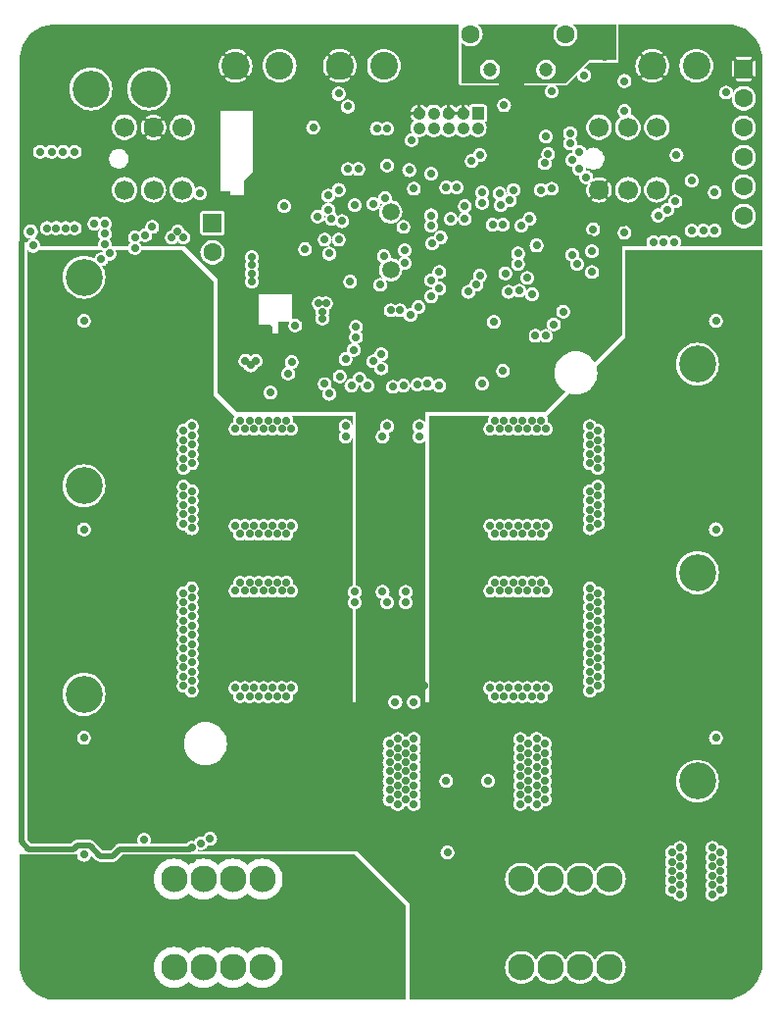
<source format=gbr>
G04 start of page 4 for group 2 idx 2 *
G04 Title: (unknown), gnd *
G04 Creator: pcb 1.99z *
G04 CreationDate: Tue 02 Sep 2014 22:15:35 GMT UTC *
G04 For: rbarlow *
G04 Format: Gerber/RS-274X *
G04 PCB-Dimensions (mm): 85.00 105.00 *
G04 PCB-Coordinate-Origin: lower left *
%MOMM*%
%FSLAX43Y43*%
%LNGROUP2*%
%ADD96C,0.900*%
%ADD95C,1.450*%
%ADD94C,1.000*%
%ADD93C,0.800*%
%ADD92C,0.650*%
%ADD91C,0.300*%
%ADD90C,0.700*%
%ADD89C,1.700*%
%ADD88C,2.300*%
%ADD87C,1.500*%
%ADD86C,2.400*%
%ADD85C,1.200*%
%ADD84C,1.600*%
%ADD83C,1.050*%
%ADD82C,3.200*%
%ADD81C,2.162*%
%ADD80C,0.500*%
%ADD79C,0.002*%
G54D79*G36*
X27597Y22900D02*X39400D01*
X43800Y18500D01*
Y10400D01*
X27597D01*
Y11971D01*
X27600Y11974D01*
X27625Y11945D01*
X27835Y11765D01*
X28071Y11621D01*
X28326Y11515D01*
X28595Y11451D01*
X28870Y11429D01*
X29145Y11451D01*
X29414Y11515D01*
X29669Y11621D01*
X29905Y11765D01*
X30115Y11945D01*
X30140Y11974D01*
X30165Y11945D01*
X30375Y11765D01*
X30611Y11621D01*
X30866Y11515D01*
X31135Y11451D01*
X31410Y11429D01*
X31685Y11451D01*
X31954Y11515D01*
X32209Y11621D01*
X32445Y11765D01*
X32655Y11945D01*
X32835Y12155D01*
X32979Y12391D01*
X33085Y12646D01*
X33149Y12915D01*
X33166Y13190D01*
X33149Y13465D01*
X33085Y13734D01*
X32979Y13989D01*
X32835Y14225D01*
X32655Y14435D01*
X32445Y14615D01*
X32209Y14759D01*
X31954Y14865D01*
X31685Y14929D01*
X31410Y14951D01*
X31135Y14929D01*
X30866Y14865D01*
X30611Y14759D01*
X30375Y14615D01*
X30165Y14435D01*
X30140Y14406D01*
X30115Y14435D01*
X29905Y14615D01*
X29669Y14759D01*
X29414Y14865D01*
X29145Y14929D01*
X28870Y14951D01*
X28595Y14929D01*
X28326Y14865D01*
X28071Y14759D01*
X27835Y14615D01*
X27625Y14435D01*
X27600Y14406D01*
X27597Y14409D01*
Y19591D01*
X27600Y19594D01*
X27625Y19565D01*
X27835Y19385D01*
X28071Y19241D01*
X28326Y19135D01*
X28595Y19071D01*
X28870Y19049D01*
X29145Y19071D01*
X29414Y19135D01*
X29669Y19241D01*
X29905Y19385D01*
X30115Y19565D01*
X30140Y19594D01*
X30165Y19565D01*
X30375Y19385D01*
X30611Y19241D01*
X30866Y19135D01*
X31135Y19071D01*
X31410Y19049D01*
X31685Y19071D01*
X31954Y19135D01*
X32209Y19241D01*
X32445Y19385D01*
X32655Y19565D01*
X32835Y19775D01*
X32979Y20011D01*
X33085Y20266D01*
X33149Y20535D01*
X33166Y20810D01*
X33149Y21085D01*
X33085Y21354D01*
X32979Y21609D01*
X32835Y21845D01*
X32655Y22055D01*
X32445Y22235D01*
X32209Y22379D01*
X31954Y22485D01*
X31685Y22549D01*
X31410Y22571D01*
X31135Y22549D01*
X30866Y22485D01*
X30611Y22379D01*
X30375Y22235D01*
X30165Y22055D01*
X30140Y22026D01*
X30115Y22055D01*
X29905Y22235D01*
X29669Y22379D01*
X29414Y22485D01*
X29145Y22549D01*
X28870Y22571D01*
X28595Y22549D01*
X28326Y22485D01*
X28071Y22379D01*
X27835Y22235D01*
X27625Y22055D01*
X27600Y22026D01*
X27597Y22029D01*
Y22900D01*
G37*
G36*
X10400D02*X11180D01*
X11200Y22898D01*
X11220Y22900D01*
X15080D01*
X15100Y22898D01*
X15120Y22900D01*
X15398D01*
X15406Y22806D01*
X15428Y22714D01*
X15464Y22627D01*
X15513Y22546D01*
X15574Y22474D01*
X15646Y22413D01*
X15727Y22364D01*
X15814Y22328D01*
X15906Y22306D01*
X16000Y22298D01*
X16094Y22306D01*
X16186Y22328D01*
X16273Y22364D01*
X16354Y22413D01*
X16426Y22474D01*
X16487Y22546D01*
X16536Y22627D01*
X16572Y22714D01*
X16594Y22806D01*
X16600Y22893D01*
X17033Y22460D01*
X17045Y22445D01*
X17105Y22394D01*
X17105Y22394D01*
X17172Y22353D01*
X17224Y22332D01*
X17245Y22323D01*
X17260Y22319D01*
X17322Y22305D01*
X17400Y22298D01*
X17420Y22300D01*
X18480D01*
X18500Y22298D01*
X18578Y22305D01*
X18578Y22305D01*
X18655Y22323D01*
X18728Y22353D01*
X18795Y22394D01*
X18855Y22445D01*
X18867Y22460D01*
X19307Y22900D01*
X25180D01*
X25200Y22898D01*
X25220Y22900D01*
X25276D01*
X25300Y22898D01*
X25324Y22900D01*
X27597D01*
Y22029D01*
X27575Y22055D01*
X27365Y22235D01*
X27129Y22379D01*
X26874Y22485D01*
X26605Y22549D01*
X26330Y22571D01*
X26055Y22549D01*
X25786Y22485D01*
X25531Y22379D01*
X25295Y22235D01*
X25085Y22055D01*
X25060Y22026D01*
X25035Y22055D01*
X24825Y22235D01*
X24589Y22379D01*
X24334Y22485D01*
X24065Y22549D01*
X23790Y22571D01*
X23515Y22549D01*
X23246Y22485D01*
X22991Y22379D01*
X22755Y22235D01*
X22545Y22055D01*
X22365Y21845D01*
X22221Y21609D01*
X22115Y21354D01*
X22051Y21085D01*
X22029Y20810D01*
X22051Y20535D01*
X22115Y20266D01*
X22221Y20011D01*
X22365Y19775D01*
X22545Y19565D01*
X22755Y19385D01*
X22991Y19241D01*
X23246Y19135D01*
X23515Y19071D01*
X23790Y19049D01*
X24065Y19071D01*
X24334Y19135D01*
X24589Y19241D01*
X24825Y19385D01*
X25035Y19565D01*
X25060Y19594D01*
X25085Y19565D01*
X25295Y19385D01*
X25531Y19241D01*
X25786Y19135D01*
X26055Y19071D01*
X26330Y19049D01*
X26605Y19071D01*
X26874Y19135D01*
X27129Y19241D01*
X27365Y19385D01*
X27575Y19565D01*
X27597Y19591D01*
Y14409D01*
X27575Y14435D01*
X27365Y14615D01*
X27129Y14759D01*
X26874Y14865D01*
X26605Y14929D01*
X26330Y14951D01*
X26055Y14929D01*
X25786Y14865D01*
X25531Y14759D01*
X25295Y14615D01*
X25085Y14435D01*
X25060Y14406D01*
X25035Y14435D01*
X24825Y14615D01*
X24589Y14759D01*
X24334Y14865D01*
X24065Y14929D01*
X23790Y14951D01*
X23515Y14929D01*
X23246Y14865D01*
X22991Y14759D01*
X22755Y14615D01*
X22545Y14435D01*
X22365Y14225D01*
X22221Y13989D01*
X22115Y13734D01*
X22051Y13465D01*
X22029Y13190D01*
X22051Y12915D01*
X22115Y12646D01*
X22221Y12391D01*
X22365Y12155D01*
X22545Y11945D01*
X22755Y11765D01*
X22991Y11621D01*
X23246Y11515D01*
X23515Y11451D01*
X23790Y11429D01*
X24065Y11451D01*
X24334Y11515D01*
X24589Y11621D01*
X24825Y11765D01*
X25035Y11945D01*
X25060Y11974D01*
X25085Y11945D01*
X25295Y11765D01*
X25531Y11621D01*
X25786Y11515D01*
X26055Y11451D01*
X26330Y11429D01*
X26605Y11451D01*
X26874Y11515D01*
X27129Y11621D01*
X27365Y11765D01*
X27575Y11945D01*
X27597Y11971D01*
Y10400D01*
X12900D01*
X12000Y10800D01*
X11200Y11400D01*
X10800Y12000D01*
X10400Y13000D01*
Y22900D01*
G37*
G36*
X57598Y23700D02*X66776D01*
X66706Y23694D01*
X66614Y23672D01*
X66527Y23636D01*
X66446Y23587D01*
X66374Y23526D01*
X66313Y23454D01*
X66264Y23373D01*
X66228Y23286D01*
X66206Y23194D01*
X66198Y23100D01*
X66206Y23006D01*
X66228Y22914D01*
X66264Y22827D01*
X66313Y22746D01*
X66353Y22700D01*
X66313Y22654D01*
X66264Y22573D01*
X66228Y22486D01*
X66206Y22394D01*
X66198Y22300D01*
X66206Y22206D01*
X66228Y22114D01*
X66264Y22027D01*
X66313Y21946D01*
X66353Y21900D01*
X66313Y21854D01*
X66264Y21773D01*
X66228Y21686D01*
X66206Y21594D01*
X66198Y21500D01*
X66206Y21406D01*
X66228Y21314D01*
X66264Y21227D01*
X66313Y21146D01*
X66353Y21100D01*
X66313Y21054D01*
X66264Y20973D01*
X66228Y20886D01*
X66206Y20794D01*
X66198Y20700D01*
X66206Y20606D01*
X66228Y20514D01*
X66264Y20427D01*
X66313Y20346D01*
X66353Y20300D01*
X66313Y20254D01*
X66264Y20173D01*
X66228Y20086D01*
X66206Y19994D01*
X66198Y19900D01*
X66206Y19806D01*
X66228Y19714D01*
X66264Y19627D01*
X66313Y19546D01*
X66374Y19474D01*
X66446Y19413D01*
X66527Y19364D01*
X66614Y19328D01*
X66706Y19306D01*
X66800Y19298D01*
X66894Y19306D01*
X66928Y19314D01*
X66964Y19227D01*
X67013Y19146D01*
X67074Y19074D01*
X67146Y19013D01*
X67227Y18964D01*
X67314Y18928D01*
X67406Y18906D01*
X67500Y18898D01*
X67594Y18906D01*
X67686Y18928D01*
X67773Y18964D01*
X67854Y19013D01*
X67926Y19074D01*
X67987Y19146D01*
X68036Y19227D01*
X68072Y19314D01*
X68094Y19406D01*
X68100Y19500D01*
X68094Y19594D01*
X68072Y19686D01*
X68036Y19773D01*
X67987Y19854D01*
X67947Y19900D01*
X67987Y19946D01*
X68036Y20027D01*
X68072Y20114D01*
X68094Y20206D01*
X68100Y20300D01*
X68094Y20394D01*
X68072Y20486D01*
X68036Y20573D01*
X67987Y20654D01*
X67947Y20700D01*
X67987Y20746D01*
X68036Y20827D01*
X68072Y20914D01*
X68094Y21006D01*
X68100Y21100D01*
X68094Y21194D01*
X68072Y21286D01*
X68036Y21373D01*
X67987Y21454D01*
X67947Y21500D01*
X67987Y21546D01*
X68036Y21627D01*
X68072Y21714D01*
X68094Y21806D01*
X68100Y21900D01*
X68094Y21994D01*
X68072Y22086D01*
X68036Y22173D01*
X67987Y22254D01*
X67947Y22300D01*
X67987Y22346D01*
X68036Y22427D01*
X68072Y22514D01*
X68094Y22606D01*
X68100Y22700D01*
X68094Y22794D01*
X68072Y22886D01*
X68036Y22973D01*
X67987Y23054D01*
X67947Y23100D01*
X67987Y23146D01*
X68036Y23227D01*
X68072Y23314D01*
X68094Y23406D01*
X68100Y23500D01*
X68094Y23594D01*
X68072Y23686D01*
X68067Y23700D01*
X69733D01*
X69728Y23686D01*
X69706Y23594D01*
X69698Y23500D01*
X69706Y23406D01*
X69728Y23314D01*
X69764Y23227D01*
X69813Y23146D01*
X69853Y23100D01*
X69813Y23054D01*
X69764Y22973D01*
X69728Y22886D01*
X69706Y22794D01*
X69698Y22700D01*
X69706Y22606D01*
X69728Y22514D01*
X69764Y22427D01*
X69813Y22346D01*
X69853Y22300D01*
X69813Y22254D01*
X69764Y22173D01*
X69728Y22086D01*
X69706Y21994D01*
X69698Y21900D01*
X69706Y21806D01*
X69728Y21714D01*
X69764Y21627D01*
X69813Y21546D01*
X69853Y21500D01*
X69813Y21454D01*
X69764Y21373D01*
X69728Y21286D01*
X69706Y21194D01*
X69698Y21100D01*
X69706Y21006D01*
X69728Y20914D01*
X69764Y20827D01*
X69813Y20746D01*
X69853Y20700D01*
X69813Y20654D01*
X69764Y20573D01*
X69728Y20486D01*
X69706Y20394D01*
X69698Y20300D01*
X69706Y20206D01*
X69728Y20114D01*
X69764Y20027D01*
X69813Y19946D01*
X69853Y19900D01*
X69813Y19854D01*
X69764Y19773D01*
X69728Y19686D01*
X69706Y19594D01*
X69698Y19500D01*
X69706Y19406D01*
X69728Y19314D01*
X69764Y19227D01*
X69813Y19146D01*
X69874Y19074D01*
X69946Y19013D01*
X70027Y18964D01*
X70114Y18928D01*
X70206Y18906D01*
X70300Y18898D01*
X70394Y18906D01*
X70486Y18928D01*
X70573Y18964D01*
X70654Y19013D01*
X70726Y19074D01*
X70787Y19146D01*
X70836Y19227D01*
X70872Y19314D01*
X70906Y19306D01*
X71000Y19298D01*
X71094Y19306D01*
X71186Y19328D01*
X71273Y19364D01*
X71354Y19413D01*
X71426Y19474D01*
X71487Y19546D01*
X71536Y19627D01*
X71572Y19714D01*
X71594Y19806D01*
X71600Y19900D01*
X71594Y19994D01*
X71572Y20086D01*
X71536Y20173D01*
X71487Y20254D01*
X71447Y20300D01*
X71487Y20346D01*
X71536Y20427D01*
X71572Y20514D01*
X71594Y20606D01*
X71600Y20700D01*
X71594Y20794D01*
X71572Y20886D01*
X71536Y20973D01*
X71487Y21054D01*
X71447Y21100D01*
X71487Y21146D01*
X71536Y21227D01*
X71572Y21314D01*
X71594Y21406D01*
X71600Y21500D01*
X71594Y21594D01*
X71572Y21686D01*
X71536Y21773D01*
X71487Y21854D01*
X71447Y21900D01*
X71487Y21946D01*
X71536Y22027D01*
X71572Y22114D01*
X71594Y22206D01*
X71600Y22300D01*
X71594Y22394D01*
X71572Y22486D01*
X71536Y22573D01*
X71487Y22654D01*
X71447Y22700D01*
X71487Y22746D01*
X71536Y22827D01*
X71572Y22914D01*
X71594Y23006D01*
X71600Y23100D01*
X71594Y23194D01*
X71572Y23286D01*
X71536Y23373D01*
X71487Y23454D01*
X71426Y23526D01*
X71354Y23587D01*
X71273Y23636D01*
X71186Y23672D01*
X71094Y23694D01*
X71024Y23700D01*
X74600D01*
Y13000D01*
X74200Y12000D01*
X73800Y11400D01*
X73100Y10900D01*
X72000Y10400D01*
X57598D01*
Y12592D01*
X57600Y12598D01*
X57619Y12552D01*
X57734Y12365D01*
X57877Y12197D01*
X58045Y12054D01*
X58232Y11939D01*
X58436Y11854D01*
X58650Y11803D01*
X58870Y11786D01*
X59090Y11803D01*
X59304Y11854D01*
X59508Y11939D01*
X59695Y12054D01*
X59863Y12197D01*
X60006Y12365D01*
X60121Y12552D01*
X60140Y12598D01*
X60159Y12552D01*
X60274Y12365D01*
X60417Y12197D01*
X60585Y12054D01*
X60772Y11939D01*
X60976Y11854D01*
X61190Y11803D01*
X61410Y11786D01*
X61630Y11803D01*
X61844Y11854D01*
X62048Y11939D01*
X62235Y12054D01*
X62403Y12197D01*
X62546Y12365D01*
X62661Y12552D01*
X62746Y12756D01*
X62797Y12970D01*
X62810Y13190D01*
X62797Y13410D01*
X62746Y13624D01*
X62661Y13828D01*
X62546Y14015D01*
X62403Y14183D01*
X62235Y14326D01*
X62048Y14441D01*
X61844Y14526D01*
X61630Y14577D01*
X61410Y14594D01*
X61190Y14577D01*
X60976Y14526D01*
X60772Y14441D01*
X60585Y14326D01*
X60417Y14183D01*
X60274Y14015D01*
X60159Y13828D01*
X60140Y13782D01*
X60121Y13828D01*
X60006Y14015D01*
X59863Y14183D01*
X59695Y14326D01*
X59508Y14441D01*
X59304Y14526D01*
X59090Y14577D01*
X58870Y14594D01*
X58650Y14577D01*
X58436Y14526D01*
X58232Y14441D01*
X58045Y14326D01*
X57877Y14183D01*
X57734Y14015D01*
X57619Y13828D01*
X57600Y13782D01*
X57598Y13788D01*
Y20212D01*
X57600Y20218D01*
X57619Y20172D01*
X57734Y19985D01*
X57877Y19817D01*
X58045Y19674D01*
X58232Y19559D01*
X58436Y19474D01*
X58650Y19423D01*
X58870Y19406D01*
X59090Y19423D01*
X59304Y19474D01*
X59508Y19559D01*
X59695Y19674D01*
X59863Y19817D01*
X60006Y19985D01*
X60121Y20172D01*
X60140Y20218D01*
X60159Y20172D01*
X60274Y19985D01*
X60417Y19817D01*
X60585Y19674D01*
X60772Y19559D01*
X60976Y19474D01*
X61190Y19423D01*
X61410Y19406D01*
X61630Y19423D01*
X61844Y19474D01*
X62048Y19559D01*
X62235Y19674D01*
X62403Y19817D01*
X62546Y19985D01*
X62661Y20172D01*
X62746Y20376D01*
X62797Y20590D01*
X62810Y20810D01*
X62797Y21030D01*
X62746Y21244D01*
X62661Y21448D01*
X62546Y21635D01*
X62403Y21803D01*
X62235Y21946D01*
X62048Y22061D01*
X61844Y22146D01*
X61630Y22197D01*
X61410Y22214D01*
X61190Y22197D01*
X60976Y22146D01*
X60772Y22061D01*
X60585Y21946D01*
X60417Y21803D01*
X60274Y21635D01*
X60159Y21448D01*
X60140Y21402D01*
X60121Y21448D01*
X60006Y21635D01*
X59863Y21803D01*
X59695Y21946D01*
X59508Y22061D01*
X59304Y22146D01*
X59090Y22197D01*
X58870Y22214D01*
X58650Y22197D01*
X58436Y22146D01*
X58232Y22061D01*
X58045Y21946D01*
X57877Y21803D01*
X57734Y21635D01*
X57619Y21448D01*
X57600Y21402D01*
X57598Y21408D01*
Y23700D01*
G37*
G36*
X44100Y18700D02*X39100Y23700D01*
X47376D01*
X47306Y23694D01*
X47214Y23672D01*
X47127Y23636D01*
X47046Y23587D01*
X46974Y23526D01*
X46913Y23454D01*
X46864Y23373D01*
X46828Y23286D01*
X46806Y23194D01*
X46798Y23100D01*
X46806Y23006D01*
X46828Y22914D01*
X46864Y22827D01*
X46913Y22746D01*
X46974Y22674D01*
X47046Y22613D01*
X47127Y22564D01*
X47214Y22528D01*
X47306Y22506D01*
X47400Y22498D01*
X47494Y22506D01*
X47586Y22528D01*
X47673Y22564D01*
X47754Y22613D01*
X47826Y22674D01*
X47887Y22746D01*
X47936Y22827D01*
X47972Y22914D01*
X47994Y23006D01*
X48000Y23100D01*
X47994Y23194D01*
X47972Y23286D01*
X47936Y23373D01*
X47887Y23454D01*
X47826Y23526D01*
X47754Y23587D01*
X47673Y23636D01*
X47586Y23672D01*
X47494Y23694D01*
X47424Y23700D01*
X57598D01*
Y21408D01*
X57581Y21448D01*
X57466Y21635D01*
X57323Y21803D01*
X57155Y21946D01*
X56968Y22061D01*
X56764Y22146D01*
X56550Y22197D01*
X56330Y22214D01*
X56110Y22197D01*
X55896Y22146D01*
X55692Y22061D01*
X55505Y21946D01*
X55337Y21803D01*
X55194Y21635D01*
X55079Y21448D01*
X55060Y21402D01*
X55041Y21448D01*
X54926Y21635D01*
X54783Y21803D01*
X54615Y21946D01*
X54428Y22061D01*
X54224Y22146D01*
X54010Y22197D01*
X53790Y22214D01*
X53570Y22197D01*
X53356Y22146D01*
X53152Y22061D01*
X52965Y21946D01*
X52797Y21803D01*
X52654Y21635D01*
X52539Y21448D01*
X52454Y21244D01*
X52403Y21030D01*
X52386Y20810D01*
X52403Y20590D01*
X52454Y20376D01*
X52539Y20172D01*
X52654Y19985D01*
X52797Y19817D01*
X52965Y19674D01*
X53152Y19559D01*
X53356Y19474D01*
X53570Y19423D01*
X53790Y19406D01*
X54010Y19423D01*
X54224Y19474D01*
X54428Y19559D01*
X54615Y19674D01*
X54783Y19817D01*
X54926Y19985D01*
X55041Y20172D01*
X55060Y20218D01*
X55079Y20172D01*
X55194Y19985D01*
X55337Y19817D01*
X55505Y19674D01*
X55692Y19559D01*
X55896Y19474D01*
X56110Y19423D01*
X56330Y19406D01*
X56550Y19423D01*
X56764Y19474D01*
X56968Y19559D01*
X57155Y19674D01*
X57323Y19817D01*
X57466Y19985D01*
X57581Y20172D01*
X57598Y20212D01*
Y13788D01*
X57581Y13828D01*
X57466Y14015D01*
X57323Y14183D01*
X57155Y14326D01*
X56968Y14441D01*
X56764Y14526D01*
X56550Y14577D01*
X56330Y14594D01*
X56110Y14577D01*
X55896Y14526D01*
X55692Y14441D01*
X55505Y14326D01*
X55337Y14183D01*
X55194Y14015D01*
X55079Y13828D01*
X55060Y13782D01*
X55041Y13828D01*
X54926Y14015D01*
X54783Y14183D01*
X54615Y14326D01*
X54428Y14441D01*
X54224Y14526D01*
X54010Y14577D01*
X53790Y14594D01*
X53570Y14577D01*
X53356Y14526D01*
X53152Y14441D01*
X52965Y14326D01*
X52797Y14183D01*
X52654Y14015D01*
X52539Y13828D01*
X52454Y13624D01*
X52403Y13410D01*
X52386Y13190D01*
X52403Y12970D01*
X52454Y12756D01*
X52539Y12552D01*
X52654Y12365D01*
X52797Y12197D01*
X52965Y12054D01*
X53152Y11939D01*
X53356Y11854D01*
X53570Y11803D01*
X53790Y11786D01*
X54010Y11803D01*
X54224Y11854D01*
X54428Y11939D01*
X54615Y12054D01*
X54783Y12197D01*
X54926Y12365D01*
X55041Y12552D01*
X55060Y12598D01*
X55079Y12552D01*
X55194Y12365D01*
X55337Y12197D01*
X55505Y12054D01*
X55692Y11939D01*
X55896Y11854D01*
X56110Y11803D01*
X56330Y11786D01*
X56550Y11803D01*
X56764Y11854D01*
X56968Y11939D01*
X57155Y12054D01*
X57323Y12197D01*
X57466Y12365D01*
X57581Y12552D01*
X57598Y12592D01*
Y10400D01*
X44100D01*
Y18700D01*
G37*
G36*
X74600Y23200D02*X71593D01*
X71572Y23286D01*
X71536Y23373D01*
X71487Y23454D01*
X71426Y23526D01*
X71354Y23587D01*
X71273Y23636D01*
X71186Y23672D01*
X71094Y23694D01*
X71000Y23702D01*
X70906Y23694D01*
X70872Y23686D01*
X70836Y23773D01*
X70787Y23854D01*
X70726Y23926D01*
X70654Y23987D01*
X70599Y24020D01*
Y28319D01*
X70653Y28408D01*
X70765Y28677D01*
X70833Y28960D01*
X70850Y29250D01*
X70833Y29540D01*
X70765Y29823D01*
X70653Y30092D01*
X70599Y30181D01*
Y32398D01*
X70600Y32398D01*
X70694Y32406D01*
X70786Y32428D01*
X70873Y32464D01*
X70954Y32513D01*
X71026Y32574D01*
X71087Y32646D01*
X71136Y32727D01*
X71172Y32814D01*
X71194Y32906D01*
X71200Y33000D01*
X71194Y33094D01*
X71172Y33186D01*
X71136Y33273D01*
X71087Y33354D01*
X71026Y33426D01*
X70954Y33487D01*
X70873Y33536D01*
X70786Y33572D01*
X70694Y33594D01*
X70600Y33602D01*
X70599Y33602D01*
Y46319D01*
X70653Y46408D01*
X70765Y46677D01*
X70833Y46960D01*
X70850Y47250D01*
X70833Y47540D01*
X70765Y47823D01*
X70653Y48092D01*
X70599Y48181D01*
Y50398D01*
X70600Y50398D01*
X70694Y50406D01*
X70786Y50428D01*
X70873Y50464D01*
X70954Y50513D01*
X71026Y50574D01*
X71087Y50646D01*
X71136Y50727D01*
X71172Y50814D01*
X71194Y50906D01*
X71200Y51000D01*
X71194Y51094D01*
X71172Y51186D01*
X71136Y51273D01*
X71087Y51354D01*
X71026Y51426D01*
X70954Y51487D01*
X70873Y51536D01*
X70786Y51572D01*
X70694Y51594D01*
X70600Y51602D01*
X70599Y51602D01*
Y64319D01*
X70653Y64408D01*
X70765Y64677D01*
X70833Y64960D01*
X70850Y65250D01*
X70833Y65540D01*
X70765Y65823D01*
X70653Y66092D01*
X70599Y66181D01*
Y68398D01*
X70600Y68398D01*
X70694Y68406D01*
X70786Y68428D01*
X70873Y68464D01*
X70954Y68513D01*
X71026Y68574D01*
X71087Y68646D01*
X71136Y68727D01*
X71172Y68814D01*
X71194Y68906D01*
X71200Y69000D01*
X71194Y69094D01*
X71172Y69186D01*
X71136Y69273D01*
X71087Y69354D01*
X71026Y69426D01*
X70954Y69487D01*
X70873Y69536D01*
X70786Y69572D01*
X70694Y69594D01*
X70600Y69602D01*
X70599Y69602D01*
Y75100D01*
X74600D01*
Y23200D01*
G37*
G36*
X50899Y50734D02*X50914Y50728D01*
X50906Y50694D01*
X50899Y50612D01*
Y50734D01*
G37*
G36*
Y46388D02*X50906Y46306D01*
X50914Y46272D01*
X50899Y46266D01*
Y46388D01*
G37*
G36*
Y36734D02*X50914Y36728D01*
X50906Y36694D01*
X50899Y36612D01*
Y36734D01*
G37*
G36*
Y60388D02*X50906Y60306D01*
X50914Y60272D01*
X50899Y60266D01*
Y60388D01*
G37*
G36*
Y60800D02*X51053D01*
X51013Y60754D01*
X50964Y60673D01*
X50928Y60586D01*
X50906Y60494D01*
X50899Y60412D01*
Y60800D01*
G37*
G36*
X70599Y24020D02*X70573Y24036D01*
X70486Y24072D01*
X70394Y24094D01*
X70300Y24102D01*
X70206Y24094D01*
X70114Y24072D01*
X70027Y24036D01*
X69946Y23987D01*
X69874Y23926D01*
X69813Y23854D01*
X69764Y23773D01*
X69728Y23686D01*
X69706Y23594D01*
X69698Y23500D01*
X69706Y23406D01*
X69728Y23314D01*
X69764Y23227D01*
X69780Y23200D01*
X68020D01*
X68036Y23227D01*
X68072Y23314D01*
X68094Y23406D01*
X68100Y23500D01*
X68094Y23594D01*
X68072Y23686D01*
X68036Y23773D01*
X67987Y23854D01*
X67926Y23926D01*
X67854Y23987D01*
X67773Y24036D01*
X67686Y24072D01*
X67594Y24094D01*
X67500Y24102D01*
X67406Y24094D01*
X67314Y24072D01*
X67227Y24036D01*
X67146Y23987D01*
X67074Y23926D01*
X67013Y23854D01*
X66964Y23773D01*
X66928Y23686D01*
X66894Y23694D01*
X66800Y23702D01*
X66706Y23694D01*
X66614Y23672D01*
X66527Y23636D01*
X66446Y23587D01*
X66374Y23526D01*
X66313Y23454D01*
X66264Y23373D01*
X66228Y23286D01*
X66207Y23200D01*
X60049D01*
Y36610D01*
X60054Y36613D01*
X60126Y36674D01*
X60187Y36746D01*
X60236Y36827D01*
X60272Y36914D01*
X60306Y36906D01*
X60400Y36898D01*
X60494Y36906D01*
X60586Y36928D01*
X60673Y36964D01*
X60754Y37013D01*
X60826Y37074D01*
X60887Y37146D01*
X60936Y37227D01*
X60972Y37314D01*
X60994Y37406D01*
X61000Y37500D01*
X60994Y37594D01*
X60972Y37686D01*
X60936Y37773D01*
X60887Y37854D01*
X60847Y37900D01*
X60887Y37946D01*
X60936Y38027D01*
X60972Y38114D01*
X60994Y38206D01*
X61000Y38300D01*
X60994Y38394D01*
X60972Y38486D01*
X60936Y38573D01*
X60887Y38654D01*
X60847Y38700D01*
X60887Y38746D01*
X60936Y38827D01*
X60972Y38914D01*
X60994Y39006D01*
X61000Y39100D01*
X60994Y39194D01*
X60972Y39286D01*
X60936Y39373D01*
X60887Y39454D01*
X60847Y39500D01*
X60887Y39546D01*
X60936Y39627D01*
X60972Y39714D01*
X60994Y39806D01*
X61000Y39900D01*
X60994Y39994D01*
X60972Y40086D01*
X60936Y40173D01*
X60887Y40254D01*
X60847Y40300D01*
X60887Y40346D01*
X60936Y40427D01*
X60972Y40514D01*
X60994Y40606D01*
X61000Y40700D01*
X60994Y40794D01*
X60972Y40886D01*
X60936Y40973D01*
X60887Y41054D01*
X60847Y41100D01*
X60887Y41146D01*
X60936Y41227D01*
X60972Y41314D01*
X60994Y41406D01*
X61000Y41500D01*
X60994Y41594D01*
X60972Y41686D01*
X60936Y41773D01*
X60887Y41854D01*
X60847Y41900D01*
X60887Y41946D01*
X60936Y42027D01*
X60972Y42114D01*
X60994Y42206D01*
X61000Y42300D01*
X60994Y42394D01*
X60972Y42486D01*
X60936Y42573D01*
X60887Y42654D01*
X60847Y42700D01*
X60887Y42746D01*
X60936Y42827D01*
X60972Y42914D01*
X60994Y43006D01*
X61000Y43100D01*
X60994Y43194D01*
X60972Y43286D01*
X60936Y43373D01*
X60887Y43454D01*
X60847Y43500D01*
X60887Y43546D01*
X60936Y43627D01*
X60972Y43714D01*
X60994Y43806D01*
X61000Y43900D01*
X60994Y43994D01*
X60972Y44086D01*
X60936Y44173D01*
X60887Y44254D01*
X60847Y44300D01*
X60887Y44346D01*
X60936Y44427D01*
X60972Y44514D01*
X60994Y44606D01*
X61000Y44700D01*
X60994Y44794D01*
X60972Y44886D01*
X60936Y44973D01*
X60887Y45054D01*
X60847Y45100D01*
X60887Y45146D01*
X60936Y45227D01*
X60972Y45314D01*
X60994Y45406D01*
X61000Y45500D01*
X60994Y45594D01*
X60972Y45686D01*
X60936Y45773D01*
X60887Y45854D01*
X60826Y45926D01*
X60754Y45987D01*
X60673Y46036D01*
X60586Y46072D01*
X60494Y46094D01*
X60400Y46102D01*
X60306Y46094D01*
X60272Y46086D01*
X60236Y46173D01*
X60187Y46254D01*
X60126Y46326D01*
X60054Y46387D01*
X60049Y46390D01*
Y50610D01*
X60054Y50613D01*
X60126Y50674D01*
X60187Y50746D01*
X60236Y50827D01*
X60272Y50914D01*
X60306Y50906D01*
X60400Y50898D01*
X60494Y50906D01*
X60586Y50928D01*
X60673Y50964D01*
X60754Y51013D01*
X60826Y51074D01*
X60887Y51146D01*
X60936Y51227D01*
X60972Y51314D01*
X60994Y51406D01*
X61000Y51500D01*
X60994Y51594D01*
X60972Y51686D01*
X60936Y51773D01*
X60887Y51854D01*
X60847Y51900D01*
X60887Y51946D01*
X60936Y52027D01*
X60972Y52114D01*
X60994Y52206D01*
X61000Y52300D01*
X60994Y52394D01*
X60972Y52486D01*
X60936Y52573D01*
X60887Y52654D01*
X60847Y52700D01*
X60887Y52746D01*
X60936Y52827D01*
X60972Y52914D01*
X60994Y53006D01*
X61000Y53100D01*
X60994Y53194D01*
X60972Y53286D01*
X60936Y53373D01*
X60887Y53454D01*
X60847Y53500D01*
X60887Y53546D01*
X60936Y53627D01*
X60972Y53714D01*
X60994Y53806D01*
X61000Y53900D01*
X60994Y53994D01*
X60972Y54086D01*
X60936Y54173D01*
X60887Y54254D01*
X60847Y54300D01*
X60887Y54346D01*
X60936Y54427D01*
X60972Y54514D01*
X60994Y54606D01*
X61000Y54700D01*
X60994Y54794D01*
X60972Y54886D01*
X60936Y54973D01*
X60887Y55054D01*
X60826Y55126D01*
X60754Y55187D01*
X60673Y55236D01*
X60586Y55272D01*
X60494Y55294D01*
X60400Y55302D01*
X60306Y55294D01*
X60214Y55272D01*
X60127Y55236D01*
X60049Y55189D01*
Y55811D01*
X60127Y55764D01*
X60214Y55728D01*
X60306Y55706D01*
X60400Y55698D01*
X60494Y55706D01*
X60586Y55728D01*
X60673Y55764D01*
X60754Y55813D01*
X60826Y55874D01*
X60887Y55946D01*
X60936Y56027D01*
X60972Y56114D01*
X60994Y56206D01*
X61000Y56300D01*
X60994Y56394D01*
X60972Y56486D01*
X60936Y56573D01*
X60887Y56654D01*
X60847Y56700D01*
X60887Y56746D01*
X60936Y56827D01*
X60972Y56914D01*
X60994Y57006D01*
X61000Y57100D01*
X60994Y57194D01*
X60972Y57286D01*
X60936Y57373D01*
X60887Y57454D01*
X60847Y57500D01*
X60887Y57546D01*
X60936Y57627D01*
X60972Y57714D01*
X60994Y57806D01*
X61000Y57900D01*
X60994Y57994D01*
X60972Y58086D01*
X60936Y58173D01*
X60887Y58254D01*
X60847Y58300D01*
X60887Y58346D01*
X60936Y58427D01*
X60972Y58514D01*
X60994Y58606D01*
X61000Y58700D01*
X60994Y58794D01*
X60972Y58886D01*
X60936Y58973D01*
X60887Y59054D01*
X60847Y59100D01*
X60887Y59146D01*
X60936Y59227D01*
X60972Y59314D01*
X60994Y59406D01*
X61000Y59500D01*
X60994Y59594D01*
X60972Y59686D01*
X60936Y59773D01*
X60887Y59854D01*
X60826Y59926D01*
X60754Y59987D01*
X60673Y60036D01*
X60586Y60072D01*
X60494Y60094D01*
X60400Y60102D01*
X60306Y60094D01*
X60272Y60086D01*
X60236Y60173D01*
X60187Y60254D01*
X60126Y60326D01*
X60054Y60387D01*
X60049Y60390D01*
Y63487D01*
X60153Y63658D01*
X60265Y63927D01*
X60333Y64210D01*
X60350Y64500D01*
X60333Y64790D01*
X60267Y65067D01*
X62800Y67600D01*
Y75100D01*
X70599D01*
Y69602D01*
X70506Y69594D01*
X70414Y69572D01*
X70327Y69536D01*
X70246Y69487D01*
X70174Y69426D01*
X70113Y69354D01*
X70064Y69273D01*
X70028Y69186D01*
X70006Y69094D01*
X69998Y69000D01*
X70006Y68906D01*
X70028Y68814D01*
X70064Y68727D01*
X70113Y68646D01*
X70174Y68574D01*
X70246Y68513D01*
X70327Y68464D01*
X70414Y68428D01*
X70506Y68406D01*
X70599Y68398D01*
Y66181D01*
X70501Y66341D01*
X70312Y66562D01*
X70091Y66751D01*
X69842Y66903D01*
X69573Y67015D01*
X69290Y67083D01*
X69000Y67106D01*
X68710Y67083D01*
X68427Y67015D01*
X68158Y66903D01*
X67909Y66751D01*
X67688Y66562D01*
X67499Y66341D01*
X67347Y66092D01*
X67235Y65823D01*
X67167Y65540D01*
X67144Y65250D01*
X67167Y64960D01*
X67235Y64677D01*
X67347Y64408D01*
X67499Y64159D01*
X67688Y63938D01*
X67909Y63749D01*
X68158Y63597D01*
X68427Y63485D01*
X68710Y63417D01*
X69000Y63394D01*
X69290Y63417D01*
X69573Y63485D01*
X69842Y63597D01*
X70091Y63749D01*
X70312Y63938D01*
X70501Y64159D01*
X70599Y64319D01*
Y51602D01*
X70506Y51594D01*
X70414Y51572D01*
X70327Y51536D01*
X70246Y51487D01*
X70174Y51426D01*
X70113Y51354D01*
X70064Y51273D01*
X70028Y51186D01*
X70006Y51094D01*
X69998Y51000D01*
X70006Y50906D01*
X70028Y50814D01*
X70064Y50727D01*
X70113Y50646D01*
X70174Y50574D01*
X70246Y50513D01*
X70327Y50464D01*
X70414Y50428D01*
X70506Y50406D01*
X70599Y50398D01*
Y48181D01*
X70501Y48341D01*
X70312Y48562D01*
X70091Y48751D01*
X69842Y48903D01*
X69573Y49015D01*
X69290Y49083D01*
X69000Y49106D01*
X68710Y49083D01*
X68427Y49015D01*
X68158Y48903D01*
X67909Y48751D01*
X67688Y48562D01*
X67499Y48341D01*
X67347Y48092D01*
X67235Y47823D01*
X67167Y47540D01*
X67144Y47250D01*
X67167Y46960D01*
X67235Y46677D01*
X67347Y46408D01*
X67499Y46159D01*
X67688Y45938D01*
X67909Y45749D01*
X68158Y45597D01*
X68427Y45485D01*
X68710Y45417D01*
X69000Y45394D01*
X69290Y45417D01*
X69573Y45485D01*
X69842Y45597D01*
X70091Y45749D01*
X70312Y45938D01*
X70501Y46159D01*
X70599Y46319D01*
Y33602D01*
X70506Y33594D01*
X70414Y33572D01*
X70327Y33536D01*
X70246Y33487D01*
X70174Y33426D01*
X70113Y33354D01*
X70064Y33273D01*
X70028Y33186D01*
X70006Y33094D01*
X69998Y33000D01*
X70006Y32906D01*
X70028Y32814D01*
X70064Y32727D01*
X70113Y32646D01*
X70174Y32574D01*
X70246Y32513D01*
X70327Y32464D01*
X70414Y32428D01*
X70506Y32406D01*
X70599Y32398D01*
Y30181D01*
X70501Y30341D01*
X70312Y30562D01*
X70091Y30751D01*
X69842Y30903D01*
X69573Y31015D01*
X69290Y31083D01*
X69000Y31106D01*
X68710Y31083D01*
X68427Y31015D01*
X68158Y30903D01*
X67909Y30751D01*
X67688Y30562D01*
X67499Y30341D01*
X67347Y30092D01*
X67235Y29823D01*
X67167Y29540D01*
X67144Y29250D01*
X67167Y28960D01*
X67235Y28677D01*
X67347Y28408D01*
X67499Y28159D01*
X67688Y27938D01*
X67909Y27749D01*
X68158Y27597D01*
X68427Y27485D01*
X68710Y27417D01*
X69000Y27394D01*
X69290Y27417D01*
X69573Y27485D01*
X69842Y27597D01*
X70091Y27749D01*
X70312Y27938D01*
X70501Y28159D01*
X70599Y28319D01*
Y24020D01*
G37*
G36*
X60049Y23200D02*X54749D01*
Y26811D01*
X54827Y26764D01*
X54914Y26728D01*
X55006Y26706D01*
X55100Y26698D01*
X55194Y26706D01*
X55286Y26728D01*
X55373Y26764D01*
X55454Y26813D01*
X55526Y26874D01*
X55587Y26946D01*
X55636Y27027D01*
X55672Y27114D01*
X55706Y27106D01*
X55800Y27098D01*
X55894Y27106D01*
X55986Y27128D01*
X56073Y27164D01*
X56154Y27213D01*
X56226Y27274D01*
X56287Y27346D01*
X56336Y27427D01*
X56372Y27514D01*
X56394Y27606D01*
X56400Y27700D01*
X56394Y27794D01*
X56372Y27886D01*
X56336Y27973D01*
X56287Y28054D01*
X56247Y28100D01*
X56287Y28146D01*
X56336Y28227D01*
X56372Y28314D01*
X56394Y28406D01*
X56400Y28500D01*
X56394Y28594D01*
X56372Y28686D01*
X56336Y28773D01*
X56287Y28854D01*
X56247Y28900D01*
X56287Y28946D01*
X56336Y29027D01*
X56372Y29114D01*
X56394Y29206D01*
X56400Y29300D01*
X56394Y29394D01*
X56372Y29486D01*
X56336Y29573D01*
X56287Y29654D01*
X56247Y29700D01*
X56287Y29746D01*
X56336Y29827D01*
X56372Y29914D01*
X56394Y30006D01*
X56400Y30100D01*
X56394Y30194D01*
X56372Y30286D01*
X56336Y30373D01*
X56287Y30454D01*
X56247Y30500D01*
X56287Y30546D01*
X56336Y30627D01*
X56372Y30714D01*
X56394Y30806D01*
X56400Y30900D01*
X56394Y30994D01*
X56372Y31086D01*
X56336Y31173D01*
X56287Y31254D01*
X56247Y31300D01*
X56287Y31346D01*
X56336Y31427D01*
X56372Y31514D01*
X56394Y31606D01*
X56400Y31700D01*
X56394Y31794D01*
X56372Y31886D01*
X56336Y31973D01*
X56287Y32054D01*
X56247Y32100D01*
X56287Y32146D01*
X56336Y32227D01*
X56372Y32314D01*
X56394Y32406D01*
X56400Y32500D01*
X56394Y32594D01*
X56372Y32686D01*
X56336Y32773D01*
X56287Y32854D01*
X56226Y32926D01*
X56154Y32987D01*
X56073Y33036D01*
X55986Y33072D01*
X55894Y33094D01*
X55800Y33102D01*
X55706Y33094D01*
X55672Y33086D01*
X55636Y33173D01*
X55587Y33254D01*
X55526Y33326D01*
X55454Y33387D01*
X55373Y33436D01*
X55286Y33472D01*
X55194Y33494D01*
X55100Y33502D01*
X55006Y33494D01*
X54914Y33472D01*
X54827Y33436D01*
X54749Y33389D01*
Y36002D01*
X54794Y36006D01*
X54886Y36028D01*
X54973Y36064D01*
X55054Y36113D01*
X55100Y36153D01*
X55146Y36113D01*
X55227Y36064D01*
X55314Y36028D01*
X55406Y36006D01*
X55500Y35998D01*
X55594Y36006D01*
X55686Y36028D01*
X55773Y36064D01*
X55854Y36113D01*
X55926Y36174D01*
X55987Y36246D01*
X56036Y36327D01*
X56072Y36414D01*
X56094Y36506D01*
X56100Y36600D01*
X56094Y36694D01*
X56086Y36728D01*
X56173Y36764D01*
X56254Y36813D01*
X56326Y36874D01*
X56387Y36946D01*
X56436Y37027D01*
X56472Y37114D01*
X56494Y37206D01*
X56500Y37300D01*
X56494Y37394D01*
X56472Y37486D01*
X56436Y37573D01*
X56387Y37654D01*
X56326Y37726D01*
X56254Y37787D01*
X56173Y37836D01*
X56086Y37872D01*
X55994Y37894D01*
X55900Y37902D01*
X55806Y37894D01*
X55714Y37872D01*
X55627Y37836D01*
X55546Y37787D01*
X55500Y37747D01*
X55454Y37787D01*
X55373Y37836D01*
X55286Y37872D01*
X55194Y37894D01*
X55100Y37902D01*
X55006Y37894D01*
X54914Y37872D01*
X54827Y37836D01*
X54749Y37789D01*
Y45211D01*
X54827Y45164D01*
X54914Y45128D01*
X55006Y45106D01*
X55100Y45098D01*
X55194Y45106D01*
X55286Y45128D01*
X55373Y45164D01*
X55454Y45213D01*
X55500Y45253D01*
X55546Y45213D01*
X55627Y45164D01*
X55714Y45128D01*
X55806Y45106D01*
X55900Y45098D01*
X55994Y45106D01*
X56086Y45128D01*
X56173Y45164D01*
X56254Y45213D01*
X56326Y45274D01*
X56387Y45346D01*
X56436Y45427D01*
X56472Y45514D01*
X56494Y45606D01*
X56500Y45700D01*
X56494Y45794D01*
X56472Y45886D01*
X56436Y45973D01*
X56387Y46054D01*
X56326Y46126D01*
X56254Y46187D01*
X56173Y46236D01*
X56086Y46272D01*
X56094Y46306D01*
X56100Y46400D01*
X56094Y46494D01*
X56072Y46586D01*
X56036Y46673D01*
X55987Y46754D01*
X55926Y46826D01*
X55854Y46887D01*
X55773Y46936D01*
X55686Y46972D01*
X55594Y46994D01*
X55500Y47002D01*
X55406Y46994D01*
X55314Y46972D01*
X55227Y46936D01*
X55146Y46887D01*
X55100Y46847D01*
X55054Y46887D01*
X54973Y46936D01*
X54886Y46972D01*
X54794Y46994D01*
X54749Y46998D01*
Y50002D01*
X54794Y50006D01*
X54886Y50028D01*
X54973Y50064D01*
X55054Y50113D01*
X55100Y50153D01*
X55146Y50113D01*
X55227Y50064D01*
X55314Y50028D01*
X55406Y50006D01*
X55500Y49998D01*
X55594Y50006D01*
X55686Y50028D01*
X55773Y50064D01*
X55854Y50113D01*
X55926Y50174D01*
X55987Y50246D01*
X56036Y50327D01*
X56072Y50414D01*
X56094Y50506D01*
X56100Y50600D01*
X56094Y50694D01*
X56086Y50728D01*
X56173Y50764D01*
X56254Y50813D01*
X56326Y50874D01*
X56387Y50946D01*
X56436Y51027D01*
X56472Y51114D01*
X56494Y51206D01*
X56500Y51300D01*
X56494Y51394D01*
X56472Y51486D01*
X56436Y51573D01*
X56387Y51654D01*
X56326Y51726D01*
X56254Y51787D01*
X56173Y51836D01*
X56086Y51872D01*
X55994Y51894D01*
X55900Y51902D01*
X55806Y51894D01*
X55714Y51872D01*
X55627Y51836D01*
X55546Y51787D01*
X55500Y51747D01*
X55454Y51787D01*
X55373Y51836D01*
X55286Y51872D01*
X55194Y51894D01*
X55100Y51902D01*
X55006Y51894D01*
X54914Y51872D01*
X54827Y51836D01*
X54749Y51789D01*
Y59211D01*
X54827Y59164D01*
X54914Y59128D01*
X55006Y59106D01*
X55100Y59098D01*
X55194Y59106D01*
X55286Y59128D01*
X55373Y59164D01*
X55454Y59213D01*
X55500Y59253D01*
X55546Y59213D01*
X55627Y59164D01*
X55714Y59128D01*
X55806Y59106D01*
X55900Y59098D01*
X55994Y59106D01*
X56086Y59128D01*
X56173Y59164D01*
X56254Y59213D01*
X56326Y59274D01*
X56387Y59346D01*
X56436Y59427D01*
X56472Y59514D01*
X56494Y59606D01*
X56500Y59700D01*
X56494Y59794D01*
X56472Y59886D01*
X56436Y59973D01*
X56387Y60054D01*
X56326Y60126D01*
X56254Y60187D01*
X56173Y60236D01*
X56086Y60272D01*
X56094Y60306D01*
X56100Y60400D01*
X56094Y60494D01*
X56072Y60586D01*
X56036Y60673D01*
X55987Y60754D01*
X55947Y60800D01*
X56000D01*
X57933Y62733D01*
X58210Y62667D01*
X58500Y62644D01*
X58790Y62667D01*
X59073Y62735D01*
X59342Y62847D01*
X59591Y62999D01*
X59812Y63188D01*
X60001Y63409D01*
X60049Y63487D01*
Y60390D01*
X59973Y60436D01*
X59886Y60472D01*
X59794Y60494D01*
X59700Y60502D01*
X59606Y60494D01*
X59514Y60472D01*
X59427Y60436D01*
X59346Y60387D01*
X59274Y60326D01*
X59213Y60254D01*
X59164Y60173D01*
X59128Y60086D01*
X59106Y59994D01*
X59098Y59900D01*
X59106Y59806D01*
X59128Y59714D01*
X59164Y59627D01*
X59213Y59546D01*
X59253Y59500D01*
X59213Y59454D01*
X59164Y59373D01*
X59128Y59286D01*
X59106Y59194D01*
X59098Y59100D01*
X59106Y59006D01*
X59128Y58914D01*
X59164Y58827D01*
X59213Y58746D01*
X59253Y58700D01*
X59213Y58654D01*
X59164Y58573D01*
X59128Y58486D01*
X59106Y58394D01*
X59098Y58300D01*
X59106Y58206D01*
X59128Y58114D01*
X59164Y58027D01*
X59213Y57946D01*
X59253Y57900D01*
X59213Y57854D01*
X59164Y57773D01*
X59128Y57686D01*
X59106Y57594D01*
X59098Y57500D01*
X59106Y57406D01*
X59128Y57314D01*
X59164Y57227D01*
X59213Y57146D01*
X59253Y57100D01*
X59213Y57054D01*
X59164Y56973D01*
X59128Y56886D01*
X59106Y56794D01*
X59098Y56700D01*
X59106Y56606D01*
X59128Y56514D01*
X59164Y56427D01*
X59213Y56346D01*
X59274Y56274D01*
X59346Y56213D01*
X59427Y56164D01*
X59514Y56128D01*
X59606Y56106D01*
X59700Y56098D01*
X59794Y56106D01*
X59828Y56114D01*
X59864Y56027D01*
X59913Y55946D01*
X59974Y55874D01*
X60046Y55813D01*
X60049Y55811D01*
Y55189D01*
X60046Y55187D01*
X59974Y55126D01*
X59913Y55054D01*
X59864Y54973D01*
X59828Y54886D01*
X59794Y54894D01*
X59700Y54902D01*
X59606Y54894D01*
X59514Y54872D01*
X59427Y54836D01*
X59346Y54787D01*
X59274Y54726D01*
X59213Y54654D01*
X59164Y54573D01*
X59128Y54486D01*
X59106Y54394D01*
X59098Y54300D01*
X59106Y54206D01*
X59128Y54114D01*
X59164Y54027D01*
X59213Y53946D01*
X59253Y53900D01*
X59213Y53854D01*
X59164Y53773D01*
X59128Y53686D01*
X59106Y53594D01*
X59098Y53500D01*
X59106Y53406D01*
X59128Y53314D01*
X59164Y53227D01*
X59213Y53146D01*
X59253Y53100D01*
X59213Y53054D01*
X59164Y52973D01*
X59128Y52886D01*
X59106Y52794D01*
X59098Y52700D01*
X59106Y52606D01*
X59128Y52514D01*
X59164Y52427D01*
X59213Y52346D01*
X59253Y52300D01*
X59213Y52254D01*
X59164Y52173D01*
X59128Y52086D01*
X59106Y51994D01*
X59098Y51900D01*
X59106Y51806D01*
X59128Y51714D01*
X59164Y51627D01*
X59213Y51546D01*
X59253Y51500D01*
X59213Y51454D01*
X59164Y51373D01*
X59128Y51286D01*
X59106Y51194D01*
X59098Y51100D01*
X59106Y51006D01*
X59128Y50914D01*
X59164Y50827D01*
X59213Y50746D01*
X59274Y50674D01*
X59346Y50613D01*
X59427Y50564D01*
X59514Y50528D01*
X59606Y50506D01*
X59700Y50498D01*
X59794Y50506D01*
X59886Y50528D01*
X59973Y50564D01*
X60049Y50610D01*
Y46390D01*
X59973Y46436D01*
X59886Y46472D01*
X59794Y46494D01*
X59700Y46502D01*
X59606Y46494D01*
X59514Y46472D01*
X59427Y46436D01*
X59346Y46387D01*
X59274Y46326D01*
X59213Y46254D01*
X59164Y46173D01*
X59128Y46086D01*
X59106Y45994D01*
X59098Y45900D01*
X59106Y45806D01*
X59128Y45714D01*
X59164Y45627D01*
X59213Y45546D01*
X59253Y45500D01*
X59213Y45454D01*
X59164Y45373D01*
X59128Y45286D01*
X59106Y45194D01*
X59098Y45100D01*
X59106Y45006D01*
X59128Y44914D01*
X59164Y44827D01*
X59213Y44746D01*
X59253Y44700D01*
X59213Y44654D01*
X59164Y44573D01*
X59128Y44486D01*
X59106Y44394D01*
X59098Y44300D01*
X59106Y44206D01*
X59128Y44114D01*
X59164Y44027D01*
X59213Y43946D01*
X59253Y43900D01*
X59213Y43854D01*
X59164Y43773D01*
X59128Y43686D01*
X59106Y43594D01*
X59098Y43500D01*
X59106Y43406D01*
X59128Y43314D01*
X59164Y43227D01*
X59213Y43146D01*
X59253Y43100D01*
X59213Y43054D01*
X59164Y42973D01*
X59128Y42886D01*
X59106Y42794D01*
X59098Y42700D01*
X59106Y42606D01*
X59128Y42514D01*
X59164Y42427D01*
X59213Y42346D01*
X59253Y42300D01*
X59213Y42254D01*
X59164Y42173D01*
X59128Y42086D01*
X59106Y41994D01*
X59098Y41900D01*
X59106Y41806D01*
X59128Y41714D01*
X59164Y41627D01*
X59213Y41546D01*
X59253Y41500D01*
X59213Y41454D01*
X59164Y41373D01*
X59128Y41286D01*
X59106Y41194D01*
X59098Y41100D01*
X59106Y41006D01*
X59128Y40914D01*
X59164Y40827D01*
X59213Y40746D01*
X59253Y40700D01*
X59213Y40654D01*
X59164Y40573D01*
X59128Y40486D01*
X59106Y40394D01*
X59098Y40300D01*
X59106Y40206D01*
X59128Y40114D01*
X59164Y40027D01*
X59213Y39946D01*
X59253Y39900D01*
X59213Y39854D01*
X59164Y39773D01*
X59128Y39686D01*
X59106Y39594D01*
X59098Y39500D01*
X59106Y39406D01*
X59128Y39314D01*
X59164Y39227D01*
X59213Y39146D01*
X59253Y39100D01*
X59213Y39054D01*
X59164Y38973D01*
X59128Y38886D01*
X59106Y38794D01*
X59098Y38700D01*
X59106Y38606D01*
X59128Y38514D01*
X59164Y38427D01*
X59213Y38346D01*
X59253Y38300D01*
X59213Y38254D01*
X59164Y38173D01*
X59128Y38086D01*
X59106Y37994D01*
X59098Y37900D01*
X59106Y37806D01*
X59128Y37714D01*
X59164Y37627D01*
X59213Y37546D01*
X59253Y37500D01*
X59213Y37454D01*
X59164Y37373D01*
X59128Y37286D01*
X59106Y37194D01*
X59098Y37100D01*
X59106Y37006D01*
X59128Y36914D01*
X59164Y36827D01*
X59213Y36746D01*
X59274Y36674D01*
X59346Y36613D01*
X59427Y36564D01*
X59514Y36528D01*
X59606Y36506D01*
X59700Y36498D01*
X59794Y36506D01*
X59886Y36528D01*
X59973Y36564D01*
X60049Y36610D01*
Y23200D01*
G37*
G36*
X54749Y51789D02*X54746Y51787D01*
X54700Y51747D01*
X54654Y51787D01*
X54573Y51836D01*
X54486Y51872D01*
X54394Y51894D01*
X54300Y51902D01*
X54206Y51894D01*
X54114Y51872D01*
X54027Y51836D01*
X53946Y51787D01*
X53900Y51747D01*
X53854Y51787D01*
X53773Y51836D01*
X53686Y51872D01*
X53594Y51894D01*
X53500Y51902D01*
X53406Y51894D01*
X53314Y51872D01*
X53227Y51836D01*
X53146Y51787D01*
X53100Y51747D01*
X53054Y51787D01*
X52973Y51836D01*
X52886Y51872D01*
X52794Y51894D01*
X52700Y51902D01*
X52606Y51894D01*
X52514Y51872D01*
X52427Y51836D01*
X52346Y51787D01*
X52300Y51747D01*
X52254Y51787D01*
X52173Y51836D01*
X52086Y51872D01*
X51994Y51894D01*
X51900Y51902D01*
X51806Y51894D01*
X51714Y51872D01*
X51627Y51836D01*
X51546Y51787D01*
X51500Y51747D01*
X51454Y51787D01*
X51373Y51836D01*
X51286Y51872D01*
X51194Y51894D01*
X51100Y51902D01*
X51006Y51894D01*
X50914Y51872D01*
X50899Y51866D01*
Y59134D01*
X50914Y59128D01*
X51006Y59106D01*
X51100Y59098D01*
X51194Y59106D01*
X51286Y59128D01*
X51373Y59164D01*
X51454Y59213D01*
X51500Y59253D01*
X51546Y59213D01*
X51627Y59164D01*
X51714Y59128D01*
X51806Y59106D01*
X51900Y59098D01*
X51994Y59106D01*
X52086Y59128D01*
X52173Y59164D01*
X52254Y59213D01*
X52300Y59253D01*
X52346Y59213D01*
X52427Y59164D01*
X52514Y59128D01*
X52606Y59106D01*
X52700Y59098D01*
X52794Y59106D01*
X52886Y59128D01*
X52973Y59164D01*
X53054Y59213D01*
X53100Y59253D01*
X53146Y59213D01*
X53227Y59164D01*
X53314Y59128D01*
X53406Y59106D01*
X53500Y59098D01*
X53594Y59106D01*
X53686Y59128D01*
X53773Y59164D01*
X53854Y59213D01*
X53900Y59253D01*
X53946Y59213D01*
X54027Y59164D01*
X54114Y59128D01*
X54206Y59106D01*
X54300Y59098D01*
X54394Y59106D01*
X54486Y59128D01*
X54573Y59164D01*
X54654Y59213D01*
X54700Y59253D01*
X54746Y59213D01*
X54749Y59211D01*
Y51789D01*
G37*
G36*
Y46998D02*X54700Y47002D01*
X54606Y46994D01*
X54514Y46972D01*
X54427Y46936D01*
X54346Y46887D01*
X54300Y46847D01*
X54254Y46887D01*
X54173Y46936D01*
X54086Y46972D01*
X53994Y46994D01*
X53900Y47002D01*
X53806Y46994D01*
X53714Y46972D01*
X53627Y46936D01*
X53546Y46887D01*
X53500Y46847D01*
X53454Y46887D01*
X53373Y46936D01*
X53286Y46972D01*
X53194Y46994D01*
X53100Y47002D01*
X53006Y46994D01*
X52914Y46972D01*
X52827Y46936D01*
X52746Y46887D01*
X52700Y46847D01*
X52654Y46887D01*
X52573Y46936D01*
X52486Y46972D01*
X52394Y46994D01*
X52300Y47002D01*
X52206Y46994D01*
X52114Y46972D01*
X52027Y46936D01*
X51946Y46887D01*
X51900Y46847D01*
X51854Y46887D01*
X51773Y46936D01*
X51686Y46972D01*
X51594Y46994D01*
X51500Y47002D01*
X51406Y46994D01*
X51314Y46972D01*
X51227Y46936D01*
X51146Y46887D01*
X51074Y46826D01*
X51013Y46754D01*
X50964Y46673D01*
X50928Y46586D01*
X50906Y46494D01*
X50899Y46412D01*
Y50588D01*
X50906Y50506D01*
X50928Y50414D01*
X50964Y50327D01*
X51013Y50246D01*
X51074Y50174D01*
X51146Y50113D01*
X51227Y50064D01*
X51314Y50028D01*
X51406Y50006D01*
X51500Y49998D01*
X51594Y50006D01*
X51686Y50028D01*
X51773Y50064D01*
X51854Y50113D01*
X51900Y50153D01*
X51946Y50113D01*
X52027Y50064D01*
X52114Y50028D01*
X52206Y50006D01*
X52300Y49998D01*
X52394Y50006D01*
X52486Y50028D01*
X52573Y50064D01*
X52654Y50113D01*
X52700Y50153D01*
X52746Y50113D01*
X52827Y50064D01*
X52914Y50028D01*
X53006Y50006D01*
X53100Y49998D01*
X53194Y50006D01*
X53286Y50028D01*
X53373Y50064D01*
X53454Y50113D01*
X53500Y50153D01*
X53546Y50113D01*
X53627Y50064D01*
X53714Y50028D01*
X53806Y50006D01*
X53900Y49998D01*
X53994Y50006D01*
X54086Y50028D01*
X54173Y50064D01*
X54254Y50113D01*
X54300Y50153D01*
X54346Y50113D01*
X54427Y50064D01*
X54514Y50028D01*
X54606Y50006D01*
X54700Y49998D01*
X54749Y50002D01*
Y46998D01*
G37*
G36*
Y37789D02*X54746Y37787D01*
X54700Y37747D01*
X54654Y37787D01*
X54573Y37836D01*
X54486Y37872D01*
X54394Y37894D01*
X54300Y37902D01*
X54206Y37894D01*
X54114Y37872D01*
X54027Y37836D01*
X53946Y37787D01*
X53900Y37747D01*
X53854Y37787D01*
X53773Y37836D01*
X53686Y37872D01*
X53594Y37894D01*
X53500Y37902D01*
X53406Y37894D01*
X53314Y37872D01*
X53227Y37836D01*
X53146Y37787D01*
X53100Y37747D01*
X53054Y37787D01*
X52973Y37836D01*
X52886Y37872D01*
X52794Y37894D01*
X52700Y37902D01*
X52606Y37894D01*
X52514Y37872D01*
X52427Y37836D01*
X52346Y37787D01*
X52300Y37747D01*
X52254Y37787D01*
X52173Y37836D01*
X52086Y37872D01*
X51994Y37894D01*
X51900Y37902D01*
X51806Y37894D01*
X51714Y37872D01*
X51627Y37836D01*
X51546Y37787D01*
X51500Y37747D01*
X51454Y37787D01*
X51373Y37836D01*
X51286Y37872D01*
X51194Y37894D01*
X51100Y37902D01*
X51006Y37894D01*
X50914Y37872D01*
X50899Y37866D01*
Y45134D01*
X50914Y45128D01*
X51006Y45106D01*
X51100Y45098D01*
X51194Y45106D01*
X51286Y45128D01*
X51373Y45164D01*
X51454Y45213D01*
X51500Y45253D01*
X51546Y45213D01*
X51627Y45164D01*
X51714Y45128D01*
X51806Y45106D01*
X51900Y45098D01*
X51994Y45106D01*
X52086Y45128D01*
X52173Y45164D01*
X52254Y45213D01*
X52300Y45253D01*
X52346Y45213D01*
X52427Y45164D01*
X52514Y45128D01*
X52606Y45106D01*
X52700Y45098D01*
X52794Y45106D01*
X52886Y45128D01*
X52973Y45164D01*
X53054Y45213D01*
X53100Y45253D01*
X53146Y45213D01*
X53227Y45164D01*
X53314Y45128D01*
X53406Y45106D01*
X53500Y45098D01*
X53594Y45106D01*
X53686Y45128D01*
X53773Y45164D01*
X53854Y45213D01*
X53900Y45253D01*
X53946Y45213D01*
X54027Y45164D01*
X54114Y45128D01*
X54206Y45106D01*
X54300Y45098D01*
X54394Y45106D01*
X54486Y45128D01*
X54573Y45164D01*
X54654Y45213D01*
X54700Y45253D01*
X54746Y45213D01*
X54749Y45211D01*
Y37789D01*
G37*
G36*
Y23200D02*X50899D01*
Y28698D01*
X50900Y28698D01*
X50994Y28706D01*
X51086Y28728D01*
X51173Y28764D01*
X51254Y28813D01*
X51326Y28874D01*
X51387Y28946D01*
X51436Y29027D01*
X51472Y29114D01*
X51494Y29206D01*
X51500Y29300D01*
X51494Y29394D01*
X51472Y29486D01*
X51436Y29573D01*
X51387Y29654D01*
X51326Y29726D01*
X51254Y29787D01*
X51173Y29836D01*
X51086Y29872D01*
X50994Y29894D01*
X50900Y29902D01*
X50899Y29902D01*
Y36588D01*
X50906Y36506D01*
X50928Y36414D01*
X50964Y36327D01*
X51013Y36246D01*
X51074Y36174D01*
X51146Y36113D01*
X51227Y36064D01*
X51314Y36028D01*
X51406Y36006D01*
X51500Y35998D01*
X51594Y36006D01*
X51686Y36028D01*
X51773Y36064D01*
X51854Y36113D01*
X51900Y36153D01*
X51946Y36113D01*
X52027Y36064D01*
X52114Y36028D01*
X52206Y36006D01*
X52300Y35998D01*
X52394Y36006D01*
X52486Y36028D01*
X52573Y36064D01*
X52654Y36113D01*
X52700Y36153D01*
X52746Y36113D01*
X52827Y36064D01*
X52914Y36028D01*
X53006Y36006D01*
X53100Y35998D01*
X53194Y36006D01*
X53286Y36028D01*
X53373Y36064D01*
X53454Y36113D01*
X53500Y36153D01*
X53546Y36113D01*
X53627Y36064D01*
X53714Y36028D01*
X53806Y36006D01*
X53900Y35998D01*
X53994Y36006D01*
X54086Y36028D01*
X54173Y36064D01*
X54254Y36113D01*
X54300Y36153D01*
X54346Y36113D01*
X54427Y36064D01*
X54514Y36028D01*
X54606Y36006D01*
X54700Y35998D01*
X54749Y36002D01*
Y33389D01*
X54746Y33387D01*
X54674Y33326D01*
X54613Y33254D01*
X54564Y33173D01*
X54528Y33086D01*
X54494Y33094D01*
X54400Y33102D01*
X54306Y33094D01*
X54272Y33086D01*
X54236Y33173D01*
X54187Y33254D01*
X54126Y33326D01*
X54054Y33387D01*
X53973Y33436D01*
X53886Y33472D01*
X53794Y33494D01*
X53700Y33502D01*
X53606Y33494D01*
X53514Y33472D01*
X53427Y33436D01*
X53346Y33387D01*
X53274Y33326D01*
X53213Y33254D01*
X53164Y33173D01*
X53128Y33086D01*
X53106Y32994D01*
X53098Y32900D01*
X53106Y32806D01*
X53128Y32714D01*
X53164Y32627D01*
X53213Y32546D01*
X53253Y32500D01*
X53213Y32454D01*
X53164Y32373D01*
X53128Y32286D01*
X53106Y32194D01*
X53098Y32100D01*
X53106Y32006D01*
X53128Y31914D01*
X53164Y31827D01*
X53213Y31746D01*
X53253Y31700D01*
X53213Y31654D01*
X53164Y31573D01*
X53128Y31486D01*
X53106Y31394D01*
X53098Y31300D01*
X53106Y31206D01*
X53128Y31114D01*
X53164Y31027D01*
X53213Y30946D01*
X53253Y30900D01*
X53213Y30854D01*
X53164Y30773D01*
X53128Y30686D01*
X53106Y30594D01*
X53098Y30500D01*
X53106Y30406D01*
X53128Y30314D01*
X53164Y30227D01*
X53213Y30146D01*
X53253Y30100D01*
X53213Y30054D01*
X53164Y29973D01*
X53128Y29886D01*
X53106Y29794D01*
X53098Y29700D01*
X53106Y29606D01*
X53128Y29514D01*
X53164Y29427D01*
X53213Y29346D01*
X53253Y29300D01*
X53213Y29254D01*
X53164Y29173D01*
X53128Y29086D01*
X53106Y28994D01*
X53098Y28900D01*
X53106Y28806D01*
X53128Y28714D01*
X53164Y28627D01*
X53213Y28546D01*
X53253Y28500D01*
X53213Y28454D01*
X53164Y28373D01*
X53128Y28286D01*
X53106Y28194D01*
X53098Y28100D01*
X53106Y28006D01*
X53128Y27914D01*
X53164Y27827D01*
X53213Y27746D01*
X53253Y27700D01*
X53213Y27654D01*
X53164Y27573D01*
X53128Y27486D01*
X53106Y27394D01*
X53098Y27300D01*
X53106Y27206D01*
X53128Y27114D01*
X53164Y27027D01*
X53213Y26946D01*
X53274Y26874D01*
X53346Y26813D01*
X53427Y26764D01*
X53514Y26728D01*
X53606Y26706D01*
X53700Y26698D01*
X53794Y26706D01*
X53886Y26728D01*
X53973Y26764D01*
X54054Y26813D01*
X54126Y26874D01*
X54187Y26946D01*
X54236Y27027D01*
X54272Y27114D01*
X54306Y27106D01*
X54400Y27098D01*
X54494Y27106D01*
X54528Y27114D01*
X54564Y27027D01*
X54613Y26946D01*
X54674Y26874D01*
X54746Y26813D01*
X54749Y26811D01*
Y23200D01*
G37*
G36*
X50899D02*X47993D01*
X47972Y23286D01*
X47936Y23373D01*
X47887Y23454D01*
X47826Y23526D01*
X47754Y23587D01*
X47673Y23636D01*
X47586Y23672D01*
X47494Y23694D01*
X47400Y23702D01*
X47306Y23694D01*
X47299Y23693D01*
Y28698D01*
X47300Y28698D01*
X47394Y28706D01*
X47486Y28728D01*
X47573Y28764D01*
X47654Y28813D01*
X47726Y28874D01*
X47787Y28946D01*
X47836Y29027D01*
X47872Y29114D01*
X47894Y29206D01*
X47900Y29300D01*
X47894Y29394D01*
X47872Y29486D01*
X47836Y29573D01*
X47787Y29654D01*
X47726Y29726D01*
X47654Y29787D01*
X47573Y29836D01*
X47486Y29872D01*
X47394Y29894D01*
X47300Y29902D01*
X47299Y29902D01*
Y60800D01*
X50899D01*
Y60412D01*
X50898Y60400D01*
X50899Y60388D01*
Y60266D01*
X50827Y60236D01*
X50746Y60187D01*
X50674Y60126D01*
X50613Y60054D01*
X50564Y59973D01*
X50528Y59886D01*
X50506Y59794D01*
X50498Y59700D01*
X50506Y59606D01*
X50528Y59514D01*
X50564Y59427D01*
X50613Y59346D01*
X50674Y59274D01*
X50746Y59213D01*
X50827Y59164D01*
X50899Y59134D01*
Y51866D01*
X50827Y51836D01*
X50746Y51787D01*
X50674Y51726D01*
X50613Y51654D01*
X50564Y51573D01*
X50528Y51486D01*
X50506Y51394D01*
X50498Y51300D01*
X50506Y51206D01*
X50528Y51114D01*
X50564Y51027D01*
X50613Y50946D01*
X50674Y50874D01*
X50746Y50813D01*
X50827Y50764D01*
X50899Y50734D01*
Y50612D01*
X50898Y50600D01*
X50899Y50588D01*
Y46412D01*
X50898Y46400D01*
X50899Y46388D01*
Y46266D01*
X50827Y46236D01*
X50746Y46187D01*
X50674Y46126D01*
X50613Y46054D01*
X50564Y45973D01*
X50528Y45886D01*
X50506Y45794D01*
X50498Y45700D01*
X50506Y45606D01*
X50528Y45514D01*
X50564Y45427D01*
X50613Y45346D01*
X50674Y45274D01*
X50746Y45213D01*
X50827Y45164D01*
X50899Y45134D01*
Y37866D01*
X50827Y37836D01*
X50746Y37787D01*
X50674Y37726D01*
X50613Y37654D01*
X50564Y37573D01*
X50528Y37486D01*
X50506Y37394D01*
X50498Y37300D01*
X50506Y37206D01*
X50528Y37114D01*
X50564Y37027D01*
X50613Y36946D01*
X50674Y36874D01*
X50746Y36813D01*
X50827Y36764D01*
X50899Y36734D01*
Y36612D01*
X50898Y36600D01*
X50899Y36588D01*
Y29902D01*
X50806Y29894D01*
X50714Y29872D01*
X50627Y29836D01*
X50546Y29787D01*
X50474Y29726D01*
X50413Y29654D01*
X50364Y29573D01*
X50328Y29486D01*
X50306Y29394D01*
X50298Y29300D01*
X50306Y29206D01*
X50328Y29114D01*
X50364Y29027D01*
X50413Y28946D01*
X50474Y28874D01*
X50546Y28813D01*
X50627Y28764D01*
X50714Y28728D01*
X50806Y28706D01*
X50899Y28698D01*
Y23200D01*
G37*
G36*
X47299Y23693D02*X47214Y23672D01*
X47127Y23636D01*
X47046Y23587D01*
X46974Y23526D01*
X46913Y23454D01*
X46864Y23373D01*
X46828Y23286D01*
X46807Y23200D01*
X43449D01*
Y26810D01*
X43454Y26813D01*
X43526Y26874D01*
X43587Y26946D01*
X43636Y27027D01*
X43672Y27114D01*
X43706Y27106D01*
X43800Y27098D01*
X43894Y27106D01*
X43928Y27114D01*
X43964Y27027D01*
X44013Y26946D01*
X44074Y26874D01*
X44146Y26813D01*
X44227Y26764D01*
X44314Y26728D01*
X44406Y26706D01*
X44500Y26698D01*
X44594Y26706D01*
X44686Y26728D01*
X44773Y26764D01*
X44854Y26813D01*
X44926Y26874D01*
X44987Y26946D01*
X45036Y27027D01*
X45072Y27114D01*
X45094Y27206D01*
X45100Y27300D01*
X45094Y27394D01*
X45072Y27486D01*
X45036Y27573D01*
X44987Y27654D01*
X44947Y27700D01*
X44987Y27746D01*
X45036Y27827D01*
X45072Y27914D01*
X45094Y28006D01*
X45100Y28100D01*
X45094Y28194D01*
X45072Y28286D01*
X45036Y28373D01*
X44987Y28454D01*
X44947Y28500D01*
X44987Y28546D01*
X45036Y28627D01*
X45072Y28714D01*
X45094Y28806D01*
X45100Y28900D01*
X45094Y28994D01*
X45072Y29086D01*
X45036Y29173D01*
X44987Y29254D01*
X44947Y29300D01*
X44987Y29346D01*
X45036Y29427D01*
X45072Y29514D01*
X45094Y29606D01*
X45100Y29700D01*
X45094Y29794D01*
X45072Y29886D01*
X45036Y29973D01*
X44987Y30054D01*
X44947Y30100D01*
X44987Y30146D01*
X45036Y30227D01*
X45072Y30314D01*
X45094Y30406D01*
X45100Y30500D01*
X45094Y30594D01*
X45072Y30686D01*
X45036Y30773D01*
X44987Y30854D01*
X44947Y30900D01*
X44987Y30946D01*
X45036Y31027D01*
X45072Y31114D01*
X45094Y31206D01*
X45100Y31300D01*
X45094Y31394D01*
X45072Y31486D01*
X45036Y31573D01*
X44987Y31654D01*
X44947Y31700D01*
X44987Y31746D01*
X45036Y31827D01*
X45072Y31914D01*
X45094Y32006D01*
X45100Y32100D01*
X45094Y32194D01*
X45072Y32286D01*
X45036Y32373D01*
X44987Y32454D01*
X44947Y32500D01*
X44987Y32546D01*
X45036Y32627D01*
X45072Y32714D01*
X45094Y32806D01*
X45100Y32900D01*
X45094Y32994D01*
X45072Y33086D01*
X45036Y33173D01*
X44987Y33254D01*
X44926Y33326D01*
X44854Y33387D01*
X44773Y33436D01*
X44686Y33472D01*
X44594Y33494D01*
X44500Y33502D01*
X44406Y33494D01*
X44314Y33472D01*
X44227Y33436D01*
X44146Y33387D01*
X44074Y33326D01*
X44013Y33254D01*
X43964Y33173D01*
X43928Y33086D01*
X43894Y33094D01*
X43800Y33102D01*
X43706Y33094D01*
X43672Y33086D01*
X43636Y33173D01*
X43587Y33254D01*
X43526Y33326D01*
X43454Y33387D01*
X43449Y33390D01*
Y35858D01*
X43472Y35914D01*
X43494Y36006D01*
X43500Y36100D01*
X43898D01*
X43906Y36006D01*
X43928Y35914D01*
X43964Y35827D01*
X44013Y35746D01*
X44074Y35674D01*
X44146Y35613D01*
X44227Y35564D01*
X44314Y35528D01*
X44406Y35506D01*
X44500Y35498D01*
X44594Y35506D01*
X44686Y35528D01*
X44773Y35564D01*
X44854Y35613D01*
X44926Y35674D01*
X44987Y35746D01*
X45036Y35827D01*
X45072Y35914D01*
X45094Y36006D01*
X45100Y36100D01*
X45800D01*
Y60800D01*
X47299D01*
Y29902D01*
X47206Y29894D01*
X47114Y29872D01*
X47027Y29836D01*
X46946Y29787D01*
X46874Y29726D01*
X46813Y29654D01*
X46764Y29573D01*
X46728Y29486D01*
X46706Y29394D01*
X46698Y29300D01*
X46706Y29206D01*
X46728Y29114D01*
X46764Y29027D01*
X46813Y28946D01*
X46874Y28874D01*
X46946Y28813D01*
X47027Y28764D01*
X47114Y28728D01*
X47206Y28706D01*
X47299Y28698D01*
Y23693D01*
G37*
G36*
X43449Y23200D02*X31499D01*
Y36152D01*
X31500Y36153D01*
X31546Y36113D01*
X31627Y36064D01*
X31714Y36028D01*
X31806Y36006D01*
X31900Y35998D01*
X31994Y36006D01*
X32086Y36028D01*
X32173Y36064D01*
X32254Y36113D01*
X32300Y36153D01*
X32346Y36113D01*
X32427Y36064D01*
X32514Y36028D01*
X32606Y36006D01*
X32700Y35998D01*
X32794Y36006D01*
X32886Y36028D01*
X32973Y36064D01*
X33054Y36113D01*
X33100Y36153D01*
X33146Y36113D01*
X33227Y36064D01*
X33314Y36028D01*
X33406Y36006D01*
X33500Y35998D01*
X33594Y36006D01*
X33686Y36028D01*
X33773Y36064D01*
X33854Y36113D01*
X33926Y36174D01*
X33987Y36246D01*
X34036Y36327D01*
X34072Y36414D01*
X34094Y36506D01*
X34100Y36600D01*
X34094Y36694D01*
X34086Y36728D01*
X34173Y36764D01*
X34254Y36813D01*
X34326Y36874D01*
X34387Y36946D01*
X34436Y37027D01*
X34472Y37114D01*
X34494Y37206D01*
X34500Y37300D01*
X34494Y37394D01*
X34472Y37486D01*
X34436Y37573D01*
X34387Y37654D01*
X34326Y37726D01*
X34254Y37787D01*
X34173Y37836D01*
X34086Y37872D01*
X33994Y37894D01*
X33900Y37902D01*
X33806Y37894D01*
X33714Y37872D01*
X33627Y37836D01*
X33546Y37787D01*
X33500Y37747D01*
X33454Y37787D01*
X33373Y37836D01*
X33286Y37872D01*
X33194Y37894D01*
X33100Y37902D01*
X33006Y37894D01*
X32914Y37872D01*
X32827Y37836D01*
X32746Y37787D01*
X32700Y37747D01*
X32654Y37787D01*
X32573Y37836D01*
X32486Y37872D01*
X32394Y37894D01*
X32300Y37902D01*
X32206Y37894D01*
X32114Y37872D01*
X32027Y37836D01*
X31946Y37787D01*
X31900Y37747D01*
X31854Y37787D01*
X31773Y37836D01*
X31686Y37872D01*
X31594Y37894D01*
X31500Y37902D01*
X31499Y37902D01*
Y45098D01*
X31500Y45098D01*
X31594Y45106D01*
X31686Y45128D01*
X31773Y45164D01*
X31854Y45213D01*
X31900Y45253D01*
X31946Y45213D01*
X32027Y45164D01*
X32114Y45128D01*
X32206Y45106D01*
X32300Y45098D01*
X32394Y45106D01*
X32486Y45128D01*
X32573Y45164D01*
X32654Y45213D01*
X32700Y45253D01*
X32746Y45213D01*
X32827Y45164D01*
X32914Y45128D01*
X33006Y45106D01*
X33100Y45098D01*
X33194Y45106D01*
X33286Y45128D01*
X33373Y45164D01*
X33454Y45213D01*
X33500Y45253D01*
X33546Y45213D01*
X33627Y45164D01*
X33714Y45128D01*
X33806Y45106D01*
X33900Y45098D01*
X33994Y45106D01*
X34086Y45128D01*
X34173Y45164D01*
X34254Y45213D01*
X34326Y45274D01*
X34387Y45346D01*
X34436Y45427D01*
X34472Y45514D01*
X34494Y45606D01*
X34500Y45700D01*
X34494Y45794D01*
X34472Y45886D01*
X34436Y45973D01*
X34387Y46054D01*
X34326Y46126D01*
X34254Y46187D01*
X34173Y46236D01*
X34086Y46272D01*
X34094Y46306D01*
X34100Y46400D01*
X34094Y46494D01*
X34072Y46586D01*
X34036Y46673D01*
X33987Y46754D01*
X33926Y46826D01*
X33854Y46887D01*
X33773Y46936D01*
X33686Y46972D01*
X33594Y46994D01*
X33500Y47002D01*
X33406Y46994D01*
X33314Y46972D01*
X33227Y46936D01*
X33146Y46887D01*
X33100Y46847D01*
X33054Y46887D01*
X32973Y46936D01*
X32886Y46972D01*
X32794Y46994D01*
X32700Y47002D01*
X32606Y46994D01*
X32514Y46972D01*
X32427Y46936D01*
X32346Y46887D01*
X32300Y46847D01*
X32254Y46887D01*
X32173Y46936D01*
X32086Y46972D01*
X31994Y46994D01*
X31900Y47002D01*
X31806Y46994D01*
X31714Y46972D01*
X31627Y46936D01*
X31546Y46887D01*
X31500Y46847D01*
X31499Y46848D01*
Y50152D01*
X31500Y50153D01*
X31546Y50113D01*
X31627Y50064D01*
X31714Y50028D01*
X31806Y50006D01*
X31900Y49998D01*
X31994Y50006D01*
X32086Y50028D01*
X32173Y50064D01*
X32254Y50113D01*
X32300Y50153D01*
X32346Y50113D01*
X32427Y50064D01*
X32514Y50028D01*
X32606Y50006D01*
X32700Y49998D01*
X32794Y50006D01*
X32886Y50028D01*
X32973Y50064D01*
X33054Y50113D01*
X33100Y50153D01*
X33146Y50113D01*
X33227Y50064D01*
X33314Y50028D01*
X33406Y50006D01*
X33500Y49998D01*
X33594Y50006D01*
X33686Y50028D01*
X33773Y50064D01*
X33854Y50113D01*
X33926Y50174D01*
X33987Y50246D01*
X34036Y50327D01*
X34072Y50414D01*
X34094Y50506D01*
X34100Y50600D01*
X34094Y50694D01*
X34086Y50728D01*
X34173Y50764D01*
X34254Y50813D01*
X34326Y50874D01*
X34387Y50946D01*
X34436Y51027D01*
X34472Y51114D01*
X34494Y51206D01*
X34500Y51300D01*
X34494Y51394D01*
X34472Y51486D01*
X34436Y51573D01*
X34387Y51654D01*
X34326Y51726D01*
X34254Y51787D01*
X34173Y51836D01*
X34086Y51872D01*
X33994Y51894D01*
X33900Y51902D01*
X33806Y51894D01*
X33714Y51872D01*
X33627Y51836D01*
X33546Y51787D01*
X33500Y51747D01*
X33454Y51787D01*
X33373Y51836D01*
X33286Y51872D01*
X33194Y51894D01*
X33100Y51902D01*
X33006Y51894D01*
X32914Y51872D01*
X32827Y51836D01*
X32746Y51787D01*
X32700Y51747D01*
X32654Y51787D01*
X32573Y51836D01*
X32486Y51872D01*
X32394Y51894D01*
X32300Y51902D01*
X32206Y51894D01*
X32114Y51872D01*
X32027Y51836D01*
X31946Y51787D01*
X31900Y51747D01*
X31854Y51787D01*
X31773Y51836D01*
X31686Y51872D01*
X31594Y51894D01*
X31500Y51902D01*
X31499Y51902D01*
Y59098D01*
X31500Y59098D01*
X31594Y59106D01*
X31686Y59128D01*
X31773Y59164D01*
X31854Y59213D01*
X31900Y59253D01*
X31946Y59213D01*
X32027Y59164D01*
X32114Y59128D01*
X32206Y59106D01*
X32300Y59098D01*
X32394Y59106D01*
X32486Y59128D01*
X32573Y59164D01*
X32654Y59213D01*
X32700Y59253D01*
X32746Y59213D01*
X32827Y59164D01*
X32914Y59128D01*
X33006Y59106D01*
X33100Y59098D01*
X33194Y59106D01*
X33286Y59128D01*
X33373Y59164D01*
X33454Y59213D01*
X33500Y59253D01*
X33546Y59213D01*
X33627Y59164D01*
X33714Y59128D01*
X33806Y59106D01*
X33900Y59098D01*
X33994Y59106D01*
X34086Y59128D01*
X34173Y59164D01*
X34254Y59213D01*
X34326Y59274D01*
X34387Y59346D01*
X34436Y59427D01*
X34472Y59514D01*
X34494Y59606D01*
X34500Y59700D01*
X34494Y59794D01*
X34472Y59886D01*
X34436Y59973D01*
X34387Y60054D01*
X34326Y60126D01*
X34254Y60187D01*
X34173Y60236D01*
X34086Y60272D01*
X34094Y60306D01*
X34100Y60400D01*
X34094Y60494D01*
X34072Y60586D01*
X34036Y60673D01*
X33987Y60754D01*
X33947Y60800D01*
X39200D01*
Y59900D01*
X39194Y59994D01*
X39172Y60086D01*
X39136Y60173D01*
X39087Y60254D01*
X39026Y60326D01*
X38954Y60387D01*
X38873Y60436D01*
X38786Y60472D01*
X38694Y60494D01*
X38600Y60502D01*
X38506Y60494D01*
X38414Y60472D01*
X38327Y60436D01*
X38246Y60387D01*
X38174Y60326D01*
X38113Y60254D01*
X38064Y60173D01*
X38028Y60086D01*
X38006Y59994D01*
X37998Y59900D01*
X38006Y59806D01*
X38028Y59714D01*
X38064Y59627D01*
X38113Y59546D01*
X38174Y59474D01*
X38203Y59450D01*
X38174Y59426D01*
X38113Y59354D01*
X38064Y59273D01*
X38028Y59186D01*
X38006Y59094D01*
X37998Y59000D01*
X38006Y58906D01*
X38028Y58814D01*
X38064Y58727D01*
X38113Y58646D01*
X38174Y58574D01*
X38246Y58513D01*
X38327Y58464D01*
X38414Y58428D01*
X38506Y58406D01*
X38600Y58398D01*
X38694Y58406D01*
X38786Y58428D01*
X38873Y58464D01*
X38954Y58513D01*
X39026Y58574D01*
X39087Y58646D01*
X39136Y58727D01*
X39172Y58814D01*
X39194Y58906D01*
X39200Y59000D01*
Y46167D01*
X39127Y46136D01*
X39046Y46087D01*
X38974Y46026D01*
X38913Y45954D01*
X38864Y45873D01*
X38828Y45786D01*
X38806Y45694D01*
X38798Y45600D01*
X38806Y45506D01*
X38828Y45414D01*
X38864Y45327D01*
X38913Y45246D01*
X38974Y45174D01*
X39003Y45150D01*
X38974Y45126D01*
X38913Y45054D01*
X38864Y44973D01*
X38828Y44886D01*
X38806Y44794D01*
X38798Y44700D01*
X38806Y44606D01*
X38828Y44514D01*
X38864Y44427D01*
X38913Y44346D01*
X38974Y44274D01*
X39046Y44213D01*
X39127Y44164D01*
X39200Y44133D01*
Y36100D01*
X42298D01*
X42306Y36006D01*
X42328Y35914D01*
X42364Y35827D01*
X42413Y35746D01*
X42474Y35674D01*
X42546Y35613D01*
X42627Y35564D01*
X42714Y35528D01*
X42806Y35506D01*
X42900Y35498D01*
X42994Y35506D01*
X43086Y35528D01*
X43173Y35564D01*
X43254Y35613D01*
X43326Y35674D01*
X43387Y35746D01*
X43436Y35827D01*
X43449Y35858D01*
Y33390D01*
X43373Y33436D01*
X43286Y33472D01*
X43194Y33494D01*
X43100Y33502D01*
X43006Y33494D01*
X42914Y33472D01*
X42827Y33436D01*
X42746Y33387D01*
X42674Y33326D01*
X42613Y33254D01*
X42564Y33173D01*
X42528Y33086D01*
X42494Y33094D01*
X42400Y33102D01*
X42306Y33094D01*
X42214Y33072D01*
X42127Y33036D01*
X42046Y32987D01*
X41974Y32926D01*
X41913Y32854D01*
X41864Y32773D01*
X41828Y32686D01*
X41806Y32594D01*
X41798Y32500D01*
X41806Y32406D01*
X41828Y32314D01*
X41864Y32227D01*
X41913Y32146D01*
X41953Y32100D01*
X41913Y32054D01*
X41864Y31973D01*
X41828Y31886D01*
X41806Y31794D01*
X41798Y31700D01*
X41806Y31606D01*
X41828Y31514D01*
X41864Y31427D01*
X41913Y31346D01*
X41953Y31300D01*
X41913Y31254D01*
X41864Y31173D01*
X41828Y31086D01*
X41806Y30994D01*
X41798Y30900D01*
X41806Y30806D01*
X41828Y30714D01*
X41864Y30627D01*
X41913Y30546D01*
X41953Y30500D01*
X41913Y30454D01*
X41864Y30373D01*
X41828Y30286D01*
X41806Y30194D01*
X41798Y30100D01*
X41806Y30006D01*
X41828Y29914D01*
X41864Y29827D01*
X41913Y29746D01*
X41953Y29700D01*
X41913Y29654D01*
X41864Y29573D01*
X41828Y29486D01*
X41806Y29394D01*
X41798Y29300D01*
X41806Y29206D01*
X41828Y29114D01*
X41864Y29027D01*
X41913Y28946D01*
X41953Y28900D01*
X41913Y28854D01*
X41864Y28773D01*
X41828Y28686D01*
X41806Y28594D01*
X41798Y28500D01*
X41806Y28406D01*
X41828Y28314D01*
X41864Y28227D01*
X41913Y28146D01*
X41953Y28100D01*
X41913Y28054D01*
X41864Y27973D01*
X41828Y27886D01*
X41806Y27794D01*
X41798Y27700D01*
X41806Y27606D01*
X41828Y27514D01*
X41864Y27427D01*
X41913Y27346D01*
X41974Y27274D01*
X42046Y27213D01*
X42127Y27164D01*
X42214Y27128D01*
X42306Y27106D01*
X42400Y27098D01*
X42494Y27106D01*
X42528Y27114D01*
X42564Y27027D01*
X42613Y26946D01*
X42674Y26874D01*
X42746Y26813D01*
X42827Y26764D01*
X42914Y26728D01*
X43006Y26706D01*
X43100Y26698D01*
X43194Y26706D01*
X43286Y26728D01*
X43373Y26764D01*
X43449Y26810D01*
Y23200D01*
G37*
G36*
X15999Y75100D02*X17468D01*
X17527Y75064D01*
X17614Y75028D01*
X17642Y75021D01*
X17628Y74986D01*
X17606Y74894D01*
X17605Y74892D01*
X17594Y74894D01*
X17500Y74902D01*
X17406Y74894D01*
X17314Y74872D01*
X17227Y74836D01*
X17146Y74787D01*
X17074Y74726D01*
X17013Y74654D01*
X16964Y74573D01*
X16928Y74486D01*
X16906Y74394D01*
X16903Y74366D01*
X16842Y74403D01*
X16573Y74515D01*
X16290Y74583D01*
X16000Y74606D01*
X15999Y74606D01*
Y75100D01*
G37*
G36*
X31499Y23200D02*X25820D01*
X25836Y23227D01*
X25872Y23314D01*
X25879Y23342D01*
X25914Y23328D01*
X26006Y23306D01*
X26100Y23298D01*
X26194Y23306D01*
X26286Y23328D01*
X26373Y23364D01*
X26454Y23413D01*
X26526Y23474D01*
X26587Y23546D01*
X26636Y23627D01*
X26672Y23714D01*
X26679Y23742D01*
X26714Y23728D01*
X26806Y23706D01*
X26900Y23698D01*
X26994Y23706D01*
X27086Y23728D01*
X27173Y23764D01*
X27254Y23813D01*
X27326Y23874D01*
X27387Y23946D01*
X27436Y24027D01*
X27472Y24114D01*
X27494Y24206D01*
X27500Y24300D01*
X27494Y24394D01*
X27472Y24486D01*
X27436Y24573D01*
X27387Y24654D01*
X27326Y24726D01*
X27254Y24787D01*
X27173Y24836D01*
X27086Y24872D01*
X26994Y24894D01*
X26900Y24902D01*
X26806Y24894D01*
X26714Y24872D01*
X26627Y24836D01*
X26546Y24787D01*
X26474Y24726D01*
X26413Y24654D01*
X26364Y24573D01*
X26328Y24486D01*
X26321Y24458D01*
X26286Y24472D01*
X26194Y24494D01*
X26100Y24502D01*
X26006Y24494D01*
X25914Y24472D01*
X25827Y24436D01*
X25746Y24387D01*
X25674Y24326D01*
X25613Y24254D01*
X25564Y24173D01*
X25528Y24086D01*
X25521Y24058D01*
X25486Y24072D01*
X25394Y24094D01*
X25300Y24102D01*
X25206Y24094D01*
X25114Y24072D01*
X25027Y24036D01*
X24949Y23989D01*
Y31490D01*
X24999Y31409D01*
X25188Y31188D01*
X25409Y30999D01*
X25658Y30847D01*
X25927Y30735D01*
X26210Y30667D01*
X26500Y30644D01*
X26790Y30667D01*
X27073Y30735D01*
X27342Y30847D01*
X27591Y30999D01*
X27812Y31188D01*
X28001Y31409D01*
X28153Y31658D01*
X28265Y31927D01*
X28333Y32210D01*
X28350Y32500D01*
X28333Y32790D01*
X28265Y33073D01*
X28153Y33342D01*
X28001Y33591D01*
X27812Y33812D01*
X27591Y34001D01*
X27342Y34153D01*
X27073Y34265D01*
X26790Y34333D01*
X26500Y34356D01*
X26210Y34333D01*
X25927Y34265D01*
X25658Y34153D01*
X25409Y34001D01*
X25188Y33812D01*
X24999Y33591D01*
X24949Y33510D01*
Y36611D01*
X25027Y36564D01*
X25114Y36528D01*
X25206Y36506D01*
X25300Y36498D01*
X25394Y36506D01*
X25486Y36528D01*
X25573Y36564D01*
X25654Y36613D01*
X25726Y36674D01*
X25787Y36746D01*
X25836Y36827D01*
X25872Y36914D01*
X25894Y37006D01*
X25900Y37100D01*
X25894Y37194D01*
X25872Y37286D01*
X25836Y37373D01*
X25787Y37454D01*
X25747Y37500D01*
X25787Y37546D01*
X25836Y37627D01*
X25872Y37714D01*
X25894Y37806D01*
X25900Y37900D01*
X25894Y37994D01*
X25872Y38086D01*
X25836Y38173D01*
X25787Y38254D01*
X25747Y38300D01*
X25787Y38346D01*
X25836Y38427D01*
X25872Y38514D01*
X25894Y38606D01*
X25900Y38700D01*
X25894Y38794D01*
X25872Y38886D01*
X25836Y38973D01*
X25787Y39054D01*
X25747Y39100D01*
X25787Y39146D01*
X25836Y39227D01*
X25872Y39314D01*
X25894Y39406D01*
X25900Y39500D01*
X25894Y39594D01*
X25872Y39686D01*
X25836Y39773D01*
X25787Y39854D01*
X25747Y39900D01*
X25787Y39946D01*
X25836Y40027D01*
X25872Y40114D01*
X25894Y40206D01*
X25900Y40300D01*
X25894Y40394D01*
X25872Y40486D01*
X25836Y40573D01*
X25787Y40654D01*
X25747Y40700D01*
X25787Y40746D01*
X25836Y40827D01*
X25872Y40914D01*
X25894Y41006D01*
X25900Y41100D01*
X25894Y41194D01*
X25872Y41286D01*
X25836Y41373D01*
X25787Y41454D01*
X25747Y41500D01*
X25787Y41546D01*
X25836Y41627D01*
X25872Y41714D01*
X25894Y41806D01*
X25900Y41900D01*
X25894Y41994D01*
X25872Y42086D01*
X25836Y42173D01*
X25787Y42254D01*
X25747Y42300D01*
X25787Y42346D01*
X25836Y42427D01*
X25872Y42514D01*
X25894Y42606D01*
X25900Y42700D01*
X25894Y42794D01*
X25872Y42886D01*
X25836Y42973D01*
X25787Y43054D01*
X25747Y43100D01*
X25787Y43146D01*
X25836Y43227D01*
X25872Y43314D01*
X25894Y43406D01*
X25900Y43500D01*
X25894Y43594D01*
X25872Y43686D01*
X25836Y43773D01*
X25787Y43854D01*
X25747Y43900D01*
X25787Y43946D01*
X25836Y44027D01*
X25872Y44114D01*
X25894Y44206D01*
X25900Y44300D01*
X25894Y44394D01*
X25872Y44486D01*
X25836Y44573D01*
X25787Y44654D01*
X25747Y44700D01*
X25787Y44746D01*
X25836Y44827D01*
X25872Y44914D01*
X25894Y45006D01*
X25900Y45100D01*
X25894Y45194D01*
X25872Y45286D01*
X25836Y45373D01*
X25787Y45454D01*
X25747Y45500D01*
X25787Y45546D01*
X25836Y45627D01*
X25872Y45714D01*
X25894Y45806D01*
X25900Y45900D01*
X25894Y45994D01*
X25872Y46086D01*
X25836Y46173D01*
X25787Y46254D01*
X25726Y46326D01*
X25654Y46387D01*
X25573Y46436D01*
X25486Y46472D01*
X25394Y46494D01*
X25300Y46502D01*
X25206Y46494D01*
X25114Y46472D01*
X25027Y46436D01*
X24949Y46389D01*
Y50611D01*
X25027Y50564D01*
X25114Y50528D01*
X25206Y50506D01*
X25300Y50498D01*
X25394Y50506D01*
X25486Y50528D01*
X25573Y50564D01*
X25654Y50613D01*
X25726Y50674D01*
X25787Y50746D01*
X25836Y50827D01*
X25872Y50914D01*
X25894Y51006D01*
X25900Y51100D01*
X25894Y51194D01*
X25872Y51286D01*
X25836Y51373D01*
X25787Y51454D01*
X25747Y51500D01*
X25787Y51546D01*
X25836Y51627D01*
X25872Y51714D01*
X25894Y51806D01*
X25900Y51900D01*
X25894Y51994D01*
X25872Y52086D01*
X25836Y52173D01*
X25787Y52254D01*
X25747Y52300D01*
X25787Y52346D01*
X25836Y52427D01*
X25872Y52514D01*
X25894Y52606D01*
X25900Y52700D01*
X25894Y52794D01*
X25872Y52886D01*
X25836Y52973D01*
X25787Y53054D01*
X25747Y53100D01*
X25787Y53146D01*
X25836Y53227D01*
X25872Y53314D01*
X25894Y53406D01*
X25900Y53500D01*
X25894Y53594D01*
X25872Y53686D01*
X25836Y53773D01*
X25787Y53854D01*
X25747Y53900D01*
X25787Y53946D01*
X25836Y54027D01*
X25872Y54114D01*
X25894Y54206D01*
X25900Y54300D01*
X25894Y54394D01*
X25872Y54486D01*
X25836Y54573D01*
X25787Y54654D01*
X25726Y54726D01*
X25654Y54787D01*
X25573Y54836D01*
X25486Y54872D01*
X25394Y54894D01*
X25300Y54902D01*
X25206Y54894D01*
X25172Y54886D01*
X25136Y54973D01*
X25087Y55054D01*
X25026Y55126D01*
X24954Y55187D01*
X24949Y55190D01*
Y55810D01*
X24954Y55813D01*
X25026Y55874D01*
X25087Y55946D01*
X25136Y56027D01*
X25172Y56114D01*
X25206Y56106D01*
X25300Y56098D01*
X25394Y56106D01*
X25486Y56128D01*
X25573Y56164D01*
X25654Y56213D01*
X25726Y56274D01*
X25787Y56346D01*
X25836Y56427D01*
X25872Y56514D01*
X25894Y56606D01*
X25900Y56700D01*
X25894Y56794D01*
X25872Y56886D01*
X25836Y56973D01*
X25787Y57054D01*
X25747Y57100D01*
X25787Y57146D01*
X25836Y57227D01*
X25872Y57314D01*
X25894Y57406D01*
X25900Y57500D01*
X25894Y57594D01*
X25872Y57686D01*
X25836Y57773D01*
X25787Y57854D01*
X25747Y57900D01*
X25787Y57946D01*
X25836Y58027D01*
X25872Y58114D01*
X25894Y58206D01*
X25900Y58300D01*
X25894Y58394D01*
X25872Y58486D01*
X25836Y58573D01*
X25787Y58654D01*
X25747Y58700D01*
X25787Y58746D01*
X25836Y58827D01*
X25872Y58914D01*
X25894Y59006D01*
X25900Y59100D01*
X25894Y59194D01*
X25872Y59286D01*
X25836Y59373D01*
X25787Y59454D01*
X25747Y59500D01*
X25787Y59546D01*
X25836Y59627D01*
X25872Y59714D01*
X25894Y59806D01*
X25900Y59900D01*
X25894Y59994D01*
X25872Y60086D01*
X25836Y60173D01*
X25787Y60254D01*
X25726Y60326D01*
X25654Y60387D01*
X25573Y60436D01*
X25486Y60472D01*
X25394Y60494D01*
X25300Y60502D01*
X25206Y60494D01*
X25114Y60472D01*
X25027Y60436D01*
X24949Y60389D01*
Y74651D01*
X27200Y72400D01*
Y62600D01*
X29000Y60800D01*
X29053D01*
X29013Y60754D01*
X28964Y60673D01*
X28928Y60586D01*
X28906Y60494D01*
X28898Y60400D01*
X28906Y60306D01*
X28914Y60272D01*
X28827Y60236D01*
X28746Y60187D01*
X28674Y60126D01*
X28613Y60054D01*
X28564Y59973D01*
X28528Y59886D01*
X28506Y59794D01*
X28498Y59700D01*
X28506Y59606D01*
X28528Y59514D01*
X28564Y59427D01*
X28613Y59346D01*
X28674Y59274D01*
X28746Y59213D01*
X28827Y59164D01*
X28914Y59128D01*
X29006Y59106D01*
X29100Y59098D01*
X29194Y59106D01*
X29286Y59128D01*
X29373Y59164D01*
X29454Y59213D01*
X29500Y59253D01*
X29546Y59213D01*
X29627Y59164D01*
X29714Y59128D01*
X29806Y59106D01*
X29900Y59098D01*
X29994Y59106D01*
X30086Y59128D01*
X30173Y59164D01*
X30254Y59213D01*
X30300Y59253D01*
X30346Y59213D01*
X30427Y59164D01*
X30514Y59128D01*
X30606Y59106D01*
X30700Y59098D01*
X30794Y59106D01*
X30886Y59128D01*
X30973Y59164D01*
X31054Y59213D01*
X31100Y59253D01*
X31146Y59213D01*
X31227Y59164D01*
X31314Y59128D01*
X31406Y59106D01*
X31499Y59098D01*
Y51902D01*
X31406Y51894D01*
X31314Y51872D01*
X31227Y51836D01*
X31146Y51787D01*
X31100Y51747D01*
X31054Y51787D01*
X30973Y51836D01*
X30886Y51872D01*
X30794Y51894D01*
X30700Y51902D01*
X30606Y51894D01*
X30514Y51872D01*
X30427Y51836D01*
X30346Y51787D01*
X30300Y51747D01*
X30254Y51787D01*
X30173Y51836D01*
X30086Y51872D01*
X29994Y51894D01*
X29900Y51902D01*
X29806Y51894D01*
X29714Y51872D01*
X29627Y51836D01*
X29546Y51787D01*
X29500Y51747D01*
X29454Y51787D01*
X29373Y51836D01*
X29286Y51872D01*
X29194Y51894D01*
X29100Y51902D01*
X29006Y51894D01*
X28914Y51872D01*
X28827Y51836D01*
X28746Y51787D01*
X28674Y51726D01*
X28613Y51654D01*
X28564Y51573D01*
X28528Y51486D01*
X28506Y51394D01*
X28498Y51300D01*
X28506Y51206D01*
X28528Y51114D01*
X28564Y51027D01*
X28613Y50946D01*
X28674Y50874D01*
X28746Y50813D01*
X28827Y50764D01*
X28914Y50728D01*
X28906Y50694D01*
X28898Y50600D01*
X28906Y50506D01*
X28928Y50414D01*
X28964Y50327D01*
X29013Y50246D01*
X29074Y50174D01*
X29146Y50113D01*
X29227Y50064D01*
X29314Y50028D01*
X29406Y50006D01*
X29500Y49998D01*
X29594Y50006D01*
X29686Y50028D01*
X29773Y50064D01*
X29854Y50113D01*
X29900Y50153D01*
X29946Y50113D01*
X30027Y50064D01*
X30114Y50028D01*
X30206Y50006D01*
X30300Y49998D01*
X30394Y50006D01*
X30486Y50028D01*
X30573Y50064D01*
X30654Y50113D01*
X30700Y50153D01*
X30746Y50113D01*
X30827Y50064D01*
X30914Y50028D01*
X31006Y50006D01*
X31100Y49998D01*
X31194Y50006D01*
X31286Y50028D01*
X31373Y50064D01*
X31454Y50113D01*
X31499Y50152D01*
Y46848D01*
X31454Y46887D01*
X31373Y46936D01*
X31286Y46972D01*
X31194Y46994D01*
X31100Y47002D01*
X31006Y46994D01*
X30914Y46972D01*
X30827Y46936D01*
X30746Y46887D01*
X30700Y46847D01*
X30654Y46887D01*
X30573Y46936D01*
X30486Y46972D01*
X30394Y46994D01*
X30300Y47002D01*
X30206Y46994D01*
X30114Y46972D01*
X30027Y46936D01*
X29946Y46887D01*
X29900Y46847D01*
X29854Y46887D01*
X29773Y46936D01*
X29686Y46972D01*
X29594Y46994D01*
X29500Y47002D01*
X29406Y46994D01*
X29314Y46972D01*
X29227Y46936D01*
X29146Y46887D01*
X29074Y46826D01*
X29013Y46754D01*
X28964Y46673D01*
X28928Y46586D01*
X28906Y46494D01*
X28898Y46400D01*
X28906Y46306D01*
X28914Y46272D01*
X28827Y46236D01*
X28746Y46187D01*
X28674Y46126D01*
X28613Y46054D01*
X28564Y45973D01*
X28528Y45886D01*
X28506Y45794D01*
X28498Y45700D01*
X28506Y45606D01*
X28528Y45514D01*
X28564Y45427D01*
X28613Y45346D01*
X28674Y45274D01*
X28746Y45213D01*
X28827Y45164D01*
X28914Y45128D01*
X29006Y45106D01*
X29100Y45098D01*
X29194Y45106D01*
X29286Y45128D01*
X29373Y45164D01*
X29454Y45213D01*
X29500Y45253D01*
X29546Y45213D01*
X29627Y45164D01*
X29714Y45128D01*
X29806Y45106D01*
X29900Y45098D01*
X29994Y45106D01*
X30086Y45128D01*
X30173Y45164D01*
X30254Y45213D01*
X30300Y45253D01*
X30346Y45213D01*
X30427Y45164D01*
X30514Y45128D01*
X30606Y45106D01*
X30700Y45098D01*
X30794Y45106D01*
X30886Y45128D01*
X30973Y45164D01*
X31054Y45213D01*
X31100Y45253D01*
X31146Y45213D01*
X31227Y45164D01*
X31314Y45128D01*
X31406Y45106D01*
X31499Y45098D01*
Y37902D01*
X31406Y37894D01*
X31314Y37872D01*
X31227Y37836D01*
X31146Y37787D01*
X31100Y37747D01*
X31054Y37787D01*
X30973Y37836D01*
X30886Y37872D01*
X30794Y37894D01*
X30700Y37902D01*
X30606Y37894D01*
X30514Y37872D01*
X30427Y37836D01*
X30346Y37787D01*
X30300Y37747D01*
X30254Y37787D01*
X30173Y37836D01*
X30086Y37872D01*
X29994Y37894D01*
X29900Y37902D01*
X29806Y37894D01*
X29714Y37872D01*
X29627Y37836D01*
X29546Y37787D01*
X29500Y37747D01*
X29454Y37787D01*
X29373Y37836D01*
X29286Y37872D01*
X29194Y37894D01*
X29100Y37902D01*
X29006Y37894D01*
X28914Y37872D01*
X28827Y37836D01*
X28746Y37787D01*
X28674Y37726D01*
X28613Y37654D01*
X28564Y37573D01*
X28528Y37486D01*
X28506Y37394D01*
X28498Y37300D01*
X28506Y37206D01*
X28528Y37114D01*
X28564Y37027D01*
X28613Y36946D01*
X28674Y36874D01*
X28746Y36813D01*
X28827Y36764D01*
X28914Y36728D01*
X28906Y36694D01*
X28898Y36600D01*
X28906Y36506D01*
X28928Y36414D01*
X28964Y36327D01*
X29013Y36246D01*
X29074Y36174D01*
X29146Y36113D01*
X29227Y36064D01*
X29314Y36028D01*
X29406Y36006D01*
X29500Y35998D01*
X29594Y36006D01*
X29686Y36028D01*
X29773Y36064D01*
X29854Y36113D01*
X29900Y36153D01*
X29946Y36113D01*
X30027Y36064D01*
X30114Y36028D01*
X30206Y36006D01*
X30300Y35998D01*
X30394Y36006D01*
X30486Y36028D01*
X30573Y36064D01*
X30654Y36113D01*
X30700Y36153D01*
X30746Y36113D01*
X30827Y36064D01*
X30914Y36028D01*
X31006Y36006D01*
X31100Y35998D01*
X31194Y36006D01*
X31286Y36028D01*
X31373Y36064D01*
X31454Y36113D01*
X31499Y36152D01*
Y23200D01*
G37*
G36*
X24949Y23989D02*X24946Y23987D01*
X24874Y23926D01*
X24853Y23900D01*
X21720D01*
X21736Y23927D01*
X21772Y24014D01*
X21794Y24106D01*
X21800Y24200D01*
X21794Y24294D01*
X21772Y24386D01*
X21736Y24473D01*
X21687Y24554D01*
X21626Y24626D01*
X21554Y24687D01*
X21473Y24736D01*
X21386Y24772D01*
X21294Y24794D01*
X21200Y24802D01*
X21106Y24794D01*
X21014Y24772D01*
X20927Y24736D01*
X20846Y24687D01*
X20774Y24626D01*
X20713Y24554D01*
X20664Y24473D01*
X20628Y24386D01*
X20606Y24294D01*
X20598Y24200D01*
X20606Y24106D01*
X20628Y24014D01*
X20664Y23927D01*
X20680Y23900D01*
X19120D01*
X19100Y23902D01*
X19022Y23895D01*
X18945Y23877D01*
X18872Y23847D01*
X18805Y23806D01*
X18805Y23806D01*
X18745Y23755D01*
X18733Y23740D01*
X18293Y23300D01*
X17607D01*
X16867Y24040D01*
X16855Y24055D01*
X16795Y24106D01*
X16728Y24147D01*
X16655Y24177D01*
X16578Y24195D01*
X16578Y24195D01*
X16500Y24202D01*
X16480Y24200D01*
X15999D01*
Y32398D01*
X16000Y32398D01*
X16094Y32406D01*
X16186Y32428D01*
X16273Y32464D01*
X16354Y32513D01*
X16426Y32574D01*
X16487Y32646D01*
X16536Y32727D01*
X16572Y32814D01*
X16594Y32906D01*
X16600Y33000D01*
X16594Y33094D01*
X16572Y33186D01*
X16536Y33273D01*
X16487Y33354D01*
X16426Y33426D01*
X16354Y33487D01*
X16273Y33536D01*
X16186Y33572D01*
X16094Y33594D01*
X16000Y33602D01*
X15999Y33602D01*
Y34894D01*
X16000Y34894D01*
X16290Y34917D01*
X16573Y34985D01*
X16842Y35097D01*
X17091Y35249D01*
X17312Y35438D01*
X17501Y35659D01*
X17653Y35908D01*
X17765Y36177D01*
X17833Y36460D01*
X17850Y36750D01*
X17833Y37040D01*
X17765Y37323D01*
X17653Y37592D01*
X17501Y37841D01*
X17312Y38062D01*
X17091Y38251D01*
X16842Y38403D01*
X16573Y38515D01*
X16290Y38583D01*
X16000Y38606D01*
X15999Y38606D01*
Y50398D01*
X16000Y50398D01*
X16094Y50406D01*
X16186Y50428D01*
X16273Y50464D01*
X16354Y50513D01*
X16426Y50574D01*
X16487Y50646D01*
X16536Y50727D01*
X16572Y50814D01*
X16594Y50906D01*
X16600Y51000D01*
X16594Y51094D01*
X16572Y51186D01*
X16536Y51273D01*
X16487Y51354D01*
X16426Y51426D01*
X16354Y51487D01*
X16273Y51536D01*
X16186Y51572D01*
X16094Y51594D01*
X16000Y51602D01*
X15999Y51602D01*
Y52894D01*
X16000Y52894D01*
X16290Y52917D01*
X16573Y52985D01*
X16842Y53097D01*
X17091Y53249D01*
X17312Y53438D01*
X17501Y53659D01*
X17653Y53908D01*
X17765Y54177D01*
X17833Y54460D01*
X17850Y54750D01*
X17833Y55040D01*
X17765Y55323D01*
X17653Y55592D01*
X17501Y55841D01*
X17312Y56062D01*
X17091Y56251D01*
X16842Y56403D01*
X16573Y56515D01*
X16290Y56583D01*
X16000Y56606D01*
X15999Y56606D01*
Y68398D01*
X16000Y68398D01*
X16094Y68406D01*
X16186Y68428D01*
X16273Y68464D01*
X16354Y68513D01*
X16426Y68574D01*
X16487Y68646D01*
X16536Y68727D01*
X16572Y68814D01*
X16594Y68906D01*
X16600Y69000D01*
X16594Y69094D01*
X16572Y69186D01*
X16536Y69273D01*
X16487Y69354D01*
X16426Y69426D01*
X16354Y69487D01*
X16273Y69536D01*
X16186Y69572D01*
X16094Y69594D01*
X16000Y69602D01*
X15999Y69602D01*
Y70894D01*
X16000Y70894D01*
X16290Y70917D01*
X16573Y70985D01*
X16842Y71097D01*
X17091Y71249D01*
X17312Y71438D01*
X17501Y71659D01*
X17653Y71908D01*
X17765Y72177D01*
X17833Y72460D01*
X17850Y72750D01*
X17833Y73040D01*
X17765Y73323D01*
X17653Y73592D01*
X17585Y73705D01*
X17594Y73706D01*
X17686Y73728D01*
X17773Y73764D01*
X17854Y73813D01*
X17926Y73874D01*
X17987Y73946D01*
X18036Y74027D01*
X18072Y74114D01*
X18094Y74206D01*
X18095Y74208D01*
X18106Y74206D01*
X18200Y74198D01*
X18294Y74206D01*
X18386Y74228D01*
X18473Y74264D01*
X18554Y74313D01*
X18626Y74374D01*
X18687Y74446D01*
X18736Y74527D01*
X18772Y74614D01*
X18794Y74706D01*
X18800Y74800D01*
X18794Y74894D01*
X18772Y74986D01*
X18736Y75073D01*
X18720Y75100D01*
X19833D01*
X19864Y75027D01*
X19913Y74946D01*
X19974Y74874D01*
X20046Y74813D01*
X20127Y74764D01*
X20214Y74728D01*
X20306Y74706D01*
X20400Y74698D01*
X20494Y74706D01*
X20586Y74728D01*
X20673Y74764D01*
X20754Y74813D01*
X20826Y74874D01*
X20887Y74946D01*
X20936Y75027D01*
X20967Y75100D01*
X24500D01*
X24949Y74651D01*
Y60389D01*
X24946Y60387D01*
X24874Y60326D01*
X24813Y60254D01*
X24764Y60173D01*
X24728Y60086D01*
X24694Y60094D01*
X24600Y60102D01*
X24506Y60094D01*
X24414Y60072D01*
X24327Y60036D01*
X24246Y59987D01*
X24174Y59926D01*
X24113Y59854D01*
X24064Y59773D01*
X24028Y59686D01*
X24006Y59594D01*
X23998Y59500D01*
X24006Y59406D01*
X24028Y59314D01*
X24064Y59227D01*
X24113Y59146D01*
X24153Y59100D01*
X24113Y59054D01*
X24064Y58973D01*
X24028Y58886D01*
X24006Y58794D01*
X23998Y58700D01*
X24006Y58606D01*
X24028Y58514D01*
X24064Y58427D01*
X24113Y58346D01*
X24153Y58300D01*
X24113Y58254D01*
X24064Y58173D01*
X24028Y58086D01*
X24006Y57994D01*
X23998Y57900D01*
X24006Y57806D01*
X24028Y57714D01*
X24064Y57627D01*
X24113Y57546D01*
X24153Y57500D01*
X24113Y57454D01*
X24064Y57373D01*
X24028Y57286D01*
X24006Y57194D01*
X23998Y57100D01*
X24006Y57006D01*
X24028Y56914D01*
X24064Y56827D01*
X24113Y56746D01*
X24153Y56700D01*
X24113Y56654D01*
X24064Y56573D01*
X24028Y56486D01*
X24006Y56394D01*
X23998Y56300D01*
X24006Y56206D01*
X24028Y56114D01*
X24064Y56027D01*
X24113Y55946D01*
X24174Y55874D01*
X24246Y55813D01*
X24327Y55764D01*
X24414Y55728D01*
X24506Y55706D01*
X24600Y55698D01*
X24694Y55706D01*
X24786Y55728D01*
X24873Y55764D01*
X24949Y55810D01*
Y55190D01*
X24873Y55236D01*
X24786Y55272D01*
X24694Y55294D01*
X24600Y55302D01*
X24506Y55294D01*
X24414Y55272D01*
X24327Y55236D01*
X24246Y55187D01*
X24174Y55126D01*
X24113Y55054D01*
X24064Y54973D01*
X24028Y54886D01*
X24006Y54794D01*
X23998Y54700D01*
X24006Y54606D01*
X24028Y54514D01*
X24064Y54427D01*
X24113Y54346D01*
X24153Y54300D01*
X24113Y54254D01*
X24064Y54173D01*
X24028Y54086D01*
X24006Y53994D01*
X23998Y53900D01*
X24006Y53806D01*
X24028Y53714D01*
X24064Y53627D01*
X24113Y53546D01*
X24153Y53500D01*
X24113Y53454D01*
X24064Y53373D01*
X24028Y53286D01*
X24006Y53194D01*
X23998Y53100D01*
X24006Y53006D01*
X24028Y52914D01*
X24064Y52827D01*
X24113Y52746D01*
X24153Y52700D01*
X24113Y52654D01*
X24064Y52573D01*
X24028Y52486D01*
X24006Y52394D01*
X23998Y52300D01*
X24006Y52206D01*
X24028Y52114D01*
X24064Y52027D01*
X24113Y51946D01*
X24153Y51900D01*
X24113Y51854D01*
X24064Y51773D01*
X24028Y51686D01*
X24006Y51594D01*
X23998Y51500D01*
X24006Y51406D01*
X24028Y51314D01*
X24064Y51227D01*
X24113Y51146D01*
X24174Y51074D01*
X24246Y51013D01*
X24327Y50964D01*
X24414Y50928D01*
X24506Y50906D01*
X24600Y50898D01*
X24694Y50906D01*
X24728Y50914D01*
X24764Y50827D01*
X24813Y50746D01*
X24874Y50674D01*
X24946Y50613D01*
X24949Y50611D01*
Y46389D01*
X24946Y46387D01*
X24874Y46326D01*
X24813Y46254D01*
X24764Y46173D01*
X24728Y46086D01*
X24694Y46094D01*
X24600Y46102D01*
X24506Y46094D01*
X24414Y46072D01*
X24327Y46036D01*
X24246Y45987D01*
X24174Y45926D01*
X24113Y45854D01*
X24064Y45773D01*
X24028Y45686D01*
X24006Y45594D01*
X23998Y45500D01*
X24006Y45406D01*
X24028Y45314D01*
X24064Y45227D01*
X24113Y45146D01*
X24153Y45100D01*
X24113Y45054D01*
X24064Y44973D01*
X24028Y44886D01*
X24006Y44794D01*
X23998Y44700D01*
X24006Y44606D01*
X24028Y44514D01*
X24064Y44427D01*
X24113Y44346D01*
X24153Y44300D01*
X24113Y44254D01*
X24064Y44173D01*
X24028Y44086D01*
X24006Y43994D01*
X23998Y43900D01*
X24006Y43806D01*
X24028Y43714D01*
X24064Y43627D01*
X24113Y43546D01*
X24153Y43500D01*
X24113Y43454D01*
X24064Y43373D01*
X24028Y43286D01*
X24006Y43194D01*
X23998Y43100D01*
X24006Y43006D01*
X24028Y42914D01*
X24064Y42827D01*
X24113Y42746D01*
X24153Y42700D01*
X24113Y42654D01*
X24064Y42573D01*
X24028Y42486D01*
X24006Y42394D01*
X23998Y42300D01*
X24006Y42206D01*
X24028Y42114D01*
X24064Y42027D01*
X24113Y41946D01*
X24153Y41900D01*
X24113Y41854D01*
X24064Y41773D01*
X24028Y41686D01*
X24006Y41594D01*
X23998Y41500D01*
X24006Y41406D01*
X24028Y41314D01*
X24064Y41227D01*
X24113Y41146D01*
X24153Y41100D01*
X24113Y41054D01*
X24064Y40973D01*
X24028Y40886D01*
X24006Y40794D01*
X23998Y40700D01*
X24006Y40606D01*
X24028Y40514D01*
X24064Y40427D01*
X24113Y40346D01*
X24153Y40300D01*
X24113Y40254D01*
X24064Y40173D01*
X24028Y40086D01*
X24006Y39994D01*
X23998Y39900D01*
X24006Y39806D01*
X24028Y39714D01*
X24064Y39627D01*
X24113Y39546D01*
X24153Y39500D01*
X24113Y39454D01*
X24064Y39373D01*
X24028Y39286D01*
X24006Y39194D01*
X23998Y39100D01*
X24006Y39006D01*
X24028Y38914D01*
X24064Y38827D01*
X24113Y38746D01*
X24153Y38700D01*
X24113Y38654D01*
X24064Y38573D01*
X24028Y38486D01*
X24006Y38394D01*
X23998Y38300D01*
X24006Y38206D01*
X24028Y38114D01*
X24064Y38027D01*
X24113Y37946D01*
X24153Y37900D01*
X24113Y37854D01*
X24064Y37773D01*
X24028Y37686D01*
X24006Y37594D01*
X23998Y37500D01*
X24006Y37406D01*
X24028Y37314D01*
X24064Y37227D01*
X24113Y37146D01*
X24174Y37074D01*
X24246Y37013D01*
X24327Y36964D01*
X24414Y36928D01*
X24506Y36906D01*
X24600Y36898D01*
X24694Y36906D01*
X24728Y36914D01*
X24764Y36827D01*
X24813Y36746D01*
X24874Y36674D01*
X24946Y36613D01*
X24949Y36611D01*
Y33510D01*
X24847Y33342D01*
X24735Y33073D01*
X24667Y32790D01*
X24644Y32500D01*
X24667Y32210D01*
X24735Y31927D01*
X24847Y31658D01*
X24949Y31490D01*
Y23989D01*
G37*
G36*
X15999Y24200D02*X15420D01*
X15400Y24202D01*
X15322Y24195D01*
X15245Y24177D01*
X15172Y24147D01*
X15105Y24106D01*
X15105Y24106D01*
X15045Y24055D01*
X15033Y24040D01*
X14893Y23900D01*
X11407D01*
X11100Y24207D01*
Y75100D01*
X11120D01*
X11157Y75057D01*
X11232Y74993D01*
X11315Y74941D01*
X11406Y74904D01*
X11502Y74881D01*
X11600Y74873D01*
X11698Y74881D01*
X11794Y74904D01*
X11885Y74941D01*
X11968Y74993D01*
X12043Y75057D01*
X12080Y75100D01*
X15999D01*
Y74606D01*
X15710Y74583D01*
X15427Y74515D01*
X15158Y74403D01*
X14909Y74251D01*
X14688Y74062D01*
X14499Y73841D01*
X14347Y73592D01*
X14235Y73323D01*
X14167Y73040D01*
X14144Y72750D01*
X14167Y72460D01*
X14235Y72177D01*
X14347Y71908D01*
X14499Y71659D01*
X14688Y71438D01*
X14909Y71249D01*
X15158Y71097D01*
X15427Y70985D01*
X15710Y70917D01*
X15999Y70894D01*
Y69602D01*
X15906Y69594D01*
X15814Y69572D01*
X15727Y69536D01*
X15646Y69487D01*
X15574Y69426D01*
X15513Y69354D01*
X15464Y69273D01*
X15428Y69186D01*
X15406Y69094D01*
X15398Y69000D01*
X15406Y68906D01*
X15428Y68814D01*
X15464Y68727D01*
X15513Y68646D01*
X15574Y68574D01*
X15646Y68513D01*
X15727Y68464D01*
X15814Y68428D01*
X15906Y68406D01*
X15999Y68398D01*
Y56606D01*
X15710Y56583D01*
X15427Y56515D01*
X15158Y56403D01*
X14909Y56251D01*
X14688Y56062D01*
X14499Y55841D01*
X14347Y55592D01*
X14235Y55323D01*
X14167Y55040D01*
X14144Y54750D01*
X14167Y54460D01*
X14235Y54177D01*
X14347Y53908D01*
X14499Y53659D01*
X14688Y53438D01*
X14909Y53249D01*
X15158Y53097D01*
X15427Y52985D01*
X15710Y52917D01*
X15999Y52894D01*
Y51602D01*
X15906Y51594D01*
X15814Y51572D01*
X15727Y51536D01*
X15646Y51487D01*
X15574Y51426D01*
X15513Y51354D01*
X15464Y51273D01*
X15428Y51186D01*
X15406Y51094D01*
X15398Y51000D01*
X15406Y50906D01*
X15428Y50814D01*
X15464Y50727D01*
X15513Y50646D01*
X15574Y50574D01*
X15646Y50513D01*
X15727Y50464D01*
X15814Y50428D01*
X15906Y50406D01*
X15999Y50398D01*
Y38606D01*
X15710Y38583D01*
X15427Y38515D01*
X15158Y38403D01*
X14909Y38251D01*
X14688Y38062D01*
X14499Y37841D01*
X14347Y37592D01*
X14235Y37323D01*
X14167Y37040D01*
X14144Y36750D01*
X14167Y36460D01*
X14235Y36177D01*
X14347Y35908D01*
X14499Y35659D01*
X14688Y35438D01*
X14909Y35249D01*
X15158Y35097D01*
X15427Y34985D01*
X15710Y34917D01*
X15999Y34894D01*
Y33602D01*
X15906Y33594D01*
X15814Y33572D01*
X15727Y33536D01*
X15646Y33487D01*
X15574Y33426D01*
X15513Y33354D01*
X15464Y33273D01*
X15428Y33186D01*
X15406Y33094D01*
X15398Y33000D01*
X15406Y32906D01*
X15428Y32814D01*
X15464Y32727D01*
X15513Y32646D01*
X15574Y32574D01*
X15646Y32513D01*
X15727Y32464D01*
X15814Y32428D01*
X15906Y32406D01*
X15999Y32398D01*
Y24200D01*
G37*
G36*
X43799Y61600D02*X45500D01*
Y60232D01*
X45487Y60254D01*
X45426Y60326D01*
X45354Y60387D01*
X45273Y60436D01*
X45186Y60472D01*
X45094Y60494D01*
X45000Y60502D01*
X44906Y60494D01*
X44814Y60472D01*
X44727Y60436D01*
X44646Y60387D01*
X44574Y60326D01*
X44513Y60254D01*
X44464Y60173D01*
X44428Y60086D01*
X44406Y59994D01*
X44398Y59900D01*
X44406Y59806D01*
X44428Y59714D01*
X44464Y59627D01*
X44513Y59546D01*
X44574Y59474D01*
X44603Y59450D01*
X44574Y59426D01*
X44513Y59354D01*
X44464Y59273D01*
X44428Y59186D01*
X44406Y59094D01*
X44398Y59000D01*
X44406Y58906D01*
X44428Y58814D01*
X44464Y58727D01*
X44513Y58646D01*
X44574Y58574D01*
X44646Y58513D01*
X44727Y58464D01*
X44814Y58428D01*
X44906Y58406D01*
X45000Y58398D01*
X45094Y58406D01*
X45186Y58428D01*
X45273Y58464D01*
X45354Y58513D01*
X45426Y58574D01*
X45487Y58646D01*
X45500Y58668D01*
Y35700D01*
X44947D01*
X44987Y35746D01*
X45036Y35827D01*
X45072Y35914D01*
X45094Y36006D01*
X45100Y36100D01*
X45094Y36194D01*
X45072Y36286D01*
X45036Y36373D01*
X44987Y36454D01*
X44926Y36526D01*
X44854Y36587D01*
X44773Y36636D01*
X44686Y36672D01*
X44594Y36694D01*
X44500Y36702D01*
X44406Y36694D01*
X44314Y36672D01*
X44227Y36636D01*
X44146Y36587D01*
X44074Y36526D01*
X44013Y36454D01*
X43964Y36373D01*
X43928Y36286D01*
X43906Y36194D01*
X43898Y36100D01*
X43906Y36006D01*
X43928Y35914D01*
X43964Y35827D01*
X44013Y35746D01*
X44053Y35700D01*
X43799D01*
Y44098D01*
X43800Y44098D01*
X43894Y44106D01*
X43986Y44128D01*
X44073Y44164D01*
X44154Y44213D01*
X44226Y44274D01*
X44287Y44346D01*
X44336Y44427D01*
X44372Y44514D01*
X44394Y44606D01*
X44400Y44700D01*
X44394Y44794D01*
X44372Y44886D01*
X44336Y44973D01*
X44287Y45054D01*
X44226Y45126D01*
X44197Y45150D01*
X44226Y45174D01*
X44287Y45246D01*
X44336Y45327D01*
X44372Y45414D01*
X44394Y45506D01*
X44400Y45600D01*
X44394Y45694D01*
X44372Y45786D01*
X44336Y45873D01*
X44287Y45954D01*
X44226Y46026D01*
X44154Y46087D01*
X44073Y46136D01*
X43986Y46172D01*
X43894Y46194D01*
X43800Y46202D01*
X43799Y46202D01*
Y61600D01*
G37*
G36*
X41999D02*X43799D01*
Y46202D01*
X43706Y46194D01*
X43614Y46172D01*
X43527Y46136D01*
X43446Y46087D01*
X43374Y46026D01*
X43313Y45954D01*
X43264Y45873D01*
X43228Y45786D01*
X43206Y45694D01*
X43198Y45600D01*
X43206Y45506D01*
X43228Y45414D01*
X43264Y45327D01*
X43313Y45246D01*
X43374Y45174D01*
X43403Y45150D01*
X43374Y45126D01*
X43313Y45054D01*
X43264Y44973D01*
X43228Y44886D01*
X43206Y44794D01*
X43198Y44700D01*
X43206Y44606D01*
X43228Y44514D01*
X43264Y44427D01*
X43313Y44346D01*
X43374Y44274D01*
X43446Y44213D01*
X43527Y44164D01*
X43614Y44128D01*
X43706Y44106D01*
X43799Y44098D01*
Y35700D01*
X43347D01*
X43387Y35746D01*
X43436Y35827D01*
X43472Y35914D01*
X43494Y36006D01*
X43500Y36100D01*
X43494Y36194D01*
X43472Y36286D01*
X43436Y36373D01*
X43387Y36454D01*
X43326Y36526D01*
X43254Y36587D01*
X43173Y36636D01*
X43086Y36672D01*
X42994Y36694D01*
X42900Y36702D01*
X42806Y36694D01*
X42714Y36672D01*
X42627Y36636D01*
X42546Y36587D01*
X42474Y36526D01*
X42413Y36454D01*
X42364Y36373D01*
X42328Y36286D01*
X42306Y36194D01*
X42298Y36100D01*
X42306Y36006D01*
X42328Y35914D01*
X42364Y35827D01*
X42413Y35746D01*
X42453Y35700D01*
X41999D01*
Y44134D01*
X42014Y44128D01*
X42106Y44106D01*
X42200Y44098D01*
X42294Y44106D01*
X42386Y44128D01*
X42473Y44164D01*
X42554Y44213D01*
X42626Y44274D01*
X42687Y44346D01*
X42736Y44427D01*
X42772Y44514D01*
X42794Y44606D01*
X42800Y44700D01*
X42794Y44794D01*
X42772Y44886D01*
X42736Y44973D01*
X42687Y45054D01*
X42626Y45126D01*
X42554Y45187D01*
X42473Y45236D01*
X42386Y45272D01*
X42314Y45290D01*
X42336Y45327D01*
X42372Y45414D01*
X42394Y45506D01*
X42400Y45600D01*
X42394Y45694D01*
X42372Y45786D01*
X42336Y45873D01*
X42287Y45954D01*
X42226Y46026D01*
X42154Y46087D01*
X42073Y46136D01*
X41999Y46167D01*
Y58433D01*
X42073Y58464D01*
X42154Y58513D01*
X42226Y58574D01*
X42287Y58646D01*
X42336Y58727D01*
X42372Y58814D01*
X42394Y58906D01*
X42400Y59000D01*
X42394Y59094D01*
X42372Y59186D01*
X42336Y59273D01*
X42314Y59310D01*
X42386Y59328D01*
X42473Y59364D01*
X42554Y59413D01*
X42626Y59474D01*
X42687Y59546D01*
X42736Y59627D01*
X42772Y59714D01*
X42794Y59806D01*
X42800Y59900D01*
X42794Y59994D01*
X42772Y60086D01*
X42736Y60173D01*
X42687Y60254D01*
X42626Y60326D01*
X42554Y60387D01*
X42473Y60436D01*
X42386Y60472D01*
X42294Y60494D01*
X42200Y60502D01*
X42106Y60494D01*
X42014Y60472D01*
X41999Y60466D01*
Y61600D01*
G37*
G36*
X39500Y35700D02*Y44107D01*
X39586Y44128D01*
X39673Y44164D01*
X39754Y44213D01*
X39826Y44274D01*
X39887Y44346D01*
X39936Y44427D01*
X39972Y44514D01*
X39994Y44606D01*
X40000Y44700D01*
X39994Y44794D01*
X39972Y44886D01*
X39936Y44973D01*
X39887Y45054D01*
X39826Y45126D01*
X39797Y45150D01*
X39826Y45174D01*
X39887Y45246D01*
X39936Y45327D01*
X39972Y45414D01*
X39994Y45506D01*
X40000Y45600D01*
X39994Y45694D01*
X39972Y45786D01*
X39936Y45873D01*
X39887Y45954D01*
X39826Y46026D01*
X39754Y46087D01*
X39673Y46136D01*
X39586Y46172D01*
X39500Y46193D01*
Y61600D01*
X41999D01*
Y60466D01*
X41927Y60436D01*
X41846Y60387D01*
X41774Y60326D01*
X41713Y60254D01*
X41664Y60173D01*
X41628Y60086D01*
X41606Y59994D01*
X41598Y59900D01*
X41606Y59806D01*
X41628Y59714D01*
X41664Y59627D01*
X41686Y59590D01*
X41614Y59572D01*
X41527Y59536D01*
X41446Y59487D01*
X41374Y59426D01*
X41313Y59354D01*
X41264Y59273D01*
X41228Y59186D01*
X41206Y59094D01*
X41198Y59000D01*
X41206Y58906D01*
X41228Y58814D01*
X41264Y58727D01*
X41313Y58646D01*
X41374Y58574D01*
X41446Y58513D01*
X41527Y58464D01*
X41614Y58428D01*
X41706Y58406D01*
X41800Y58398D01*
X41894Y58406D01*
X41986Y58428D01*
X41999Y58433D01*
Y46167D01*
X41986Y46172D01*
X41894Y46194D01*
X41800Y46202D01*
X41706Y46194D01*
X41614Y46172D01*
X41527Y46136D01*
X41446Y46087D01*
X41374Y46026D01*
X41313Y45954D01*
X41264Y45873D01*
X41228Y45786D01*
X41206Y45694D01*
X41198Y45600D01*
X41206Y45506D01*
X41228Y45414D01*
X41264Y45327D01*
X41313Y45246D01*
X41374Y45174D01*
X41446Y45113D01*
X41527Y45064D01*
X41614Y45028D01*
X41686Y45010D01*
X41664Y44973D01*
X41628Y44886D01*
X41606Y44794D01*
X41598Y44700D01*
X41606Y44606D01*
X41628Y44514D01*
X41664Y44427D01*
X41713Y44346D01*
X41774Y44274D01*
X41846Y44213D01*
X41927Y44164D01*
X41999Y44134D01*
Y35700D01*
X39500D01*
G37*
G36*
X55924Y94600D02*X56978D01*
X56855Y94495D01*
X56748Y94369D01*
X56662Y94228D01*
X56598Y94075D01*
X56560Y93915D01*
X56547Y93750D01*
X56560Y93585D01*
X56598Y93425D01*
X56662Y93272D01*
X56748Y93131D01*
X56855Y93005D01*
X56981Y92898D01*
X57122Y92812D01*
X57275Y92748D01*
X57435Y92710D01*
X57600Y92697D01*
X57765Y92710D01*
X57925Y92748D01*
X58078Y92812D01*
X58219Y92898D01*
X58345Y93005D01*
X58452Y93131D01*
X58538Y93272D01*
X58602Y93425D01*
X58640Y93585D01*
X58650Y93750D01*
X58640Y93915D01*
X58602Y94075D01*
X58538Y94228D01*
X58452Y94369D01*
X58345Y94495D01*
X58222Y94600D01*
X62000D01*
Y91500D01*
X59600D01*
X57600Y89500D01*
X55924D01*
Y89817D01*
X55925Y89817D01*
X56058Y89828D01*
X56188Y89859D01*
X56312Y89910D01*
X56426Y89980D01*
X56528Y90067D01*
X56615Y90169D01*
X56685Y90283D01*
X56736Y90407D01*
X56767Y90537D01*
X56775Y90670D01*
X56767Y90803D01*
X56736Y90933D01*
X56685Y91057D01*
X56615Y91171D01*
X56528Y91273D01*
X56426Y91360D01*
X56312Y91430D01*
X56188Y91481D01*
X56058Y91512D01*
X55925Y91523D01*
X55924Y91523D01*
Y94600D01*
G37*
G36*
X51074D02*X55924D01*
Y91523D01*
X55792Y91512D01*
X55662Y91481D01*
X55538Y91430D01*
X55424Y91360D01*
X55322Y91273D01*
X55235Y91171D01*
X55165Y91057D01*
X55114Y90933D01*
X55083Y90803D01*
X55072Y90670D01*
X55083Y90537D01*
X55114Y90407D01*
X55165Y90283D01*
X55235Y90169D01*
X55322Y90067D01*
X55424Y89980D01*
X55538Y89910D01*
X55662Y89859D01*
X55792Y89828D01*
X55924Y89817D01*
Y89500D01*
X51074D01*
Y89817D01*
X51075Y89817D01*
X51208Y89828D01*
X51338Y89859D01*
X51462Y89910D01*
X51576Y89980D01*
X51678Y90067D01*
X51765Y90169D01*
X51835Y90283D01*
X51886Y90407D01*
X51917Y90537D01*
X51925Y90670D01*
X51917Y90803D01*
X51886Y90933D01*
X51835Y91057D01*
X51765Y91171D01*
X51678Y91273D01*
X51576Y91360D01*
X51462Y91430D01*
X51338Y91481D01*
X51208Y91512D01*
X51075Y91523D01*
X51074Y91523D01*
Y94600D01*
G37*
G36*
X50022D02*X51074D01*
Y91523D01*
X50942Y91512D01*
X50812Y91481D01*
X50688Y91430D01*
X50574Y91360D01*
X50472Y91273D01*
X50385Y91171D01*
X50315Y91057D01*
X50264Y90933D01*
X50233Y90803D01*
X50222Y90670D01*
X50233Y90537D01*
X50264Y90407D01*
X50315Y90283D01*
X50385Y90169D01*
X50472Y90067D01*
X50574Y89980D01*
X50688Y89910D01*
X50812Y89859D01*
X50942Y89828D01*
X51074Y89817D01*
Y89500D01*
X48600D01*
Y93070D01*
X48655Y93005D01*
X48781Y92898D01*
X48922Y92812D01*
X49075Y92748D01*
X49235Y92710D01*
X49400Y92697D01*
X49565Y92710D01*
X49725Y92748D01*
X49878Y92812D01*
X50019Y92898D01*
X50145Y93005D01*
X50252Y93131D01*
X50338Y93272D01*
X50402Y93425D01*
X50440Y93585D01*
X50450Y93750D01*
X50440Y93915D01*
X50402Y94075D01*
X50338Y94228D01*
X50252Y94369D01*
X50145Y94495D01*
X50022Y94600D01*
G37*
G36*
X57399Y85188D02*X57406Y85106D01*
X57428Y85014D01*
X57464Y84927D01*
X57513Y84846D01*
X57574Y84774D01*
X57603Y84750D01*
X57574Y84726D01*
X57513Y84654D01*
X57464Y84573D01*
X57428Y84486D01*
X57406Y84394D01*
X57399Y84312D01*
Y85188D01*
G37*
G36*
Y63007D02*X57409Y62999D01*
X57589Y62889D01*
X57399Y62699D01*
Y63007D01*
G37*
G36*
X73925Y93433D02*X74400Y92800D01*
X74600Y91900D01*
Y75400D01*
X73925D01*
Y77540D01*
X73938Y77562D01*
X74002Y77715D01*
X74040Y77875D01*
X74050Y78040D01*
X74040Y78205D01*
X74002Y78365D01*
X73938Y78518D01*
X73925Y78540D01*
Y80080D01*
X73938Y80102D01*
X74002Y80255D01*
X74040Y80415D01*
X74050Y80580D01*
X74040Y80745D01*
X74002Y80905D01*
X73938Y81058D01*
X73925Y81080D01*
Y82620D01*
X73938Y82642D01*
X74002Y82795D01*
X74040Y82955D01*
X74050Y83120D01*
X74040Y83285D01*
X74002Y83445D01*
X73938Y83598D01*
X73925Y83620D01*
Y85160D01*
X73938Y85182D01*
X74002Y85335D01*
X74040Y85495D01*
X74050Y85660D01*
X74040Y85825D01*
X74002Y85985D01*
X73938Y86138D01*
X73925Y86160D01*
Y87700D01*
X73938Y87722D01*
X74002Y87875D01*
X74040Y88035D01*
X74050Y88200D01*
X74040Y88365D01*
X74002Y88525D01*
X73938Y88678D01*
X73925Y88700D01*
Y90065D01*
X73945Y90066D01*
X73964Y90071D01*
X73982Y90078D01*
X73999Y90089D01*
X74014Y90101D01*
X74026Y90116D01*
X74037Y90133D01*
X74044Y90151D01*
X74049Y90170D01*
X74050Y90190D01*
Y91290D01*
X74049Y91310D01*
X74044Y91329D01*
X74037Y91347D01*
X74026Y91364D01*
X74014Y91379D01*
X73999Y91391D01*
X73982Y91402D01*
X73964Y91409D01*
X73945Y91414D01*
X73925Y91415D01*
Y93433D01*
G37*
G36*
Y86160D02*X73852Y86279D01*
X73745Y86405D01*
X73619Y86512D01*
X73478Y86598D01*
X73325Y86662D01*
X73165Y86700D01*
X73000Y86713D01*
Y87147D01*
X73165Y87160D01*
X73325Y87198D01*
X73478Y87262D01*
X73619Y87348D01*
X73745Y87455D01*
X73852Y87581D01*
X73925Y87700D01*
Y86160D01*
G37*
G36*
Y83620D02*X73852Y83739D01*
X73745Y83865D01*
X73619Y83972D01*
X73478Y84058D01*
X73325Y84122D01*
X73165Y84160D01*
X73000Y84173D01*
Y84607D01*
X73165Y84620D01*
X73325Y84658D01*
X73478Y84722D01*
X73619Y84808D01*
X73745Y84915D01*
X73852Y85041D01*
X73925Y85160D01*
Y83620D01*
G37*
G36*
Y81080D02*X73852Y81199D01*
X73745Y81325D01*
X73619Y81432D01*
X73478Y81518D01*
X73325Y81582D01*
X73165Y81620D01*
X73000Y81633D01*
Y82067D01*
X73165Y82080D01*
X73325Y82118D01*
X73478Y82182D01*
X73619Y82268D01*
X73745Y82375D01*
X73852Y82501D01*
X73925Y82620D01*
Y81080D01*
G37*
G36*
Y78540D02*X73852Y78659D01*
X73745Y78785D01*
X73619Y78892D01*
X73478Y78978D01*
X73325Y79042D01*
X73165Y79080D01*
X73000Y79093D01*
Y79527D01*
X73165Y79540D01*
X73325Y79578D01*
X73478Y79642D01*
X73619Y79728D01*
X73745Y79835D01*
X73852Y79961D01*
X73925Y80080D01*
Y78540D01*
G37*
G36*
Y75400D02*X73000D01*
Y76987D01*
X73165Y77000D01*
X73325Y77038D01*
X73478Y77102D01*
X73619Y77188D01*
X73745Y77295D01*
X73852Y77421D01*
X73925Y77540D01*
Y75400D01*
G37*
G36*
X73000Y94240D02*X73100Y94200D01*
X73800Y93600D01*
X73925Y93433D01*
Y91415D01*
X73905Y91414D01*
X73886Y91409D01*
X73868Y91402D01*
X73851Y91391D01*
X73836Y91379D01*
X73824Y91364D01*
X73813Y91347D01*
X73806Y91329D01*
X73801Y91310D01*
X73800Y91290D01*
Y90190D01*
X73801Y90170D01*
X73806Y90151D01*
X73813Y90133D01*
X73824Y90116D01*
X73836Y90101D01*
X73851Y90089D01*
X73868Y90078D01*
X73886Y90071D01*
X73905Y90066D01*
X73925Y90065D01*
Y88700D01*
X73852Y88819D01*
X73745Y88945D01*
X73619Y89052D01*
X73478Y89138D01*
X73325Y89202D01*
X73165Y89240D01*
X73000Y89253D01*
Y89690D01*
X73550D01*
X73570Y89691D01*
X73589Y89696D01*
X73607Y89703D01*
X73624Y89714D01*
X73639Y89726D01*
X73651Y89741D01*
X73662Y89758D01*
X73669Y89776D01*
X73674Y89795D01*
X73675Y89815D01*
X73674Y89835D01*
X73669Y89854D01*
X73662Y89872D01*
X73651Y89889D01*
X73639Y89904D01*
X73624Y89916D01*
X73607Y89927D01*
X73589Y89934D01*
X73570Y89939D01*
X73550Y89940D01*
X73000D01*
Y91540D01*
X73550D01*
X73570Y91541D01*
X73589Y91546D01*
X73607Y91553D01*
X73624Y91564D01*
X73639Y91576D01*
X73651Y91591D01*
X73662Y91608D01*
X73669Y91626D01*
X73674Y91645D01*
X73675Y91665D01*
X73674Y91685D01*
X73669Y91704D01*
X73662Y91722D01*
X73651Y91739D01*
X73639Y91754D01*
X73624Y91766D01*
X73607Y91777D01*
X73589Y91784D01*
X73570Y91789D01*
X73550Y91790D01*
X73000D01*
Y94240D01*
G37*
G36*
X72075Y77540D02*X72148Y77421D01*
X72255Y77295D01*
X72381Y77188D01*
X72522Y77102D01*
X72675Y77038D01*
X72835Y77000D01*
X73000Y76987D01*
X73000D01*
Y75400D01*
X72075D01*
Y77540D01*
G37*
G36*
Y80080D02*X72148Y79961D01*
X72255Y79835D01*
X72381Y79728D01*
X72522Y79642D01*
X72675Y79578D01*
X72835Y79540D01*
X73000Y79527D01*
X73000D01*
Y79093D01*
X73000D01*
X72835Y79080D01*
X72675Y79042D01*
X72522Y78978D01*
X72381Y78892D01*
X72255Y78785D01*
X72148Y78659D01*
X72075Y78540D01*
Y80080D01*
G37*
G36*
Y82620D02*X72148Y82501D01*
X72255Y82375D01*
X72381Y82268D01*
X72522Y82182D01*
X72675Y82118D01*
X72835Y82080D01*
X73000Y82067D01*
X73000D01*
Y81633D01*
X73000D01*
X72835Y81620D01*
X72675Y81582D01*
X72522Y81518D01*
X72381Y81432D01*
X72255Y81325D01*
X72148Y81199D01*
X72075Y81080D01*
Y82620D01*
G37*
G36*
Y85160D02*X72148Y85041D01*
X72255Y84915D01*
X72381Y84808D01*
X72522Y84722D01*
X72675Y84658D01*
X72835Y84620D01*
X73000Y84607D01*
X73000D01*
Y84173D01*
X73000D01*
X72835Y84160D01*
X72675Y84122D01*
X72522Y84058D01*
X72381Y83972D01*
X72255Y83865D01*
X72148Y83739D01*
X72075Y83620D01*
Y85160D01*
G37*
G36*
Y87700D02*X72148Y87581D01*
X72255Y87455D01*
X72381Y87348D01*
X72522Y87262D01*
X72675Y87198D01*
X72835Y87160D01*
X73000Y87147D01*
X73000D01*
Y86713D01*
X73000D01*
X72835Y86700D01*
X72675Y86662D01*
X72522Y86598D01*
X72381Y86512D01*
X72255Y86405D01*
X72148Y86279D01*
X72075Y86160D01*
Y87700D01*
G37*
G36*
Y94600D02*X72100D01*
X73000Y94240D01*
Y91790D01*
X72450D01*
X72430Y91789D01*
X72411Y91784D01*
X72393Y91777D01*
X72376Y91766D01*
X72361Y91754D01*
X72349Y91739D01*
X72338Y91722D01*
X72331Y91704D01*
X72326Y91685D01*
X72325Y91665D01*
X72326Y91645D01*
X72331Y91626D01*
X72338Y91608D01*
X72349Y91591D01*
X72361Y91576D01*
X72376Y91564D01*
X72393Y91553D01*
X72411Y91546D01*
X72430Y91541D01*
X72450Y91540D01*
X73000D01*
Y89940D01*
X72450D01*
X72430Y89939D01*
X72411Y89934D01*
X72393Y89927D01*
X72376Y89916D01*
X72361Y89904D01*
X72349Y89889D01*
X72338Y89872D01*
X72331Y89854D01*
X72326Y89835D01*
X72325Y89815D01*
X72326Y89795D01*
X72331Y89776D01*
X72338Y89758D01*
X72349Y89741D01*
X72361Y89726D01*
X72376Y89714D01*
X72393Y89703D01*
X72411Y89696D01*
X72430Y89691D01*
X72450Y89690D01*
X73000D01*
Y89253D01*
X73000D01*
X72835Y89240D01*
X72675Y89202D01*
X72522Y89138D01*
X72381Y89052D01*
X72255Y88945D01*
X72148Y88819D01*
X72098Y88737D01*
X72094Y88794D01*
X72075Y88875D01*
Y90065D01*
X72095Y90066D01*
X72114Y90071D01*
X72132Y90078D01*
X72149Y90089D01*
X72164Y90101D01*
X72176Y90116D01*
X72187Y90133D01*
X72194Y90151D01*
X72199Y90170D01*
X72200Y90190D01*
Y91290D01*
X72199Y91310D01*
X72194Y91329D01*
X72187Y91347D01*
X72176Y91364D01*
X72164Y91379D01*
X72149Y91391D01*
X72132Y91402D01*
X72114Y91409D01*
X72095Y91414D01*
X72075Y91415D01*
Y94600D01*
G37*
G36*
X70499D02*X72075D01*
Y91415D01*
X72055Y91414D01*
X72036Y91409D01*
X72018Y91402D01*
X72001Y91391D01*
X71986Y91379D01*
X71974Y91364D01*
X71963Y91347D01*
X71956Y91329D01*
X71951Y91310D01*
X71950Y91290D01*
Y90190D01*
X71951Y90170D01*
X71956Y90151D01*
X71963Y90133D01*
X71974Y90116D01*
X71986Y90101D01*
X72001Y90089D01*
X72018Y90078D01*
X72036Y90071D01*
X72055Y90066D01*
X72075Y90065D01*
Y88875D01*
X72072Y88886D01*
X72036Y88973D01*
X71987Y89054D01*
X71926Y89126D01*
X71854Y89187D01*
X71773Y89236D01*
X71686Y89272D01*
X71594Y89294D01*
X71500Y89302D01*
X71406Y89294D01*
X71314Y89272D01*
X71227Y89236D01*
X71146Y89187D01*
X71074Y89126D01*
X71013Y89054D01*
X70964Y88973D01*
X70928Y88886D01*
X70906Y88794D01*
X70898Y88700D01*
X70906Y88606D01*
X70928Y88514D01*
X70964Y88427D01*
X71013Y88346D01*
X71074Y88274D01*
X71146Y88213D01*
X71227Y88164D01*
X71314Y88128D01*
X71406Y88106D01*
X71500Y88098D01*
X71594Y88106D01*
X71686Y88128D01*
X71773Y88164D01*
X71854Y88213D01*
X71926Y88274D01*
X71955Y88309D01*
X71947Y88200D01*
X71960Y88035D01*
X71998Y87875D01*
X72062Y87722D01*
X72075Y87700D01*
Y86160D01*
X72062Y86138D01*
X71998Y85985D01*
X71960Y85825D01*
X71947Y85660D01*
X71960Y85495D01*
X71998Y85335D01*
X72062Y85182D01*
X72075Y85160D01*
Y83620D01*
X72062Y83598D01*
X71998Y83445D01*
X71960Y83285D01*
X71947Y83120D01*
X71960Y82955D01*
X71998Y82795D01*
X72062Y82642D01*
X72075Y82620D01*
Y81080D01*
X72062Y81058D01*
X71998Y80905D01*
X71960Y80745D01*
X71947Y80580D01*
X71960Y80415D01*
X71998Y80255D01*
X72062Y80102D01*
X72075Y80080D01*
Y78540D01*
X72062Y78518D01*
X71998Y78365D01*
X71960Y78205D01*
X71947Y78040D01*
X71960Y77875D01*
X71998Y77715D01*
X72062Y77562D01*
X72075Y77540D01*
Y75400D01*
X70499D01*
Y76198D01*
X70500Y76198D01*
X70594Y76206D01*
X70686Y76228D01*
X70773Y76264D01*
X70854Y76313D01*
X70926Y76374D01*
X70987Y76446D01*
X71036Y76527D01*
X71072Y76614D01*
X71094Y76706D01*
X71100Y76800D01*
X71094Y76894D01*
X71072Y76986D01*
X71036Y77073D01*
X70987Y77154D01*
X70926Y77226D01*
X70854Y77287D01*
X70773Y77336D01*
X70686Y77372D01*
X70594Y77394D01*
X70500Y77402D01*
X70499Y77402D01*
Y79498D01*
X70500Y79498D01*
X70594Y79506D01*
X70686Y79528D01*
X70773Y79564D01*
X70854Y79613D01*
X70926Y79674D01*
X70987Y79746D01*
X71036Y79827D01*
X71072Y79914D01*
X71094Y80006D01*
X71100Y80100D01*
X71094Y80194D01*
X71072Y80286D01*
X71036Y80373D01*
X70987Y80454D01*
X70926Y80526D01*
X70854Y80587D01*
X70773Y80636D01*
X70686Y80672D01*
X70594Y80694D01*
X70500Y80702D01*
X70499Y80702D01*
Y94600D01*
G37*
G36*
Y75400D02*X69499D01*
Y76198D01*
X69500Y76198D01*
X69594Y76206D01*
X69686Y76228D01*
X69773Y76264D01*
X69854Y76313D01*
X69926Y76374D01*
X69987Y76446D01*
X70000Y76468D01*
X70013Y76446D01*
X70074Y76374D01*
X70146Y76313D01*
X70227Y76264D01*
X70314Y76228D01*
X70406Y76206D01*
X70499Y76198D01*
Y75400D01*
G37*
G36*
X69499Y94600D02*X70499D01*
Y80702D01*
X70406Y80694D01*
X70314Y80672D01*
X70227Y80636D01*
X70146Y80587D01*
X70074Y80526D01*
X70013Y80454D01*
X69964Y80373D01*
X69928Y80286D01*
X69906Y80194D01*
X69898Y80100D01*
X69906Y80006D01*
X69928Y79914D01*
X69964Y79827D01*
X70013Y79746D01*
X70074Y79674D01*
X70146Y79613D01*
X70227Y79564D01*
X70314Y79528D01*
X70406Y79506D01*
X70499Y79498D01*
Y77402D01*
X70406Y77394D01*
X70314Y77372D01*
X70227Y77336D01*
X70146Y77287D01*
X70074Y77226D01*
X70013Y77154D01*
X70000Y77132D01*
X69987Y77154D01*
X69926Y77226D01*
X69854Y77287D01*
X69773Y77336D01*
X69686Y77372D01*
X69594Y77394D01*
X69500Y77402D01*
X69499Y77402D01*
Y89677D01*
X69565Y89704D01*
X69760Y89823D01*
X69933Y89972D01*
X70082Y90145D01*
X70201Y90340D01*
X70288Y90551D01*
X70342Y90772D01*
X70355Y91000D01*
X70342Y91228D01*
X70288Y91449D01*
X70201Y91660D01*
X70082Y91855D01*
X69933Y92028D01*
X69760Y92177D01*
X69565Y92296D01*
X69499Y92323D01*
Y94600D01*
G37*
G36*
X68499Y76198D02*X68500Y76198D01*
X68594Y76206D01*
X68686Y76228D01*
X68773Y76264D01*
X68854Y76313D01*
X68926Y76374D01*
X68987Y76446D01*
X69000Y76468D01*
X69013Y76446D01*
X69074Y76374D01*
X69146Y76313D01*
X69227Y76264D01*
X69314Y76228D01*
X69406Y76206D01*
X69499Y76198D01*
Y75400D01*
X68499D01*
Y76198D01*
G37*
G36*
Y89606D02*X68677Y89563D01*
X68905Y89546D01*
X69133Y89563D01*
X69354Y89617D01*
X69499Y89677D01*
Y77402D01*
X69406Y77394D01*
X69314Y77372D01*
X69227Y77336D01*
X69146Y77287D01*
X69074Y77226D01*
X69013Y77154D01*
X69000Y77132D01*
X68987Y77154D01*
X68926Y77226D01*
X68854Y77287D01*
X68773Y77336D01*
X68686Y77372D01*
X68594Y77394D01*
X68500Y77402D01*
X68499Y77402D01*
Y80498D01*
X68500Y80498D01*
X68594Y80506D01*
X68686Y80528D01*
X68773Y80564D01*
X68854Y80613D01*
X68926Y80674D01*
X68987Y80746D01*
X69036Y80827D01*
X69072Y80914D01*
X69094Y81006D01*
X69100Y81100D01*
X69094Y81194D01*
X69072Y81286D01*
X69036Y81373D01*
X68987Y81454D01*
X68926Y81526D01*
X68854Y81587D01*
X68773Y81636D01*
X68686Y81672D01*
X68594Y81694D01*
X68500Y81702D01*
X68499Y81702D01*
Y89606D01*
G37*
G36*
Y94600D02*X69499D01*
Y92323D01*
X69354Y92383D01*
X69133Y92437D01*
X68905Y92454D01*
X68677Y92437D01*
X68499Y92394D01*
Y94600D01*
G37*
G36*
X67199D02*X68499D01*
Y92394D01*
X68456Y92383D01*
X68245Y92296D01*
X68050Y92177D01*
X67877Y92028D01*
X67728Y91855D01*
X67609Y91660D01*
X67522Y91449D01*
X67468Y91228D01*
X67451Y91000D01*
X67468Y90772D01*
X67522Y90551D01*
X67609Y90340D01*
X67728Y90145D01*
X67877Y89972D01*
X68050Y89823D01*
X68245Y89704D01*
X68456Y89617D01*
X68499Y89606D01*
Y81702D01*
X68406Y81694D01*
X68314Y81672D01*
X68227Y81636D01*
X68146Y81587D01*
X68074Y81526D01*
X68013Y81454D01*
X67964Y81373D01*
X67928Y81286D01*
X67906Y81194D01*
X67898Y81100D01*
X67906Y81006D01*
X67928Y80914D01*
X67964Y80827D01*
X68013Y80746D01*
X68074Y80674D01*
X68146Y80613D01*
X68227Y80564D01*
X68314Y80528D01*
X68406Y80506D01*
X68499Y80498D01*
Y77402D01*
X68406Y77394D01*
X68314Y77372D01*
X68227Y77336D01*
X68146Y77287D01*
X68074Y77226D01*
X68013Y77154D01*
X67964Y77073D01*
X67928Y76986D01*
X67906Y76894D01*
X67898Y76800D01*
X67906Y76706D01*
X67928Y76614D01*
X67964Y76527D01*
X68013Y76446D01*
X68074Y76374D01*
X68146Y76313D01*
X68227Y76264D01*
X68314Y76228D01*
X68406Y76206D01*
X68499Y76198D01*
Y75400D01*
X67447D01*
X67487Y75446D01*
X67536Y75527D01*
X67572Y75614D01*
X67594Y75706D01*
X67600Y75800D01*
X67594Y75894D01*
X67572Y75986D01*
X67536Y76073D01*
X67487Y76154D01*
X67426Y76226D01*
X67354Y76287D01*
X67273Y76336D01*
X67199Y76367D01*
Y78707D01*
X67286Y78728D01*
X67373Y78764D01*
X67454Y78813D01*
X67526Y78874D01*
X67587Y78946D01*
X67636Y79027D01*
X67672Y79114D01*
X67694Y79206D01*
X67700Y79300D01*
X67694Y79394D01*
X67672Y79486D01*
X67636Y79573D01*
X67587Y79654D01*
X67526Y79726D01*
X67454Y79787D01*
X67373Y79836D01*
X67286Y79872D01*
X67199Y79893D01*
Y82698D01*
X67200Y82698D01*
X67294Y82706D01*
X67386Y82728D01*
X67473Y82764D01*
X67554Y82813D01*
X67626Y82874D01*
X67687Y82946D01*
X67736Y83027D01*
X67772Y83114D01*
X67794Y83206D01*
X67800Y83300D01*
X67794Y83394D01*
X67772Y83486D01*
X67736Y83573D01*
X67687Y83654D01*
X67626Y83726D01*
X67554Y83787D01*
X67473Y83836D01*
X67386Y83872D01*
X67294Y83894D01*
X67200Y83902D01*
X67199Y83902D01*
Y94600D01*
G37*
G36*
X65096Y77775D02*X65113Y77746D01*
X65174Y77674D01*
X65246Y77613D01*
X65327Y77564D01*
X65414Y77528D01*
X65506Y77506D01*
X65600Y77498D01*
X65694Y77506D01*
X65786Y77528D01*
X65873Y77564D01*
X65954Y77613D01*
X66026Y77674D01*
X66087Y77746D01*
X66136Y77827D01*
X66172Y77914D01*
X66194Y78006D01*
X66196Y78035D01*
X66214Y78028D01*
X66306Y78006D01*
X66400Y77998D01*
X66494Y78006D01*
X66586Y78028D01*
X66673Y78064D01*
X66754Y78113D01*
X66826Y78174D01*
X66887Y78246D01*
X66936Y78327D01*
X66972Y78414D01*
X66994Y78506D01*
X67000Y78600D01*
X66994Y78694D01*
X66991Y78709D01*
X67006Y78706D01*
X67100Y78698D01*
X67194Y78706D01*
X67199Y78707D01*
Y76367D01*
X67186Y76372D01*
X67094Y76394D01*
X67000Y76402D01*
X66906Y76394D01*
X66814Y76372D01*
X66727Y76336D01*
X66646Y76287D01*
X66574Y76226D01*
X66550Y76197D01*
X66526Y76226D01*
X66454Y76287D01*
X66373Y76336D01*
X66286Y76372D01*
X66194Y76394D01*
X66100Y76402D01*
X66006Y76394D01*
X65914Y76372D01*
X65827Y76336D01*
X65746Y76287D01*
X65674Y76226D01*
X65650Y76197D01*
X65626Y76226D01*
X65554Y76287D01*
X65473Y76336D01*
X65386Y76372D01*
X65294Y76394D01*
X65200Y76402D01*
X65106Y76394D01*
X65096Y76392D01*
Y77775D01*
G37*
G36*
X66305Y94600D02*X67199D01*
Y83902D01*
X67106Y83894D01*
X67014Y83872D01*
X66927Y83836D01*
X66846Y83787D01*
X66774Y83726D01*
X66713Y83654D01*
X66664Y83573D01*
X66628Y83486D01*
X66606Y83394D01*
X66598Y83300D01*
X66606Y83206D01*
X66628Y83114D01*
X66664Y83027D01*
X66713Y82946D01*
X66774Y82874D01*
X66846Y82813D01*
X66927Y82764D01*
X67014Y82728D01*
X67106Y82706D01*
X67199Y82698D01*
Y79893D01*
X67194Y79894D01*
X67100Y79902D01*
X67006Y79894D01*
X66914Y79872D01*
X66827Y79836D01*
X66746Y79787D01*
X66674Y79726D01*
X66613Y79654D01*
X66564Y79573D01*
X66528Y79486D01*
X66506Y79394D01*
X66498Y79300D01*
X66506Y79206D01*
X66509Y79191D01*
X66494Y79194D01*
X66400Y79202D01*
X66306Y79194D01*
X66305Y79194D01*
Y79548D01*
X66393Y79651D01*
X66483Y79799D01*
X66549Y79959D01*
X66590Y80127D01*
X66600Y80300D01*
X66590Y80473D01*
X66549Y80641D01*
X66483Y80801D01*
X66393Y80949D01*
X66305Y81052D01*
Y84948D01*
X66393Y85051D01*
X66483Y85199D01*
X66549Y85359D01*
X66590Y85527D01*
X66600Y85700D01*
X66590Y85873D01*
X66549Y86041D01*
X66483Y86201D01*
X66393Y86349D01*
X66305Y86452D01*
Y90202D01*
X66365Y90298D01*
X66424Y90417D01*
X66472Y90542D01*
X66508Y90670D01*
X66533Y90801D01*
X66545Y90933D01*
Y91067D01*
X66533Y91199D01*
X66508Y91330D01*
X66472Y91458D01*
X66424Y91583D01*
X66365Y91702D01*
X66305Y91801D01*
Y94600D01*
G37*
G36*
Y81052D02*X66280Y81080D01*
X66149Y81193D01*
X66001Y81283D01*
X65841Y81349D01*
X65673Y81390D01*
X65500Y81403D01*
X65327Y81390D01*
X65159Y81349D01*
X65096Y81323D01*
Y84677D01*
X65159Y84651D01*
X65327Y84610D01*
X65500Y84597D01*
X65673Y84610D01*
X65841Y84651D01*
X66001Y84717D01*
X66149Y84807D01*
X66280Y84920D01*
X66305Y84948D01*
Y81052D01*
G37*
G36*
Y79194D02*X66214Y79172D01*
X66127Y79136D01*
X66046Y79087D01*
X65974Y79026D01*
X65913Y78954D01*
X65864Y78873D01*
X65828Y78786D01*
X65806Y78694D01*
X65803Y78665D01*
X65786Y78672D01*
X65694Y78694D01*
X65600Y78702D01*
X65506Y78694D01*
X65414Y78672D01*
X65327Y78636D01*
X65246Y78587D01*
X65174Y78526D01*
X65113Y78454D01*
X65096Y78425D01*
Y79277D01*
X65159Y79251D01*
X65327Y79210D01*
X65500Y79197D01*
X65673Y79210D01*
X65841Y79251D01*
X66001Y79317D01*
X66149Y79407D01*
X66280Y79520D01*
X66305Y79548D01*
Y79194D01*
G37*
G36*
X65096Y94600D02*X66305D01*
Y91801D01*
X66296Y91816D01*
X66283Y91831D01*
X66269Y91845D01*
X66252Y91856D01*
X66234Y91864D01*
X66215Y91869D01*
X66195Y91871D01*
X66175Y91870D01*
X66156Y91866D01*
X66137Y91859D01*
X66120Y91849D01*
X66104Y91837D01*
X66091Y91822D01*
X66080Y91806D01*
X66072Y91787D01*
X66067Y91768D01*
X66064Y91749D01*
X66065Y91729D01*
X66069Y91709D01*
X66076Y91691D01*
X66087Y91674D01*
X66145Y91580D01*
X66194Y91482D01*
X66234Y91379D01*
X66264Y91273D01*
X66284Y91165D01*
X66294Y91055D01*
Y90945D01*
X66284Y90835D01*
X66264Y90727D01*
X66234Y90621D01*
X66194Y90518D01*
X66145Y90420D01*
X66088Y90326D01*
X66078Y90309D01*
X66071Y90290D01*
X66067Y90271D01*
X66066Y90251D01*
X66068Y90232D01*
X66073Y90213D01*
X66081Y90195D01*
X66092Y90179D01*
X66105Y90164D01*
X66121Y90152D01*
X66138Y90142D01*
X66156Y90135D01*
X66175Y90131D01*
X66195Y90130D01*
X66215Y90132D01*
X66234Y90137D01*
X66251Y90146D01*
X66268Y90156D01*
X66282Y90170D01*
X66294Y90185D01*
X66305Y90202D01*
Y86452D01*
X66280Y86480D01*
X66149Y86593D01*
X66001Y86683D01*
X65841Y86749D01*
X65673Y86790D01*
X65500Y86803D01*
X65327Y86790D01*
X65159Y86749D01*
X65096Y86723D01*
Y89550D01*
X65162D01*
X65294Y89562D01*
X65425Y89587D01*
X65553Y89623D01*
X65678Y89671D01*
X65797Y89730D01*
X65911Y89799D01*
X65926Y89812D01*
X65940Y89826D01*
X65951Y89843D01*
X65959Y89861D01*
X65964Y89880D01*
X65966Y89900D01*
X65965Y89920D01*
X65961Y89939D01*
X65954Y89958D01*
X65944Y89975D01*
X65932Y89991D01*
X65917Y90004D01*
X65901Y90015D01*
X65882Y90023D01*
X65863Y90028D01*
X65844Y90031D01*
X65824Y90030D01*
X65804Y90026D01*
X65786Y90019D01*
X65769Y90008D01*
X65675Y89950D01*
X65577Y89901D01*
X65474Y89861D01*
X65368Y89831D01*
X65260Y89811D01*
X65150Y89801D01*
X65096D01*
Y92199D01*
X65150D01*
X65260Y92189D01*
X65368Y92169D01*
X65474Y92139D01*
X65577Y92099D01*
X65675Y92050D01*
X65769Y91993D01*
X65786Y91983D01*
X65805Y91976D01*
X65824Y91972D01*
X65844Y91971D01*
X65863Y91973D01*
X65882Y91978D01*
X65900Y91986D01*
X65916Y91997D01*
X65931Y92010D01*
X65943Y92026D01*
X65953Y92043D01*
X65960Y92061D01*
X65964Y92080D01*
X65965Y92100D01*
X65963Y92120D01*
X65958Y92139D01*
X65949Y92156D01*
X65939Y92173D01*
X65925Y92187D01*
X65910Y92199D01*
X65797Y92270D01*
X65678Y92329D01*
X65553Y92377D01*
X65425Y92413D01*
X65294Y92438D01*
X65162Y92450D01*
X65096D01*
Y94600D01*
G37*
G36*
X63885D02*X65096D01*
Y92450D01*
X65028D01*
X64896Y92438D01*
X64765Y92413D01*
X64637Y92377D01*
X64512Y92329D01*
X64393Y92270D01*
X64279Y92201D01*
X64264Y92188D01*
X64250Y92174D01*
X64239Y92157D01*
X64231Y92139D01*
X64226Y92120D01*
X64224Y92100D01*
X64225Y92080D01*
X64229Y92061D01*
X64236Y92042D01*
X64246Y92025D01*
X64258Y92009D01*
X64273Y91996D01*
X64289Y91985D01*
X64308Y91977D01*
X64327Y91972D01*
X64346Y91969D01*
X64366Y91970D01*
X64386Y91974D01*
X64404Y91981D01*
X64421Y91992D01*
X64515Y92050D01*
X64613Y92099D01*
X64716Y92139D01*
X64822Y92169D01*
X64930Y92189D01*
X65040Y92199D01*
X65096D01*
Y89801D01*
X65040D01*
X64930Y89811D01*
X64822Y89831D01*
X64716Y89861D01*
X64613Y89901D01*
X64515Y89950D01*
X64421Y90007D01*
X64404Y90017D01*
X64385Y90024D01*
X64366Y90028D01*
X64346Y90029D01*
X64327Y90027D01*
X64308Y90022D01*
X64290Y90014D01*
X64274Y90003D01*
X64259Y89990D01*
X64247Y89974D01*
X64237Y89957D01*
X64230Y89939D01*
X64226Y89920D01*
X64225Y89900D01*
X64227Y89880D01*
X64232Y89861D01*
X64241Y89844D01*
X64251Y89827D01*
X64265Y89813D01*
X64280Y89801D01*
X64393Y89730D01*
X64512Y89671D01*
X64637Y89623D01*
X64765Y89587D01*
X64896Y89562D01*
X65028Y89550D01*
X65096D01*
Y86723D01*
X64999Y86683D01*
X64851Y86593D01*
X64720Y86480D01*
X64607Y86349D01*
X64517Y86201D01*
X64451Y86041D01*
X64410Y85873D01*
X64397Y85700D01*
X64410Y85527D01*
X64451Y85359D01*
X64517Y85199D01*
X64607Y85051D01*
X64720Y84920D01*
X64851Y84807D01*
X64999Y84717D01*
X65096Y84677D01*
Y81323D01*
X64999Y81283D01*
X64851Y81193D01*
X64720Y81080D01*
X64607Y80949D01*
X64517Y80801D01*
X64451Y80641D01*
X64410Y80473D01*
X64397Y80300D01*
X64410Y80127D01*
X64451Y79959D01*
X64517Y79799D01*
X64607Y79651D01*
X64720Y79520D01*
X64851Y79407D01*
X64999Y79317D01*
X65096Y79277D01*
Y78425D01*
X65064Y78373D01*
X65028Y78286D01*
X65006Y78194D01*
X64998Y78100D01*
X65006Y78006D01*
X65028Y77914D01*
X65064Y77827D01*
X65096Y77775D01*
Y76392D01*
X65014Y76372D01*
X64927Y76336D01*
X64846Y76287D01*
X64774Y76226D01*
X64713Y76154D01*
X64664Y76073D01*
X64628Y75986D01*
X64606Y75894D01*
X64598Y75800D01*
X64606Y75706D01*
X64628Y75614D01*
X64664Y75527D01*
X64713Y75446D01*
X64753Y75400D01*
X63885D01*
Y79643D01*
X63893Y79651D01*
X63983Y79799D01*
X64049Y79959D01*
X64090Y80127D01*
X64100Y80300D01*
X64090Y80473D01*
X64049Y80641D01*
X63983Y80801D01*
X63893Y80949D01*
X63885Y80957D01*
Y85043D01*
X63893Y85051D01*
X63983Y85199D01*
X64049Y85359D01*
X64090Y85527D01*
X64100Y85700D01*
X64090Y85873D01*
X64049Y86041D01*
X63983Y86201D01*
X63893Y86349D01*
X63885Y86357D01*
Y90199D01*
X63894Y90184D01*
X63907Y90169D01*
X63921Y90155D01*
X63938Y90144D01*
X63956Y90136D01*
X63975Y90131D01*
X63995Y90129D01*
X64015Y90130D01*
X64034Y90134D01*
X64053Y90141D01*
X64070Y90151D01*
X64086Y90163D01*
X64099Y90178D01*
X64110Y90194D01*
X64118Y90213D01*
X64123Y90232D01*
X64126Y90251D01*
X64125Y90271D01*
X64121Y90291D01*
X64114Y90309D01*
X64103Y90326D01*
X64045Y90420D01*
X63996Y90518D01*
X63956Y90621D01*
X63926Y90727D01*
X63906Y90835D01*
X63896Y90945D01*
Y91055D01*
X63906Y91165D01*
X63926Y91273D01*
X63956Y91379D01*
X63996Y91482D01*
X64045Y91580D01*
X64102Y91674D01*
X64112Y91691D01*
X64119Y91710D01*
X64123Y91729D01*
X64124Y91749D01*
X64122Y91768D01*
X64117Y91787D01*
X64109Y91805D01*
X64098Y91821D01*
X64085Y91836D01*
X64069Y91848D01*
X64052Y91858D01*
X64034Y91865D01*
X64015Y91869D01*
X63995Y91870D01*
X63975Y91868D01*
X63956Y91863D01*
X63939Y91854D01*
X63922Y91844D01*
X63908Y91830D01*
X63896Y91815D01*
X63885Y91798D01*
Y94600D01*
G37*
G36*
Y80957D02*X63780Y81080D01*
X63649Y81193D01*
X63501Y81283D01*
X63341Y81349D01*
X63173Y81390D01*
X63000Y81403D01*
X62827Y81390D01*
X62699Y81359D01*
Y84641D01*
X62827Y84610D01*
X63000Y84597D01*
X63173Y84610D01*
X63341Y84651D01*
X63501Y84717D01*
X63649Y84807D01*
X63780Y84920D01*
X63885Y85043D01*
Y80957D01*
G37*
G36*
Y75400D02*X62699D01*
Y75998D01*
X62700Y75998D01*
X62794Y76006D01*
X62886Y76028D01*
X62973Y76064D01*
X63054Y76113D01*
X63126Y76174D01*
X63187Y76246D01*
X63236Y76327D01*
X63272Y76414D01*
X63294Y76506D01*
X63300Y76600D01*
X63294Y76694D01*
X63272Y76786D01*
X63236Y76873D01*
X63187Y76954D01*
X63126Y77026D01*
X63054Y77087D01*
X62973Y77136D01*
X62886Y77172D01*
X62794Y77194D01*
X62700Y77202D01*
X62699Y77202D01*
Y79241D01*
X62827Y79210D01*
X63000Y79197D01*
X63173Y79210D01*
X63341Y79251D01*
X63501Y79317D01*
X63649Y79407D01*
X63780Y79520D01*
X63885Y79643D01*
Y75400D01*
G37*
G36*
X62699Y94600D02*X63885D01*
Y91798D01*
X63825Y91702D01*
X63766Y91583D01*
X63718Y91458D01*
X63682Y91330D01*
X63657Y91199D01*
X63645Y91067D01*
Y90933D01*
X63657Y90801D01*
X63682Y90670D01*
X63718Y90542D01*
X63766Y90417D01*
X63825Y90298D01*
X63885Y90199D01*
Y86357D01*
X63780Y86480D01*
X63649Y86593D01*
X63501Y86683D01*
X63341Y86749D01*
X63208Y86781D01*
X63236Y86827D01*
X63272Y86914D01*
X63294Y87006D01*
X63300Y87100D01*
X63294Y87194D01*
X63272Y87286D01*
X63236Y87373D01*
X63187Y87454D01*
X63126Y87526D01*
X63054Y87587D01*
X62973Y87636D01*
X62886Y87672D01*
X62794Y87694D01*
X62700Y87702D01*
X62699Y87702D01*
Y89098D01*
X62700Y89098D01*
X62794Y89106D01*
X62886Y89128D01*
X62973Y89164D01*
X63054Y89213D01*
X63126Y89274D01*
X63187Y89346D01*
X63236Y89427D01*
X63272Y89514D01*
X63294Y89606D01*
X63300Y89700D01*
X63294Y89794D01*
X63272Y89886D01*
X63236Y89973D01*
X63187Y90054D01*
X63126Y90126D01*
X63054Y90187D01*
X62973Y90236D01*
X62886Y90272D01*
X62794Y90294D01*
X62700Y90302D01*
X62699Y90302D01*
Y94600D01*
G37*
G36*
X61408Y91300D02*X62200D01*
Y94600D01*
X62699D01*
Y90302D01*
X62606Y90294D01*
X62514Y90272D01*
X62427Y90236D01*
X62346Y90187D01*
X62274Y90126D01*
X62213Y90054D01*
X62164Y89973D01*
X62128Y89886D01*
X62106Y89794D01*
X62098Y89700D01*
X62106Y89606D01*
X62128Y89514D01*
X62164Y89427D01*
X62213Y89346D01*
X62274Y89274D01*
X62346Y89213D01*
X62427Y89164D01*
X62514Y89128D01*
X62606Y89106D01*
X62699Y89098D01*
Y87702D01*
X62606Y87694D01*
X62514Y87672D01*
X62427Y87636D01*
X62346Y87587D01*
X62274Y87526D01*
X62213Y87454D01*
X62164Y87373D01*
X62128Y87286D01*
X62106Y87194D01*
X62098Y87100D01*
X62106Y87006D01*
X62128Y86914D01*
X62164Y86827D01*
X62213Y86746D01*
X62274Y86674D01*
X62346Y86613D01*
X62366Y86601D01*
X62351Y86593D01*
X62220Y86480D01*
X62107Y86349D01*
X62017Y86201D01*
X61951Y86041D01*
X61910Y85873D01*
X61897Y85700D01*
X61910Y85527D01*
X61951Y85359D01*
X62017Y85199D01*
X62107Y85051D01*
X62220Y84920D01*
X62351Y84807D01*
X62499Y84717D01*
X62659Y84651D01*
X62699Y84641D01*
Y81359D01*
X62659Y81349D01*
X62499Y81283D01*
X62351Y81193D01*
X62220Y81080D01*
X62107Y80949D01*
X62017Y80801D01*
X61951Y80641D01*
X61910Y80473D01*
X61897Y80300D01*
X61910Y80127D01*
X61951Y79959D01*
X62017Y79799D01*
X62107Y79651D01*
X62220Y79520D01*
X62351Y79407D01*
X62499Y79317D01*
X62659Y79251D01*
X62699Y79241D01*
Y77202D01*
X62606Y77194D01*
X62514Y77172D01*
X62427Y77136D01*
X62346Y77087D01*
X62274Y77026D01*
X62213Y76954D01*
X62164Y76873D01*
X62128Y76786D01*
X62106Y76694D01*
X62098Y76600D01*
X62106Y76506D01*
X62128Y76414D01*
X62164Y76327D01*
X62213Y76246D01*
X62274Y76174D01*
X62346Y76113D01*
X62427Y76064D01*
X62514Y76028D01*
X62606Y76006D01*
X62699Y75998D01*
Y75400D01*
X62500D01*
Y67800D01*
X61408Y66708D01*
Y79702D01*
X61409Y79702D01*
X61425Y79714D01*
X61439Y79729D01*
X61450Y79745D01*
X61496Y79830D01*
X61533Y79920D01*
X61563Y80012D01*
X61584Y80107D01*
X61597Y80203D01*
X61601Y80300D01*
X61597Y80397D01*
X61584Y80493D01*
X61563Y80588D01*
X61533Y80680D01*
X61496Y80770D01*
X61451Y80856D01*
X61439Y80872D01*
X61426Y80886D01*
X61410Y80898D01*
X61408Y80899D01*
Y85077D01*
X61483Y85199D01*
X61549Y85359D01*
X61590Y85527D01*
X61600Y85700D01*
X61590Y85873D01*
X61549Y86041D01*
X61483Y86201D01*
X61408Y86323D01*
Y91300D01*
G37*
G36*
Y66708D02*X60111Y65411D01*
X60001Y65591D01*
X59999Y65593D01*
Y72607D01*
X60086Y72628D01*
X60173Y72664D01*
X60254Y72713D01*
X60326Y72774D01*
X60387Y72846D01*
X60436Y72927D01*
X60472Y73014D01*
X60494Y73106D01*
X60500Y73200D01*
X60494Y73294D01*
X60472Y73386D01*
X60436Y73473D01*
X60387Y73554D01*
X60326Y73626D01*
X60254Y73687D01*
X60173Y73736D01*
X60086Y73772D01*
X59999Y73793D01*
Y74407D01*
X60086Y74428D01*
X60173Y74464D01*
X60254Y74513D01*
X60326Y74574D01*
X60387Y74646D01*
X60436Y74727D01*
X60472Y74814D01*
X60494Y74906D01*
X60500Y75000D01*
X60494Y75094D01*
X60472Y75186D01*
X60436Y75273D01*
X60387Y75354D01*
X60326Y75426D01*
X60254Y75487D01*
X60173Y75536D01*
X60086Y75572D01*
X59999Y75593D01*
Y76298D01*
X60000Y76298D01*
X60094Y76306D01*
X60186Y76328D01*
X60273Y76364D01*
X60354Y76413D01*
X60426Y76474D01*
X60487Y76546D01*
X60536Y76627D01*
X60572Y76714D01*
X60594Y76806D01*
X60600Y76900D01*
X60594Y76994D01*
X60572Y77086D01*
X60536Y77173D01*
X60487Y77254D01*
X60426Y77326D01*
X60354Y77387D01*
X60273Y77436D01*
X60186Y77472D01*
X60094Y77494D01*
X60000Y77502D01*
X59999Y77502D01*
Y79321D01*
X60030Y79304D01*
X60120Y79267D01*
X60212Y79237D01*
X60307Y79216D01*
X60403Y79203D01*
X60500Y79199D01*
X60597Y79203D01*
X60693Y79216D01*
X60788Y79237D01*
X60880Y79267D01*
X60970Y79304D01*
X61056Y79349D01*
X61072Y79361D01*
X61086Y79374D01*
X61098Y79390D01*
X61108Y79408D01*
X61114Y79426D01*
X61118Y79446D01*
X61118Y79466D01*
X61115Y79485D01*
X61110Y79504D01*
X61101Y79522D01*
X61090Y79538D01*
X61076Y79553D01*
X61060Y79564D01*
X61043Y79574D01*
X61024Y79580D01*
X61005Y79584D01*
X60985Y79584D01*
X60965Y79582D01*
X60946Y79576D01*
X60929Y79567D01*
X60863Y79531D01*
X60794Y79502D01*
X60722Y79480D01*
X60649Y79463D01*
X60575Y79453D01*
X60500Y79450D01*
X60425Y79453D01*
X60351Y79463D01*
X60278Y79480D01*
X60206Y79502D01*
X60137Y79531D01*
X60071Y79566D01*
X60054Y79575D01*
X60035Y79581D01*
X60015Y79583D01*
X59999Y79583D01*
Y81016D01*
X60015Y81016D01*
X60035Y81018D01*
X60054Y81024D01*
X60071Y81033D01*
X60137Y81069D01*
X60206Y81098D01*
X60278Y81120D01*
X60351Y81137D01*
X60425Y81147D01*
X60500Y81150D01*
X60575Y81147D01*
X60649Y81137D01*
X60722Y81120D01*
X60794Y81098D01*
X60863Y81069D01*
X60929Y81034D01*
X60946Y81025D01*
X60965Y81019D01*
X60985Y81017D01*
X61004Y81017D01*
X61024Y81020D01*
X61042Y81027D01*
X61060Y81036D01*
X61075Y81048D01*
X61089Y81062D01*
X61100Y81078D01*
X61109Y81096D01*
X61115Y81115D01*
X61117Y81134D01*
X61117Y81154D01*
X61113Y81174D01*
X61107Y81192D01*
X61098Y81209D01*
X61086Y81225D01*
X61071Y81239D01*
X61055Y81250D01*
X60970Y81296D01*
X60880Y81333D01*
X60788Y81363D01*
X60693Y81384D01*
X60597Y81397D01*
X60500Y81401D01*
X60403Y81397D01*
X60307Y81384D01*
X60212Y81363D01*
X60120Y81333D01*
X60030Y81296D01*
X59999Y81279D01*
Y81384D01*
X60000Y81400D01*
X59999Y81416D01*
Y82047D01*
X60000Y82047D01*
X60149Y82059D01*
X60294Y82094D01*
X60433Y82151D01*
X60560Y82229D01*
X60674Y82326D01*
X60771Y82440D01*
X60849Y82567D01*
X60906Y82706D01*
X60941Y82851D01*
X60950Y83000D01*
X60941Y83149D01*
X60906Y83294D01*
X60849Y83433D01*
X60771Y83560D01*
X60674Y83674D01*
X60560Y83771D01*
X60433Y83849D01*
X60294Y83906D01*
X60149Y83941D01*
X60000Y83953D01*
X59999Y83953D01*
Y84717D01*
X60159Y84651D01*
X60327Y84610D01*
X60500Y84597D01*
X60673Y84610D01*
X60841Y84651D01*
X61001Y84717D01*
X61149Y84807D01*
X61280Y84920D01*
X61393Y85051D01*
X61408Y85077D01*
Y80899D01*
X61392Y80908D01*
X61374Y80914D01*
X61354Y80918D01*
X61334Y80918D01*
X61315Y80915D01*
X61296Y80910D01*
X61278Y80901D01*
X61262Y80890D01*
X61247Y80876D01*
X61236Y80860D01*
X61226Y80843D01*
X61220Y80824D01*
X61216Y80805D01*
X61216Y80785D01*
X61218Y80765D01*
X61224Y80746D01*
X61233Y80729D01*
X61269Y80663D01*
X61298Y80594D01*
X61320Y80522D01*
X61337Y80449D01*
X61347Y80375D01*
X61350Y80300D01*
X61347Y80225D01*
X61337Y80151D01*
X61320Y80078D01*
X61298Y80006D01*
X61269Y79937D01*
X61234Y79871D01*
X61225Y79854D01*
X61219Y79835D01*
X61217Y79815D01*
X61217Y79796D01*
X61220Y79776D01*
X61227Y79758D01*
X61236Y79740D01*
X61248Y79725D01*
X61262Y79711D01*
X61278Y79700D01*
X61296Y79691D01*
X61315Y79685D01*
X61334Y79683D01*
X61354Y79683D01*
X61374Y79687D01*
X61392Y79693D01*
X61408Y79702D01*
Y66708D01*
G37*
G36*
X59999Y91300D02*X61408D01*
Y86323D01*
X61393Y86349D01*
X61280Y86480D01*
X61149Y86593D01*
X61001Y86683D01*
X60841Y86749D01*
X60673Y86790D01*
X60500Y86803D01*
X60327Y86790D01*
X60159Y86749D01*
X59999Y86683D01*
Y91300D01*
G37*
G36*
Y81416D02*X59994Y81494D01*
X59972Y81586D01*
X59936Y81673D01*
X59887Y81754D01*
X59826Y81826D01*
X59754Y81887D01*
X59673Y81936D01*
X59586Y81972D01*
X59494Y81994D01*
X59400Y82002D01*
X59393Y82001D01*
X59394Y82006D01*
X59400Y82100D01*
X59394Y82194D01*
X59372Y82286D01*
X59372Y82287D01*
X59440Y82229D01*
X59567Y82151D01*
X59706Y82094D01*
X59851Y82059D01*
X59999Y82047D01*
Y81416D01*
G37*
G36*
Y81279D02*X59987Y81273D01*
X59994Y81306D01*
X59999Y81384D01*
Y81279D01*
G37*
G36*
Y65593D02*X59812Y65812D01*
X59591Y66001D01*
X59342Y66153D01*
X59073Y66265D01*
X58790Y66333D01*
X58500Y66356D01*
X58399Y66348D01*
Y73334D01*
X58414Y73328D01*
X58506Y73306D01*
X58600Y73298D01*
X58694Y73306D01*
X58786Y73328D01*
X58873Y73364D01*
X58954Y73413D01*
X59026Y73474D01*
X59087Y73546D01*
X59136Y73627D01*
X59172Y73714D01*
X59194Y73806D01*
X59200Y73900D01*
X59194Y73994D01*
X59172Y74086D01*
X59136Y74173D01*
X59087Y74254D01*
X59026Y74326D01*
X58954Y74387D01*
X58873Y74436D01*
X58786Y74472D01*
X58758Y74479D01*
X58772Y74514D01*
X58794Y74606D01*
X58800Y74700D01*
X58794Y74794D01*
X58772Y74886D01*
X58736Y74973D01*
X58687Y75054D01*
X58626Y75126D01*
X58554Y75187D01*
X58473Y75236D01*
X58399Y75267D01*
Y81653D01*
X58446Y81613D01*
X58527Y81564D01*
X58614Y81528D01*
X58706Y81506D01*
X58800Y81498D01*
X58807Y81499D01*
X58806Y81494D01*
X58798Y81400D01*
X58806Y81306D01*
X58828Y81214D01*
X58864Y81127D01*
X58913Y81046D01*
X58974Y80974D01*
X59046Y80913D01*
X59127Y80864D01*
X59214Y80828D01*
X59306Y80806D01*
X59400Y80798D01*
X59494Y80806D01*
X59528Y80814D01*
X59504Y80770D01*
X59467Y80680D01*
X59437Y80588D01*
X59416Y80493D01*
X59403Y80397D01*
X59399Y80300D01*
X59403Y80203D01*
X59416Y80107D01*
X59437Y80012D01*
X59467Y79920D01*
X59504Y79830D01*
X59549Y79744D01*
X59561Y79728D01*
X59574Y79714D01*
X59590Y79702D01*
X59608Y79692D01*
X59626Y79686D01*
X59646Y79682D01*
X59666Y79682D01*
X59685Y79685D01*
X59704Y79690D01*
X59722Y79699D01*
X59738Y79710D01*
X59753Y79724D01*
X59764Y79740D01*
X59774Y79757D01*
X59780Y79776D01*
X59784Y79795D01*
X59784Y79815D01*
X59782Y79835D01*
X59776Y79854D01*
X59767Y79871D01*
X59731Y79937D01*
X59702Y80006D01*
X59680Y80078D01*
X59663Y80151D01*
X59653Y80225D01*
X59650Y80300D01*
X59653Y80375D01*
X59663Y80449D01*
X59680Y80522D01*
X59702Y80594D01*
X59731Y80663D01*
X59766Y80729D01*
X59775Y80746D01*
X59781Y80765D01*
X59783Y80785D01*
X59783Y80804D01*
X59780Y80824D01*
X59773Y80842D01*
X59764Y80860D01*
X59752Y80875D01*
X59738Y80889D01*
X59727Y80897D01*
X59754Y80913D01*
X59826Y80974D01*
X59887Y81046D01*
X59903Y81072D01*
X59910Y81062D01*
X59924Y81047D01*
X59940Y81036D01*
X59957Y81026D01*
X59976Y81020D01*
X59995Y81016D01*
X59999Y81016D01*
Y79583D01*
X59996Y79583D01*
X59976Y79580D01*
X59958Y79573D01*
X59940Y79564D01*
X59925Y79552D01*
X59911Y79538D01*
X59900Y79522D01*
X59891Y79504D01*
X59885Y79485D01*
X59883Y79466D01*
X59883Y79446D01*
X59887Y79426D01*
X59893Y79408D01*
X59902Y79391D01*
X59914Y79375D01*
X59929Y79361D01*
X59945Y79350D01*
X59999Y79321D01*
Y77502D01*
X59906Y77494D01*
X59814Y77472D01*
X59727Y77436D01*
X59646Y77387D01*
X59574Y77326D01*
X59513Y77254D01*
X59464Y77173D01*
X59428Y77086D01*
X59406Y76994D01*
X59398Y76900D01*
X59406Y76806D01*
X59428Y76714D01*
X59464Y76627D01*
X59513Y76546D01*
X59574Y76474D01*
X59646Y76413D01*
X59727Y76364D01*
X59814Y76328D01*
X59906Y76306D01*
X59999Y76298D01*
Y75593D01*
X59994Y75594D01*
X59900Y75602D01*
X59806Y75594D01*
X59714Y75572D01*
X59627Y75536D01*
X59546Y75487D01*
X59474Y75426D01*
X59413Y75354D01*
X59364Y75273D01*
X59328Y75186D01*
X59306Y75094D01*
X59298Y75000D01*
X59306Y74906D01*
X59328Y74814D01*
X59364Y74727D01*
X59413Y74646D01*
X59474Y74574D01*
X59546Y74513D01*
X59627Y74464D01*
X59714Y74428D01*
X59806Y74406D01*
X59900Y74398D01*
X59994Y74406D01*
X59999Y74407D01*
Y73793D01*
X59994Y73794D01*
X59900Y73802D01*
X59806Y73794D01*
X59714Y73772D01*
X59627Y73736D01*
X59546Y73687D01*
X59474Y73626D01*
X59413Y73554D01*
X59364Y73473D01*
X59328Y73386D01*
X59306Y73294D01*
X59298Y73200D01*
X59306Y73106D01*
X59328Y73014D01*
X59364Y72927D01*
X59413Y72846D01*
X59474Y72774D01*
X59546Y72713D01*
X59627Y72664D01*
X59714Y72628D01*
X59806Y72606D01*
X59900Y72598D01*
X59994Y72606D01*
X59999Y72607D01*
Y65593D01*
G37*
G36*
X58399Y66348D02*X58210Y66333D01*
X57927Y66265D01*
X57658Y66153D01*
X57409Y66001D01*
X57399Y65993D01*
Y69198D01*
X57400Y69198D01*
X57494Y69206D01*
X57586Y69228D01*
X57673Y69264D01*
X57754Y69313D01*
X57826Y69374D01*
X57887Y69446D01*
X57936Y69527D01*
X57972Y69614D01*
X57994Y69706D01*
X58000Y69800D01*
X57994Y69894D01*
X57972Y69986D01*
X57936Y70073D01*
X57887Y70154D01*
X57826Y70226D01*
X57754Y70287D01*
X57673Y70336D01*
X57586Y70372D01*
X57494Y70394D01*
X57400Y70402D01*
X57399Y70402D01*
Y84288D01*
X57406Y84206D01*
X57428Y84114D01*
X57464Y84027D01*
X57513Y83946D01*
X57574Y83874D01*
X57646Y83813D01*
X57727Y83764D01*
X57814Y83728D01*
X57906Y83706D01*
X58000Y83698D01*
X58094Y83706D01*
X58186Y83728D01*
X58217Y83740D01*
X58206Y83694D01*
X58198Y83600D01*
X58206Y83506D01*
X58207Y83501D01*
X58200Y83502D01*
X58106Y83494D01*
X58014Y83472D01*
X57927Y83436D01*
X57846Y83387D01*
X57774Y83326D01*
X57713Y83254D01*
X57664Y83173D01*
X57628Y83086D01*
X57606Y82994D01*
X57598Y82900D01*
X57606Y82806D01*
X57628Y82714D01*
X57664Y82627D01*
X57713Y82546D01*
X57774Y82474D01*
X57846Y82413D01*
X57927Y82364D01*
X58014Y82328D01*
X58106Y82306D01*
X58200Y82298D01*
X58234Y82301D01*
X58228Y82286D01*
X58206Y82194D01*
X58198Y82100D01*
X58206Y82006D01*
X58228Y81914D01*
X58264Y81827D01*
X58313Y81746D01*
X58374Y81674D01*
X58399Y81653D01*
Y75267D01*
X58386Y75272D01*
X58294Y75294D01*
X58200Y75302D01*
X58106Y75294D01*
X58014Y75272D01*
X57927Y75236D01*
X57846Y75187D01*
X57774Y75126D01*
X57713Y75054D01*
X57664Y74973D01*
X57628Y74886D01*
X57606Y74794D01*
X57598Y74700D01*
X57606Y74606D01*
X57628Y74514D01*
X57664Y74427D01*
X57713Y74346D01*
X57774Y74274D01*
X57846Y74213D01*
X57927Y74164D01*
X58014Y74128D01*
X58042Y74121D01*
X58028Y74086D01*
X58006Y73994D01*
X57998Y73900D01*
X58006Y73806D01*
X58028Y73714D01*
X58064Y73627D01*
X58113Y73546D01*
X58174Y73474D01*
X58246Y73413D01*
X58327Y73364D01*
X58399Y73334D01*
Y66348D01*
G37*
G36*
X57399Y89300D02*X57700D01*
X58598Y90198D01*
X58606Y90106D01*
X58628Y90014D01*
X58664Y89927D01*
X58713Y89846D01*
X58774Y89774D01*
X58846Y89713D01*
X58927Y89664D01*
X59014Y89628D01*
X59106Y89606D01*
X59200Y89598D01*
X59294Y89606D01*
X59386Y89628D01*
X59473Y89664D01*
X59554Y89713D01*
X59626Y89774D01*
X59687Y89846D01*
X59736Y89927D01*
X59772Y90014D01*
X59794Y90106D01*
X59800Y90200D01*
X59794Y90294D01*
X59772Y90386D01*
X59736Y90473D01*
X59687Y90554D01*
X59626Y90626D01*
X59554Y90687D01*
X59473Y90736D01*
X59386Y90772D01*
X59294Y90794D01*
X59202Y90802D01*
X59700Y91300D01*
X59999D01*
Y86683D01*
X59999Y86683D01*
X59851Y86593D01*
X59720Y86480D01*
X59607Y86349D01*
X59517Y86201D01*
X59451Y86041D01*
X59410Y85873D01*
X59397Y85700D01*
X59410Y85527D01*
X59451Y85359D01*
X59517Y85199D01*
X59607Y85051D01*
X59720Y84920D01*
X59851Y84807D01*
X59999Y84717D01*
X59999Y84717D01*
Y83953D01*
X59851Y83941D01*
X59706Y83906D01*
X59567Y83849D01*
X59440Y83771D01*
X59387Y83726D01*
X59372Y83786D01*
X59336Y83873D01*
X59287Y83954D01*
X59226Y84026D01*
X59154Y84087D01*
X59073Y84136D01*
X58986Y84172D01*
X58894Y84194D01*
X58800Y84202D01*
X58706Y84194D01*
X58614Y84172D01*
X58583Y84160D01*
X58594Y84206D01*
X58600Y84300D01*
X58594Y84394D01*
X58572Y84486D01*
X58536Y84573D01*
X58487Y84654D01*
X58426Y84726D01*
X58397Y84750D01*
X58426Y84774D01*
X58487Y84846D01*
X58536Y84927D01*
X58572Y85014D01*
X58594Y85106D01*
X58600Y85200D01*
X58594Y85294D01*
X58572Y85386D01*
X58536Y85473D01*
X58487Y85554D01*
X58426Y85626D01*
X58354Y85687D01*
X58273Y85736D01*
X58186Y85772D01*
X58094Y85794D01*
X58000Y85802D01*
X57906Y85794D01*
X57814Y85772D01*
X57727Y85736D01*
X57646Y85687D01*
X57574Y85626D01*
X57513Y85554D01*
X57464Y85473D01*
X57428Y85386D01*
X57406Y85294D01*
X57399Y85212D01*
Y89300D01*
G37*
G36*
X56599Y88233D02*X56673Y88264D01*
X56754Y88313D01*
X56826Y88374D01*
X56887Y88446D01*
X56936Y88527D01*
X56972Y88614D01*
X56994Y88706D01*
X57000Y88800D01*
X56994Y88894D01*
X56972Y88986D01*
X56936Y89073D01*
X56887Y89154D01*
X56826Y89226D01*
X56754Y89287D01*
X56732Y89300D01*
X57399D01*
Y85212D01*
X57398Y85200D01*
X57399Y85188D01*
Y84312D01*
X57398Y84300D01*
X57399Y84288D01*
Y70402D01*
X57306Y70394D01*
X57214Y70372D01*
X57127Y70336D01*
X57046Y70287D01*
X56974Y70226D01*
X56913Y70154D01*
X56864Y70073D01*
X56828Y69986D01*
X56806Y69894D01*
X56798Y69800D01*
X56806Y69706D01*
X56828Y69614D01*
X56864Y69527D01*
X56913Y69446D01*
X56974Y69374D01*
X57046Y69313D01*
X57127Y69264D01*
X57214Y69228D01*
X57306Y69206D01*
X57399Y69198D01*
Y65993D01*
X57188Y65812D01*
X56999Y65591D01*
X56847Y65342D01*
X56735Y65073D01*
X56667Y64790D01*
X56644Y64500D01*
X56667Y64210D01*
X56735Y63927D01*
X56847Y63658D01*
X56999Y63409D01*
X57188Y63188D01*
X57399Y63007D01*
Y62699D01*
X56599Y61899D01*
Y68098D01*
X56600Y68098D01*
X56694Y68106D01*
X56786Y68128D01*
X56873Y68164D01*
X56954Y68213D01*
X57026Y68274D01*
X57087Y68346D01*
X57136Y68427D01*
X57172Y68514D01*
X57194Y68606D01*
X57200Y68700D01*
X57194Y68794D01*
X57172Y68886D01*
X57136Y68973D01*
X57087Y69054D01*
X57026Y69126D01*
X56954Y69187D01*
X56873Y69236D01*
X56786Y69272D01*
X56694Y69294D01*
X56600Y69302D01*
X56599Y69302D01*
Y79833D01*
X56673Y79864D01*
X56754Y79913D01*
X56826Y79974D01*
X56887Y80046D01*
X56936Y80127D01*
X56972Y80214D01*
X56994Y80306D01*
X57000Y80400D01*
X56994Y80494D01*
X56972Y80586D01*
X56936Y80673D01*
X56887Y80754D01*
X56826Y80826D01*
X56754Y80887D01*
X56673Y80936D01*
X56599Y80967D01*
Y83066D01*
X56636Y83127D01*
X56672Y83214D01*
X56694Y83306D01*
X56700Y83400D01*
X56694Y83494D01*
X56672Y83586D01*
X56636Y83673D01*
X56599Y83734D01*
Y88233D01*
G37*
G36*
X55099Y79853D02*X55146Y79813D01*
X55227Y79764D01*
X55314Y79728D01*
X55406Y79706D01*
X55500Y79698D01*
X55594Y79706D01*
X55686Y79728D01*
X55773Y79764D01*
X55854Y79813D01*
X55926Y79874D01*
X55987Y79946D01*
X55994Y79958D01*
X56046Y79913D01*
X56127Y79864D01*
X56214Y79828D01*
X56306Y79806D01*
X56400Y79798D01*
X56494Y79806D01*
X56586Y79828D01*
X56599Y79833D01*
Y69302D01*
X56506Y69294D01*
X56414Y69272D01*
X56327Y69236D01*
X56246Y69187D01*
X56174Y69126D01*
X56113Y69054D01*
X56064Y68973D01*
X56028Y68886D01*
X56006Y68794D01*
X55998Y68700D01*
X56006Y68606D01*
X56028Y68514D01*
X56064Y68427D01*
X56113Y68346D01*
X56174Y68274D01*
X56246Y68213D01*
X56327Y68164D01*
X56414Y68128D01*
X56506Y68106D01*
X56599Y68098D01*
Y61899D01*
X55800Y61100D01*
X55099D01*
Y67107D01*
X55186Y67128D01*
X55273Y67164D01*
X55354Y67213D01*
X55426Y67274D01*
X55450Y67303D01*
X55474Y67274D01*
X55546Y67213D01*
X55627Y67164D01*
X55714Y67128D01*
X55806Y67106D01*
X55900Y67098D01*
X55994Y67106D01*
X56086Y67128D01*
X56173Y67164D01*
X56254Y67213D01*
X56326Y67274D01*
X56387Y67346D01*
X56436Y67427D01*
X56472Y67514D01*
X56494Y67606D01*
X56500Y67700D01*
X56494Y67794D01*
X56472Y67886D01*
X56436Y67973D01*
X56387Y68054D01*
X56326Y68126D01*
X56254Y68187D01*
X56173Y68236D01*
X56086Y68272D01*
X55994Y68294D01*
X55900Y68302D01*
X55806Y68294D01*
X55714Y68272D01*
X55627Y68236D01*
X55546Y68187D01*
X55474Y68126D01*
X55450Y68097D01*
X55426Y68126D01*
X55354Y68187D01*
X55273Y68236D01*
X55186Y68272D01*
X55099Y68293D01*
Y70852D01*
X55126Y70874D01*
X55187Y70946D01*
X55236Y71027D01*
X55272Y71114D01*
X55294Y71206D01*
X55300Y71300D01*
X55294Y71394D01*
X55272Y71486D01*
X55236Y71573D01*
X55187Y71654D01*
X55126Y71726D01*
X55099Y71748D01*
Y74898D01*
X55100Y74898D01*
X55194Y74906D01*
X55286Y74928D01*
X55373Y74964D01*
X55454Y75013D01*
X55526Y75074D01*
X55587Y75146D01*
X55636Y75227D01*
X55672Y75314D01*
X55694Y75406D01*
X55700Y75500D01*
X55694Y75594D01*
X55672Y75686D01*
X55636Y75773D01*
X55587Y75854D01*
X55526Y75926D01*
X55454Y75987D01*
X55373Y76036D01*
X55286Y76072D01*
X55194Y76094D01*
X55100Y76102D01*
X55099Y76102D01*
Y77784D01*
X55100Y77800D01*
X55099Y77816D01*
Y79853D01*
G37*
G36*
X55899Y82007D02*X55986Y82028D01*
X56073Y82064D01*
X56154Y82113D01*
X56226Y82174D01*
X56287Y82246D01*
X56336Y82327D01*
X56372Y82414D01*
X56394Y82506D01*
X56400Y82600D01*
X56394Y82694D01*
X56372Y82786D01*
X56345Y82852D01*
X56373Y82864D01*
X56454Y82913D01*
X56526Y82974D01*
X56587Y83046D01*
X56599Y83066D01*
Y80967D01*
X56586Y80972D01*
X56494Y80994D01*
X56400Y81002D01*
X56306Y80994D01*
X56214Y80972D01*
X56127Y80936D01*
X56046Y80887D01*
X55974Y80826D01*
X55913Y80754D01*
X55906Y80742D01*
X55899Y80748D01*
Y82007D01*
G37*
G36*
Y88469D02*X55913Y88446D01*
X55974Y88374D01*
X56046Y88313D01*
X56127Y88264D01*
X56214Y88228D01*
X56306Y88206D01*
X56400Y88198D01*
X56494Y88206D01*
X56586Y88228D01*
X56599Y88233D01*
Y83734D01*
X56587Y83754D01*
X56526Y83826D01*
X56454Y83887D01*
X56373Y83936D01*
X56286Y83972D01*
X56194Y83994D01*
X56100Y84002D01*
X56006Y83994D01*
X55914Y83972D01*
X55899Y83966D01*
Y84298D01*
X55900Y84298D01*
X55994Y84306D01*
X56086Y84328D01*
X56173Y84364D01*
X56254Y84413D01*
X56326Y84474D01*
X56387Y84546D01*
X56436Y84627D01*
X56472Y84714D01*
X56494Y84806D01*
X56500Y84900D01*
X56494Y84994D01*
X56472Y85086D01*
X56436Y85173D01*
X56387Y85254D01*
X56326Y85326D01*
X56254Y85387D01*
X56173Y85436D01*
X56086Y85472D01*
X55994Y85494D01*
X55900Y85502D01*
X55899Y85502D01*
Y88469D01*
G37*
G36*
Y89300D02*X56068D01*
X56046Y89287D01*
X55974Y89226D01*
X55913Y89154D01*
X55899Y89131D01*
Y89300D01*
G37*
G36*
X55099D02*X55899D01*
Y89131D01*
X55864Y89073D01*
X55828Y88986D01*
X55806Y88894D01*
X55798Y88800D01*
X55806Y88706D01*
X55828Y88614D01*
X55864Y88527D01*
X55899Y88469D01*
Y85502D01*
X55806Y85494D01*
X55714Y85472D01*
X55627Y85436D01*
X55546Y85387D01*
X55474Y85326D01*
X55413Y85254D01*
X55364Y85173D01*
X55328Y85086D01*
X55306Y84994D01*
X55298Y84900D01*
X55306Y84806D01*
X55328Y84714D01*
X55364Y84627D01*
X55413Y84546D01*
X55474Y84474D01*
X55546Y84413D01*
X55627Y84364D01*
X55714Y84328D01*
X55806Y84306D01*
X55899Y84298D01*
Y83966D01*
X55827Y83936D01*
X55746Y83887D01*
X55674Y83826D01*
X55613Y83754D01*
X55564Y83673D01*
X55528Y83586D01*
X55506Y83494D01*
X55498Y83400D01*
X55506Y83306D01*
X55528Y83214D01*
X55555Y83148D01*
X55527Y83136D01*
X55446Y83087D01*
X55374Y83026D01*
X55313Y82954D01*
X55264Y82873D01*
X55228Y82786D01*
X55206Y82694D01*
X55198Y82600D01*
X55206Y82506D01*
X55228Y82414D01*
X55264Y82327D01*
X55313Y82246D01*
X55374Y82174D01*
X55446Y82113D01*
X55527Y82064D01*
X55614Y82028D01*
X55706Y82006D01*
X55800Y81998D01*
X55894Y82006D01*
X55899Y82007D01*
Y80748D01*
X55854Y80787D01*
X55773Y80836D01*
X55686Y80872D01*
X55594Y80894D01*
X55500Y80902D01*
X55406Y80894D01*
X55314Y80872D01*
X55227Y80836D01*
X55146Y80787D01*
X55099Y80747D01*
Y89300D01*
G37*
G36*
Y71748D02*X55054Y71787D01*
X54973Y71836D01*
X54886Y71872D01*
X54794Y71894D01*
X54700Y71902D01*
X54606Y71894D01*
X54514Y71872D01*
X54427Y71836D01*
X54346Y71787D01*
X54299Y71747D01*
Y72098D01*
X54300Y72098D01*
X54394Y72106D01*
X54486Y72128D01*
X54573Y72164D01*
X54654Y72213D01*
X54726Y72274D01*
X54787Y72346D01*
X54836Y72427D01*
X54872Y72514D01*
X54894Y72606D01*
X54900Y72700D01*
X54894Y72794D01*
X54872Y72886D01*
X54836Y72973D01*
X54787Y73054D01*
X54726Y73126D01*
X54654Y73187D01*
X54573Y73236D01*
X54486Y73272D01*
X54394Y73294D01*
X54300Y73302D01*
X54299Y73302D01*
Y76866D01*
X54336Y76927D01*
X54372Y77014D01*
X54394Y77106D01*
X54400Y77200D01*
X54400Y77207D01*
X54406Y77206D01*
X54500Y77198D01*
X54594Y77206D01*
X54686Y77228D01*
X54773Y77264D01*
X54854Y77313D01*
X54926Y77374D01*
X54987Y77446D01*
X55036Y77527D01*
X55072Y77614D01*
X55094Y77706D01*
X55099Y77784D01*
Y76102D01*
X55006Y76094D01*
X54914Y76072D01*
X54827Y76036D01*
X54746Y75987D01*
X54674Y75926D01*
X54613Y75854D01*
X54564Y75773D01*
X54528Y75686D01*
X54506Y75594D01*
X54498Y75500D01*
X54506Y75406D01*
X54528Y75314D01*
X54564Y75227D01*
X54613Y75146D01*
X54674Y75074D01*
X54746Y75013D01*
X54827Y74964D01*
X54914Y74928D01*
X55006Y74906D01*
X55099Y74898D01*
Y71748D01*
G37*
G36*
Y61100D02*X54299D01*
Y70853D01*
X54346Y70813D01*
X54427Y70764D01*
X54514Y70728D01*
X54606Y70706D01*
X54700Y70698D01*
X54794Y70706D01*
X54886Y70728D01*
X54973Y70764D01*
X55054Y70813D01*
X55099Y70852D01*
Y68293D01*
X55094Y68294D01*
X55000Y68302D01*
X54906Y68294D01*
X54814Y68272D01*
X54727Y68236D01*
X54646Y68187D01*
X54574Y68126D01*
X54513Y68054D01*
X54464Y67973D01*
X54428Y67886D01*
X54406Y67794D01*
X54398Y67700D01*
X54406Y67606D01*
X54428Y67514D01*
X54464Y67427D01*
X54513Y67346D01*
X54574Y67274D01*
X54646Y67213D01*
X54727Y67164D01*
X54814Y67128D01*
X54906Y67106D01*
X55000Y67098D01*
X55094Y67106D01*
X55099Y67107D01*
Y61100D01*
G37*
G36*
X54299Y89300D02*X55099D01*
Y80747D01*
X55074Y80726D01*
X55013Y80654D01*
X54964Y80573D01*
X54928Y80486D01*
X54906Y80394D01*
X54898Y80300D01*
X54906Y80206D01*
X54928Y80114D01*
X54964Y80027D01*
X55013Y79946D01*
X55074Y79874D01*
X55099Y79853D01*
Y77816D01*
X55094Y77894D01*
X55072Y77986D01*
X55036Y78073D01*
X54987Y78154D01*
X54926Y78226D01*
X54854Y78287D01*
X54773Y78336D01*
X54686Y78372D01*
X54594Y78394D01*
X54500Y78402D01*
X54406Y78394D01*
X54314Y78372D01*
X54299Y78366D01*
Y89300D01*
G37*
G36*
X52399Y70981D02*X52427Y70964D01*
X52514Y70928D01*
X52606Y70906D01*
X52700Y70898D01*
X52794Y70906D01*
X52886Y70928D01*
X52973Y70964D01*
X53054Y71013D01*
X53126Y71074D01*
X53187Y71146D01*
X53194Y71158D01*
X53246Y71113D01*
X53327Y71064D01*
X53414Y71028D01*
X53506Y71006D01*
X53600Y70998D01*
X53694Y71006D01*
X53786Y71028D01*
X53873Y71064D01*
X53954Y71113D01*
X54026Y71174D01*
X54087Y71246D01*
X54101Y71269D01*
X54106Y71206D01*
X54128Y71114D01*
X54164Y71027D01*
X54213Y70946D01*
X54274Y70874D01*
X54299Y70853D01*
Y61100D01*
X52399D01*
Y64133D01*
X52473Y64164D01*
X52554Y64213D01*
X52626Y64274D01*
X52687Y64346D01*
X52736Y64427D01*
X52772Y64514D01*
X52794Y64606D01*
X52800Y64700D01*
X52794Y64794D01*
X52772Y64886D01*
X52736Y64973D01*
X52687Y65054D01*
X52626Y65126D01*
X52554Y65187D01*
X52473Y65236D01*
X52399Y65267D01*
Y70981D01*
G37*
G36*
X53499Y76681D02*X53527Y76664D01*
X53614Y76628D01*
X53706Y76606D01*
X53800Y76598D01*
X53894Y76606D01*
X53986Y76628D01*
X54073Y76664D01*
X54154Y76713D01*
X54226Y76774D01*
X54287Y76846D01*
X54299Y76866D01*
Y73302D01*
X54206Y73294D01*
X54114Y73272D01*
X54027Y73236D01*
X53946Y73187D01*
X53874Y73126D01*
X53813Y73054D01*
X53764Y72973D01*
X53728Y72886D01*
X53706Y72794D01*
X53698Y72700D01*
X53706Y72606D01*
X53728Y72514D01*
X53764Y72427D01*
X53813Y72346D01*
X53874Y72274D01*
X53946Y72213D01*
X54027Y72164D01*
X54114Y72128D01*
X54206Y72106D01*
X54299Y72098D01*
Y71747D01*
X54274Y71726D01*
X54213Y71654D01*
X54198Y71630D01*
X54194Y71694D01*
X54172Y71786D01*
X54136Y71873D01*
X54087Y71954D01*
X54026Y72026D01*
X53954Y72087D01*
X53873Y72136D01*
X53786Y72172D01*
X53694Y72194D01*
X53600Y72202D01*
X53506Y72194D01*
X53499Y72193D01*
Y73298D01*
X53500Y73298D01*
X53594Y73306D01*
X53686Y73328D01*
X53773Y73364D01*
X53854Y73413D01*
X53926Y73474D01*
X53987Y73546D01*
X54036Y73627D01*
X54072Y73714D01*
X54094Y73806D01*
X54100Y73900D01*
X54094Y73994D01*
X54072Y74086D01*
X54036Y74173D01*
X53987Y74254D01*
X53926Y74326D01*
X53897Y74350D01*
X53926Y74374D01*
X53987Y74446D01*
X54036Y74527D01*
X54072Y74614D01*
X54094Y74706D01*
X54100Y74800D01*
X54094Y74894D01*
X54072Y74986D01*
X54036Y75073D01*
X53987Y75154D01*
X53926Y75226D01*
X53854Y75287D01*
X53773Y75336D01*
X53686Y75372D01*
X53594Y75394D01*
X53500Y75402D01*
X53499Y75402D01*
Y76681D01*
G37*
G36*
Y89300D02*X54299D01*
Y78366D01*
X54227Y78336D01*
X54146Y78287D01*
X54074Y78226D01*
X54013Y78154D01*
X53964Y78073D01*
X53928Y77986D01*
X53906Y77894D01*
X53898Y77800D01*
X53899Y77793D01*
X53894Y77794D01*
X53800Y77802D01*
X53706Y77794D01*
X53614Y77772D01*
X53527Y77736D01*
X53499Y77719D01*
Y79852D01*
X53526Y79874D01*
X53587Y79946D01*
X53636Y80027D01*
X53672Y80114D01*
X53694Y80206D01*
X53700Y80300D01*
X53694Y80394D01*
X53672Y80486D01*
X53636Y80573D01*
X53587Y80654D01*
X53526Y80726D01*
X53499Y80748D01*
Y89300D01*
G37*
G36*
Y77719D02*X53446Y77687D01*
X53374Y77626D01*
X53313Y77554D01*
X53264Y77473D01*
X53228Y77386D01*
X53206Y77294D01*
X53198Y77200D01*
X53206Y77106D01*
X53228Y77014D01*
X53264Y76927D01*
X53313Y76846D01*
X53374Y76774D01*
X53446Y76713D01*
X53499Y76681D01*
Y75402D01*
X53406Y75394D01*
X53314Y75372D01*
X53227Y75336D01*
X53146Y75287D01*
X53074Y75226D01*
X53013Y75154D01*
X52964Y75073D01*
X52928Y74986D01*
X52906Y74894D01*
X52898Y74800D01*
X52906Y74706D01*
X52928Y74614D01*
X52964Y74527D01*
X53013Y74446D01*
X53074Y74374D01*
X53103Y74350D01*
X53074Y74326D01*
X53013Y74254D01*
X52964Y74173D01*
X52928Y74086D01*
X52906Y73994D01*
X52898Y73900D01*
X52906Y73806D01*
X52928Y73714D01*
X52964Y73627D01*
X53013Y73546D01*
X53074Y73474D01*
X53146Y73413D01*
X53227Y73364D01*
X53314Y73328D01*
X53406Y73306D01*
X53499Y73298D01*
Y72193D01*
X53414Y72172D01*
X53327Y72136D01*
X53246Y72087D01*
X53174Y72026D01*
X53113Y71954D01*
X53106Y71942D01*
X53054Y71987D01*
X52973Y72036D01*
X52886Y72072D01*
X52794Y72094D01*
X52700Y72102D01*
X52606Y72094D01*
X52514Y72072D01*
X52427Y72036D01*
X52399Y72019D01*
Y72498D01*
X52400Y72498D01*
X52494Y72506D01*
X52586Y72528D01*
X52673Y72564D01*
X52754Y72613D01*
X52826Y72674D01*
X52887Y72746D01*
X52936Y72827D01*
X52972Y72914D01*
X52994Y73006D01*
X53000Y73100D01*
X52994Y73194D01*
X52972Y73286D01*
X52936Y73373D01*
X52887Y73454D01*
X52826Y73526D01*
X52754Y73587D01*
X52673Y73636D01*
X52586Y73672D01*
X52494Y73694D01*
X52400Y73702D01*
X52399Y73702D01*
Y76733D01*
X52473Y76764D01*
X52554Y76813D01*
X52626Y76874D01*
X52687Y76946D01*
X52736Y77027D01*
X52772Y77114D01*
X52794Y77206D01*
X52800Y77300D01*
X52794Y77394D01*
X52772Y77486D01*
X52736Y77573D01*
X52687Y77654D01*
X52626Y77726D01*
X52554Y77787D01*
X52473Y77836D01*
X52399Y77867D01*
Y78552D01*
X52426Y78574D01*
X52487Y78646D01*
X52536Y78727D01*
X52572Y78814D01*
X52579Y78842D01*
X52614Y78828D01*
X52706Y78806D01*
X52800Y78798D01*
X52894Y78806D01*
X52986Y78828D01*
X53073Y78864D01*
X53154Y78913D01*
X53226Y78974D01*
X53287Y79046D01*
X53336Y79127D01*
X53372Y79214D01*
X53394Y79306D01*
X53400Y79400D01*
X53394Y79494D01*
X53372Y79586D01*
X53336Y79673D01*
X53300Y79733D01*
X53373Y79764D01*
X53454Y79813D01*
X53499Y79852D01*
Y77719D01*
G37*
G36*
X52399Y89300D02*X53499D01*
Y80748D01*
X53454Y80787D01*
X53373Y80836D01*
X53286Y80872D01*
X53194Y80894D01*
X53100Y80902D01*
X53006Y80894D01*
X52914Y80872D01*
X52827Y80836D01*
X52746Y80787D01*
X52674Y80726D01*
X52613Y80654D01*
X52564Y80573D01*
X52528Y80486D01*
X52506Y80394D01*
X52498Y80300D01*
X52506Y80206D01*
X52528Y80114D01*
X52564Y80027D01*
X52600Y79967D01*
X52527Y79936D01*
X52495Y79917D01*
X52500Y80000D01*
X52494Y80094D01*
X52472Y80186D01*
X52436Y80273D01*
X52399Y80334D01*
Y87007D01*
X52486Y87028D01*
X52573Y87064D01*
X52654Y87113D01*
X52726Y87174D01*
X52787Y87246D01*
X52836Y87327D01*
X52872Y87414D01*
X52894Y87506D01*
X52900Y87600D01*
X52894Y87694D01*
X52872Y87786D01*
X52836Y87873D01*
X52787Y87954D01*
X52726Y88026D01*
X52654Y88087D01*
X52573Y88136D01*
X52486Y88172D01*
X52399Y88193D01*
Y89300D01*
G37*
G36*
Y80334D02*X52387Y80354D01*
X52326Y80426D01*
X52254Y80487D01*
X52173Y80536D01*
X52086Y80572D01*
X51994Y80594D01*
X51900Y80602D01*
X51806Y80594D01*
X51749Y80581D01*
Y87362D01*
X51764Y87327D01*
X51813Y87246D01*
X51874Y87174D01*
X51946Y87113D01*
X52027Y87064D01*
X52114Y87028D01*
X52206Y87006D01*
X52300Y86998D01*
X52394Y87006D01*
X52399Y87007D01*
Y80334D01*
G37*
G36*
Y77867D02*X52386Y77872D01*
X52294Y77894D01*
X52200Y77902D01*
X52106Y77894D01*
X52014Y77872D01*
X51927Y77836D01*
X51846Y77787D01*
X51774Y77726D01*
X51750Y77697D01*
X51749Y77698D01*
Y78455D01*
X51814Y78428D01*
X51906Y78406D01*
X52000Y78398D01*
X52094Y78406D01*
X52186Y78428D01*
X52273Y78464D01*
X52354Y78513D01*
X52399Y78552D01*
Y77867D01*
G37*
G36*
Y61100D02*X51749D01*
Y64304D01*
X51774Y64274D01*
X51846Y64213D01*
X51927Y64164D01*
X52014Y64128D01*
X52106Y64106D01*
X52200Y64098D01*
X52294Y64106D01*
X52386Y64128D01*
X52399Y64133D01*
Y61100D01*
G37*
G36*
Y72019D02*X52346Y71987D01*
X52274Y71926D01*
X52213Y71854D01*
X52164Y71773D01*
X52128Y71686D01*
X52106Y71594D01*
X52098Y71500D01*
X52106Y71406D01*
X52128Y71314D01*
X52164Y71227D01*
X52213Y71146D01*
X52274Y71074D01*
X52346Y71013D01*
X52399Y70981D01*
Y65267D01*
X52386Y65272D01*
X52294Y65294D01*
X52200Y65302D01*
X52106Y65294D01*
X52014Y65272D01*
X51927Y65236D01*
X51846Y65187D01*
X51774Y65126D01*
X51749Y65096D01*
Y68410D01*
X51754Y68413D01*
X51826Y68474D01*
X51887Y68546D01*
X51936Y68627D01*
X51972Y68714D01*
X51994Y68806D01*
X52000Y68900D01*
X51994Y68994D01*
X51972Y69086D01*
X51936Y69173D01*
X51887Y69254D01*
X51826Y69326D01*
X51754Y69387D01*
X51749Y69390D01*
Y76902D01*
X51750Y76903D01*
X51774Y76874D01*
X51846Y76813D01*
X51927Y76764D01*
X52014Y76728D01*
X52106Y76706D01*
X52200Y76698D01*
X52294Y76706D01*
X52386Y76728D01*
X52399Y76733D01*
Y73702D01*
X52306Y73694D01*
X52214Y73672D01*
X52127Y73636D01*
X52046Y73587D01*
X51974Y73526D01*
X51913Y73454D01*
X51864Y73373D01*
X51828Y73286D01*
X51806Y73194D01*
X51798Y73100D01*
X51806Y73006D01*
X51828Y72914D01*
X51864Y72827D01*
X51913Y72746D01*
X51974Y72674D01*
X52046Y72613D01*
X52127Y72564D01*
X52214Y72528D01*
X52306Y72506D01*
X52399Y72498D01*
Y72019D01*
G37*
G36*
X51749Y89300D02*X52399D01*
Y88193D01*
X52394Y88194D01*
X52300Y88202D01*
X52206Y88194D01*
X52114Y88172D01*
X52027Y88136D01*
X51946Y88087D01*
X51874Y88026D01*
X51813Y87954D01*
X51764Y87873D01*
X51749Y87838D01*
Y89300D01*
G37*
G36*
X50399D02*X51749D01*
Y87838D01*
X51728Y87786D01*
X51706Y87694D01*
X51698Y87600D01*
X51706Y87506D01*
X51728Y87414D01*
X51749Y87362D01*
Y80581D01*
X51714Y80572D01*
X51627Y80536D01*
X51546Y80487D01*
X51474Y80426D01*
X51413Y80354D01*
X51364Y80273D01*
X51328Y80186D01*
X51306Y80094D01*
X51298Y80000D01*
X51306Y79906D01*
X51328Y79814D01*
X51364Y79727D01*
X51413Y79646D01*
X51474Y79574D01*
X51546Y79513D01*
X51622Y79466D01*
X51574Y79426D01*
X51513Y79354D01*
X51464Y79273D01*
X51428Y79186D01*
X51406Y79094D01*
X51398Y79000D01*
X51406Y78906D01*
X51428Y78814D01*
X51464Y78727D01*
X51513Y78646D01*
X51574Y78574D01*
X51646Y78513D01*
X51727Y78464D01*
X51749Y78455D01*
Y77698D01*
X51726Y77726D01*
X51654Y77787D01*
X51573Y77836D01*
X51486Y77872D01*
X51394Y77894D01*
X51300Y77902D01*
X51206Y77894D01*
X51114Y77872D01*
X51027Y77836D01*
X50946Y77787D01*
X50874Y77726D01*
X50813Y77654D01*
X50764Y77573D01*
X50728Y77486D01*
X50706Y77394D01*
X50698Y77300D01*
X50706Y77206D01*
X50728Y77114D01*
X50764Y77027D01*
X50813Y76946D01*
X50874Y76874D01*
X50946Y76813D01*
X51027Y76764D01*
X51114Y76728D01*
X51206Y76706D01*
X51300Y76698D01*
X51394Y76706D01*
X51486Y76728D01*
X51573Y76764D01*
X51654Y76813D01*
X51726Y76874D01*
X51749Y76902D01*
Y69390D01*
X51673Y69436D01*
X51586Y69472D01*
X51494Y69494D01*
X51400Y69502D01*
X51306Y69494D01*
X51214Y69472D01*
X51127Y69436D01*
X51046Y69387D01*
X50974Y69326D01*
X50913Y69254D01*
X50864Y69173D01*
X50828Y69086D01*
X50806Y68994D01*
X50798Y68900D01*
X50806Y68806D01*
X50828Y68714D01*
X50864Y68627D01*
X50913Y68546D01*
X50974Y68474D01*
X51046Y68413D01*
X51127Y68364D01*
X51214Y68328D01*
X51306Y68306D01*
X51400Y68298D01*
X51494Y68306D01*
X51586Y68328D01*
X51673Y68364D01*
X51749Y68410D01*
Y65096D01*
X51713Y65054D01*
X51664Y64973D01*
X51628Y64886D01*
X51606Y64794D01*
X51598Y64700D01*
X51606Y64606D01*
X51628Y64514D01*
X51664Y64427D01*
X51713Y64346D01*
X51749Y64304D01*
Y61100D01*
X50399D01*
Y62998D01*
X50400Y62998D01*
X50494Y63006D01*
X50586Y63028D01*
X50673Y63064D01*
X50754Y63113D01*
X50826Y63174D01*
X50887Y63246D01*
X50936Y63327D01*
X50972Y63414D01*
X50994Y63506D01*
X51000Y63600D01*
X50994Y63694D01*
X50972Y63786D01*
X50936Y63873D01*
X50887Y63954D01*
X50826Y64026D01*
X50754Y64087D01*
X50673Y64136D01*
X50586Y64172D01*
X50494Y64194D01*
X50400Y64202D01*
X50399Y64202D01*
Y71766D01*
X50436Y71827D01*
X50472Y71914D01*
X50494Y72006D01*
X50500Y72100D01*
X50494Y72194D01*
X50472Y72286D01*
X50445Y72352D01*
X50473Y72364D01*
X50554Y72413D01*
X50626Y72474D01*
X50687Y72546D01*
X50736Y72627D01*
X50772Y72714D01*
X50794Y72806D01*
X50800Y72900D01*
X50794Y72994D01*
X50772Y73086D01*
X50736Y73173D01*
X50687Y73254D01*
X50626Y73326D01*
X50554Y73387D01*
X50473Y73436D01*
X50399Y73467D01*
Y78598D01*
X50400Y78598D01*
X50494Y78606D01*
X50586Y78628D01*
X50673Y78664D01*
X50754Y78713D01*
X50826Y78774D01*
X50887Y78846D01*
X50936Y78927D01*
X50972Y79014D01*
X50994Y79106D01*
X51000Y79200D01*
X50994Y79294D01*
X50972Y79386D01*
X50936Y79473D01*
X50887Y79554D01*
X50826Y79626D01*
X50797Y79650D01*
X50826Y79674D01*
X50887Y79746D01*
X50936Y79827D01*
X50972Y79914D01*
X50994Y80006D01*
X51000Y80100D01*
X50994Y80194D01*
X50972Y80286D01*
X50936Y80373D01*
X50887Y80454D01*
X50826Y80526D01*
X50754Y80587D01*
X50673Y80636D01*
X50586Y80672D01*
X50494Y80694D01*
X50400Y80702D01*
X50399Y80702D01*
Y82733D01*
X50473Y82764D01*
X50554Y82813D01*
X50626Y82874D01*
X50687Y82946D01*
X50736Y83027D01*
X50772Y83114D01*
X50794Y83206D01*
X50800Y83300D01*
X50794Y83394D01*
X50772Y83486D01*
X50736Y83573D01*
X50687Y83654D01*
X50626Y83726D01*
X50554Y83787D01*
X50473Y83836D01*
X50399Y83867D01*
Y84941D01*
X50497Y85001D01*
X50590Y85080D01*
X50669Y85173D01*
X50733Y85277D01*
X50779Y85390D01*
X50808Y85508D01*
X50815Y85630D01*
X50808Y85752D01*
X50779Y85870D01*
X50733Y85983D01*
X50669Y86087D01*
X50629Y86133D01*
X50642Y86137D01*
X50679Y86152D01*
X50712Y86172D01*
X50742Y86198D01*
X50768Y86228D01*
X50788Y86261D01*
X50803Y86298D01*
X50813Y86336D01*
X50815Y86375D01*
X50813Y87464D01*
X50803Y87502D01*
X50788Y87539D01*
X50768Y87572D01*
X50742Y87602D01*
X50712Y87628D01*
X50679Y87648D01*
X50642Y87663D01*
X50604Y87673D01*
X50565Y87675D01*
X50399Y87675D01*
Y89300D01*
G37*
G36*
Y83867D02*X50386Y83872D01*
X50294Y83894D01*
X50200Y83902D01*
X50106Y83894D01*
X50014Y83872D01*
X49927Y83836D01*
X49846Y83787D01*
X49774Y83726D01*
X49713Y83654D01*
X49699Y83631D01*
Y84932D01*
X49800Y84891D01*
X49918Y84862D01*
X50040Y84853D01*
X50162Y84862D01*
X50280Y84891D01*
X50393Y84937D01*
X50399Y84941D01*
Y83867D01*
G37*
G36*
Y73467D02*X50386Y73472D01*
X50294Y73494D01*
X50200Y73502D01*
X50106Y73494D01*
X50014Y73472D01*
X49927Y73436D01*
X49846Y73387D01*
X49774Y73326D01*
X49713Y73254D01*
X49699Y73231D01*
Y82233D01*
X49773Y82264D01*
X49854Y82313D01*
X49926Y82374D01*
X49987Y82446D01*
X50036Y82527D01*
X50072Y82614D01*
X50094Y82706D01*
X50095Y82708D01*
X50106Y82706D01*
X50200Y82698D01*
X50294Y82706D01*
X50386Y82728D01*
X50399Y82733D01*
Y80702D01*
X50306Y80694D01*
X50214Y80672D01*
X50127Y80636D01*
X50046Y80587D01*
X49974Y80526D01*
X49913Y80454D01*
X49864Y80373D01*
X49828Y80286D01*
X49806Y80194D01*
X49798Y80100D01*
X49806Y80006D01*
X49828Y79914D01*
X49864Y79827D01*
X49913Y79746D01*
X49974Y79674D01*
X50003Y79650D01*
X49974Y79626D01*
X49913Y79554D01*
X49864Y79473D01*
X49828Y79386D01*
X49806Y79294D01*
X49798Y79200D01*
X49806Y79106D01*
X49828Y79014D01*
X49864Y78927D01*
X49913Y78846D01*
X49974Y78774D01*
X50046Y78713D01*
X50127Y78664D01*
X50214Y78628D01*
X50306Y78606D01*
X50399Y78598D01*
Y73467D01*
G37*
G36*
Y61100D02*X49699D01*
Y71166D01*
X49736Y71227D01*
X49772Y71314D01*
X49794Y71406D01*
X49800Y71500D01*
X49800Y71507D01*
X49806Y71506D01*
X49900Y71498D01*
X49994Y71506D01*
X50086Y71528D01*
X50173Y71564D01*
X50254Y71613D01*
X50326Y71674D01*
X50387Y71746D01*
X50399Y71766D01*
Y64202D01*
X50306Y64194D01*
X50214Y64172D01*
X50127Y64136D01*
X50046Y64087D01*
X49974Y64026D01*
X49913Y63954D01*
X49864Y63873D01*
X49828Y63786D01*
X49806Y63694D01*
X49798Y63600D01*
X49806Y63506D01*
X49828Y63414D01*
X49864Y63327D01*
X49913Y63246D01*
X49974Y63174D01*
X50046Y63113D01*
X50127Y63064D01*
X50214Y63028D01*
X50306Y63006D01*
X50399Y62998D01*
Y61100D01*
G37*
G36*
X49699Y89300D02*X50399D01*
Y87675D01*
X49699Y87673D01*
Y89300D01*
G37*
G36*
X45999Y71898D02*X46000Y71898D01*
X46094Y71906D01*
X46109Y71909D01*
X46106Y71894D01*
X46098Y71800D01*
X46106Y71706D01*
X46109Y71691D01*
X46094Y71694D01*
X46000Y71702D01*
X45999Y71702D01*
Y71898D01*
G37*
G36*
X47749Y84894D02*X47853Y84937D01*
X47957Y85001D01*
X48050Y85080D01*
X48129Y85173D01*
X48135Y85183D01*
X48141Y85173D01*
X48220Y85080D01*
X48313Y85001D01*
X48417Y84937D01*
X48530Y84891D01*
X48648Y84862D01*
X48770Y84853D01*
X48892Y84862D01*
X49010Y84891D01*
X49123Y84937D01*
X49227Y85001D01*
X49320Y85080D01*
X49399Y85173D01*
X49405Y85183D01*
X49411Y85173D01*
X49490Y85080D01*
X49583Y85001D01*
X49687Y84937D01*
X49699Y84932D01*
Y83631D01*
X49664Y83573D01*
X49628Y83486D01*
X49606Y83394D01*
X49605Y83392D01*
X49594Y83394D01*
X49500Y83402D01*
X49406Y83394D01*
X49314Y83372D01*
X49227Y83336D01*
X49146Y83287D01*
X49074Y83226D01*
X49013Y83154D01*
X48964Y83073D01*
X48928Y82986D01*
X48906Y82894D01*
X48898Y82800D01*
X48906Y82706D01*
X48928Y82614D01*
X48964Y82527D01*
X49013Y82446D01*
X49074Y82374D01*
X49146Y82313D01*
X49227Y82264D01*
X49314Y82228D01*
X49406Y82206D01*
X49500Y82198D01*
X49594Y82206D01*
X49686Y82228D01*
X49699Y82233D01*
Y73231D01*
X49664Y73173D01*
X49628Y73086D01*
X49606Y72994D01*
X49598Y72900D01*
X49606Y72806D01*
X49628Y72714D01*
X49655Y72648D01*
X49627Y72636D01*
X49546Y72587D01*
X49474Y72526D01*
X49413Y72454D01*
X49364Y72373D01*
X49328Y72286D01*
X49306Y72194D01*
X49298Y72100D01*
X49299Y72093D01*
X49294Y72094D01*
X49200Y72102D01*
X49106Y72094D01*
X49014Y72072D01*
X48927Y72036D01*
X48846Y71987D01*
X48774Y71926D01*
X48713Y71854D01*
X48664Y71773D01*
X48628Y71686D01*
X48606Y71594D01*
X48598Y71500D01*
X48606Y71406D01*
X48628Y71314D01*
X48664Y71227D01*
X48713Y71146D01*
X48774Y71074D01*
X48846Y71013D01*
X48927Y70964D01*
X49014Y70928D01*
X49106Y70906D01*
X49200Y70898D01*
X49294Y70906D01*
X49386Y70928D01*
X49473Y70964D01*
X49554Y71013D01*
X49626Y71074D01*
X49687Y71146D01*
X49699Y71166D01*
Y61100D01*
X47749D01*
Y77202D01*
X47794Y77206D01*
X47886Y77228D01*
X47973Y77264D01*
X48054Y77313D01*
X48126Y77374D01*
X48187Y77446D01*
X48236Y77527D01*
X48272Y77614D01*
X48294Y77706D01*
X48299Y77787D01*
X48306Y77706D01*
X48328Y77614D01*
X48364Y77527D01*
X48413Y77446D01*
X48474Y77374D01*
X48546Y77313D01*
X48627Y77264D01*
X48714Y77228D01*
X48806Y77206D01*
X48900Y77198D01*
X48994Y77206D01*
X49086Y77228D01*
X49173Y77264D01*
X49254Y77313D01*
X49326Y77374D01*
X49387Y77446D01*
X49436Y77527D01*
X49472Y77614D01*
X49494Y77706D01*
X49500Y77800D01*
X49494Y77894D01*
X49472Y77986D01*
X49436Y78073D01*
X49387Y78154D01*
X49326Y78226D01*
X49254Y78287D01*
X49173Y78336D01*
X49140Y78350D01*
X49173Y78364D01*
X49254Y78413D01*
X49326Y78474D01*
X49387Y78546D01*
X49436Y78627D01*
X49472Y78714D01*
X49494Y78806D01*
X49500Y78900D01*
X49494Y78994D01*
X49472Y79086D01*
X49436Y79173D01*
X49387Y79254D01*
X49326Y79326D01*
X49254Y79387D01*
X49173Y79436D01*
X49086Y79472D01*
X48994Y79494D01*
X48900Y79502D01*
X48806Y79494D01*
X48714Y79472D01*
X48627Y79436D01*
X48546Y79387D01*
X48474Y79326D01*
X48413Y79254D01*
X48364Y79173D01*
X48328Y79086D01*
X48306Y78994D01*
X48298Y78900D01*
X48306Y78806D01*
X48328Y78714D01*
X48364Y78627D01*
X48413Y78546D01*
X48474Y78474D01*
X48546Y78413D01*
X48627Y78364D01*
X48660Y78350D01*
X48627Y78336D01*
X48546Y78287D01*
X48474Y78226D01*
X48413Y78154D01*
X48364Y78073D01*
X48328Y77986D01*
X48306Y77894D01*
X48299Y77813D01*
X48294Y77894D01*
X48272Y77986D01*
X48236Y78073D01*
X48187Y78154D01*
X48126Y78226D01*
X48054Y78287D01*
X47973Y78336D01*
X47886Y78372D01*
X47794Y78394D01*
X47749Y78398D01*
Y80102D01*
X47750Y80103D01*
X47774Y80074D01*
X47846Y80013D01*
X47927Y79964D01*
X48014Y79928D01*
X48106Y79906D01*
X48200Y79898D01*
X48294Y79906D01*
X48386Y79928D01*
X48473Y79964D01*
X48554Y80013D01*
X48626Y80074D01*
X48687Y80146D01*
X48736Y80227D01*
X48772Y80314D01*
X48794Y80406D01*
X48800Y80500D01*
X48794Y80594D01*
X48772Y80686D01*
X48736Y80773D01*
X48687Y80854D01*
X48626Y80926D01*
X48554Y80987D01*
X48473Y81036D01*
X48386Y81072D01*
X48294Y81094D01*
X48200Y81102D01*
X48106Y81094D01*
X48014Y81072D01*
X47927Y81036D01*
X47846Y80987D01*
X47774Y80926D01*
X47750Y80897D01*
X47749Y80898D01*
Y84894D01*
G37*
G36*
X45999Y84888D02*X46108Y84862D01*
X46230Y84853D01*
X46352Y84862D01*
X46470Y84891D01*
X46583Y84937D01*
X46687Y85001D01*
X46780Y85080D01*
X46859Y85173D01*
X46865Y85183D01*
X46871Y85173D01*
X46950Y85080D01*
X47043Y85001D01*
X47147Y84937D01*
X47260Y84891D01*
X47378Y84862D01*
X47500Y84853D01*
X47622Y84862D01*
X47740Y84891D01*
X47749Y84894D01*
Y80898D01*
X47726Y80926D01*
X47654Y80987D01*
X47573Y81036D01*
X47486Y81072D01*
X47394Y81094D01*
X47300Y81102D01*
X47206Y81094D01*
X47114Y81072D01*
X47027Y81036D01*
X46946Y80987D01*
X46874Y80926D01*
X46813Y80854D01*
X46764Y80773D01*
X46728Y80686D01*
X46706Y80594D01*
X46698Y80500D01*
X46706Y80406D01*
X46728Y80314D01*
X46764Y80227D01*
X46813Y80146D01*
X46874Y80074D01*
X46946Y80013D01*
X47027Y79964D01*
X47114Y79928D01*
X47206Y79906D01*
X47300Y79898D01*
X47394Y79906D01*
X47486Y79928D01*
X47573Y79964D01*
X47654Y80013D01*
X47726Y80074D01*
X47749Y80102D01*
Y78398D01*
X47700Y78402D01*
X47606Y78394D01*
X47514Y78372D01*
X47427Y78336D01*
X47346Y78287D01*
X47274Y78226D01*
X47213Y78154D01*
X47164Y78073D01*
X47128Y77986D01*
X47106Y77894D01*
X47098Y77800D01*
X47106Y77706D01*
X47128Y77614D01*
X47164Y77527D01*
X47213Y77446D01*
X47274Y77374D01*
X47346Y77313D01*
X47427Y77264D01*
X47514Y77228D01*
X47606Y77206D01*
X47700Y77198D01*
X47749Y77202D01*
Y61100D01*
X45999D01*
Y63080D01*
X46054Y63113D01*
X46126Y63174D01*
X46138Y63189D01*
X46164Y63127D01*
X46213Y63046D01*
X46274Y62974D01*
X46346Y62913D01*
X46427Y62864D01*
X46514Y62828D01*
X46606Y62806D01*
X46700Y62798D01*
X46794Y62806D01*
X46886Y62828D01*
X46973Y62864D01*
X47054Y62913D01*
X47126Y62974D01*
X47187Y63046D01*
X47236Y63127D01*
X47272Y63214D01*
X47294Y63306D01*
X47300Y63400D01*
X47294Y63494D01*
X47272Y63586D01*
X47236Y63673D01*
X47187Y63754D01*
X47126Y63826D01*
X47054Y63887D01*
X46973Y63936D01*
X46886Y63972D01*
X46794Y63994D01*
X46700Y64002D01*
X46606Y63994D01*
X46514Y63972D01*
X46427Y63936D01*
X46346Y63887D01*
X46274Y63826D01*
X46262Y63811D01*
X46236Y63873D01*
X46187Y63954D01*
X46126Y64026D01*
X46054Y64087D01*
X45999Y64120D01*
Y70498D01*
X46000Y70498D01*
X46094Y70506D01*
X46186Y70528D01*
X46273Y70564D01*
X46354Y70613D01*
X46426Y70674D01*
X46487Y70746D01*
X46536Y70827D01*
X46572Y70914D01*
X46594Y71006D01*
X46600Y71100D01*
X46594Y71194D01*
X46591Y71209D01*
X46606Y71206D01*
X46700Y71198D01*
X46794Y71206D01*
X46886Y71228D01*
X46973Y71264D01*
X47054Y71313D01*
X47126Y71374D01*
X47187Y71446D01*
X47236Y71527D01*
X47272Y71614D01*
X47294Y71706D01*
X47300Y71800D01*
X47294Y71894D01*
X47272Y71986D01*
X47236Y72073D01*
X47187Y72154D01*
X47126Y72226D01*
X47054Y72287D01*
X46973Y72336D01*
X46886Y72372D01*
X46794Y72394D01*
X46700Y72402D01*
X46606Y72394D01*
X46591Y72391D01*
X46594Y72406D01*
X46600Y72500D01*
X46594Y72594D01*
X46591Y72609D01*
X46606Y72606D01*
X46700Y72598D01*
X46794Y72606D01*
X46886Y72628D01*
X46973Y72664D01*
X47054Y72713D01*
X47126Y72774D01*
X47187Y72846D01*
X47236Y72927D01*
X47272Y73014D01*
X47294Y73106D01*
X47300Y73200D01*
X47294Y73294D01*
X47272Y73386D01*
X47236Y73473D01*
X47187Y73554D01*
X47126Y73626D01*
X47054Y73687D01*
X46973Y73736D01*
X46886Y73772D01*
X46794Y73794D01*
X46700Y73802D01*
X46606Y73794D01*
X46514Y73772D01*
X46427Y73736D01*
X46346Y73687D01*
X46274Y73626D01*
X46213Y73554D01*
X46164Y73473D01*
X46128Y73386D01*
X46106Y73294D01*
X46098Y73200D01*
X46106Y73106D01*
X46109Y73091D01*
X46094Y73094D01*
X46000Y73102D01*
X45999Y73102D01*
Y75107D01*
X46006Y75106D01*
X46100Y75098D01*
X46194Y75106D01*
X46286Y75128D01*
X46373Y75164D01*
X46454Y75213D01*
X46526Y75274D01*
X46587Y75346D01*
X46636Y75427D01*
X46672Y75514D01*
X46694Y75606D01*
X46695Y75608D01*
X46706Y75606D01*
X46800Y75598D01*
X46894Y75606D01*
X46986Y75628D01*
X47073Y75664D01*
X47154Y75713D01*
X47226Y75774D01*
X47287Y75846D01*
X47336Y75927D01*
X47372Y76014D01*
X47394Y76106D01*
X47400Y76200D01*
X47394Y76294D01*
X47372Y76386D01*
X47336Y76473D01*
X47287Y76554D01*
X47226Y76626D01*
X47154Y76687D01*
X47073Y76736D01*
X46986Y76772D01*
X46894Y76794D01*
X46800Y76802D01*
X46706Y76794D01*
X46614Y76772D01*
X46527Y76736D01*
X46446Y76687D01*
X46374Y76626D01*
X46313Y76554D01*
X46264Y76473D01*
X46228Y76386D01*
X46206Y76294D01*
X46205Y76292D01*
X46194Y76294D01*
X46100Y76302D01*
X46006Y76294D01*
X45999Y76293D01*
Y76598D01*
X46000Y76598D01*
X46094Y76606D01*
X46186Y76628D01*
X46273Y76664D01*
X46354Y76713D01*
X46426Y76774D01*
X46487Y76846D01*
X46536Y76927D01*
X46572Y77014D01*
X46594Y77106D01*
X46600Y77200D01*
X46594Y77294D01*
X46572Y77386D01*
X46536Y77473D01*
X46487Y77554D01*
X46426Y77626D01*
X46397Y77650D01*
X46426Y77674D01*
X46487Y77746D01*
X46536Y77827D01*
X46572Y77914D01*
X46594Y78006D01*
X46600Y78100D01*
X46594Y78194D01*
X46572Y78286D01*
X46536Y78373D01*
X46487Y78454D01*
X46426Y78526D01*
X46354Y78587D01*
X46273Y78636D01*
X46186Y78672D01*
X46094Y78694D01*
X46000Y78702D01*
X45999Y78702D01*
Y81098D01*
X46000Y81098D01*
X46094Y81106D01*
X46186Y81128D01*
X46273Y81164D01*
X46354Y81213D01*
X46426Y81274D01*
X46487Y81346D01*
X46536Y81427D01*
X46572Y81514D01*
X46594Y81606D01*
X46600Y81700D01*
X46594Y81794D01*
X46572Y81886D01*
X46536Y81973D01*
X46487Y82054D01*
X46426Y82126D01*
X46354Y82187D01*
X46273Y82236D01*
X46186Y82272D01*
X46094Y82294D01*
X46000Y82302D01*
X45999Y82302D01*
Y84888D01*
G37*
G36*
X48135Y94600D02*X48400D01*
Y94080D01*
X48398Y94075D01*
X48360Y93915D01*
X48347Y93750D01*
X48360Y93585D01*
X48398Y93425D01*
X48400Y93420D01*
Y89300D01*
X49699D01*
Y87673D01*
X49476Y87673D01*
X49438Y87663D01*
X49401Y87648D01*
X49368Y87628D01*
X49338Y87602D01*
X49312Y87572D01*
X49292Y87539D01*
X49277Y87502D01*
X49273Y87489D01*
X49241Y87517D01*
X49184Y87556D01*
X49124Y87590D01*
X49061Y87619D01*
X49042Y87625D01*
X49023Y87628D01*
X49003Y87628D01*
X48983Y87625D01*
X48965Y87618D01*
X48947Y87609D01*
X48931Y87598D01*
X48917Y87584D01*
X48906Y87567D01*
X48897Y87550D01*
X48891Y87531D01*
X48888Y87511D01*
X48888Y87492D01*
X48892Y87472D01*
X48898Y87453D01*
X48907Y87436D01*
X48919Y87420D01*
X48933Y87406D01*
X48949Y87395D01*
X48967Y87386D01*
X49009Y87367D01*
X49050Y87344D01*
X49088Y87317D01*
X49124Y87287D01*
X49157Y87254D01*
X49187Y87218D01*
X49214Y87180D01*
X49237Y87139D01*
X49257Y87097D01*
X49265Y87079D01*
X49266Y87078D01*
X49266Y86724D01*
X49265Y86721D01*
X49256Y86703D01*
X49237Y86661D01*
X49214Y86620D01*
X49187Y86582D01*
X49157Y86546D01*
X49124Y86513D01*
X49088Y86483D01*
X49050Y86456D01*
X49009Y86433D01*
X48967Y86413D01*
X48949Y86405D01*
X48933Y86393D01*
X48929Y86389D01*
X48892Y86398D01*
X48770Y86407D01*
X48648Y86398D01*
X48612Y86389D01*
X48607Y86394D01*
X48591Y86405D01*
X48573Y86414D01*
X48531Y86433D01*
X48490Y86456D01*
X48452Y86483D01*
X48416Y86513D01*
X48383Y86546D01*
X48353Y86582D01*
X48326Y86620D01*
X48303Y86661D01*
X48283Y86703D01*
X48275Y86721D01*
X48263Y86737D01*
X48250Y86751D01*
X48234Y86762D01*
X48216Y86772D01*
X48198Y86778D01*
X48178Y86781D01*
X48159Y86781D01*
X48139Y86778D01*
X48136Y86777D01*
X48135Y86778D01*
Y87023D01*
X48139Y87021D01*
X48159Y87018D01*
X48178Y87018D01*
X48198Y87022D01*
X48217Y87028D01*
X48234Y87037D01*
X48250Y87049D01*
X48264Y87063D01*
X48275Y87079D01*
X48284Y87097D01*
X48303Y87139D01*
X48326Y87180D01*
X48353Y87218D01*
X48383Y87254D01*
X48416Y87287D01*
X48452Y87317D01*
X48490Y87344D01*
X48531Y87367D01*
X48573Y87387D01*
X48591Y87395D01*
X48607Y87407D01*
X48621Y87420D01*
X48632Y87436D01*
X48642Y87454D01*
X48648Y87472D01*
X48651Y87492D01*
X48651Y87511D01*
X48648Y87531D01*
X48642Y87550D01*
X48634Y87567D01*
X48622Y87583D01*
X48608Y87597D01*
X48592Y87609D01*
X48575Y87618D01*
X48556Y87624D01*
X48537Y87627D01*
X48517Y87628D01*
X48498Y87625D01*
X48479Y87618D01*
X48416Y87590D01*
X48356Y87556D01*
X48299Y87517D01*
X48246Y87472D01*
X48198Y87424D01*
X48153Y87371D01*
X48135Y87344D01*
X48135Y87345D01*
Y94600D01*
G37*
G36*
X45999D02*X48135D01*
Y87345D01*
X48117Y87371D01*
X48072Y87424D01*
X48024Y87472D01*
X47971Y87517D01*
X47914Y87556D01*
X47854Y87590D01*
X47791Y87619D01*
X47772Y87625D01*
X47753Y87628D01*
X47733Y87628D01*
X47713Y87625D01*
X47695Y87618D01*
X47677Y87609D01*
X47661Y87598D01*
X47647Y87584D01*
X47636Y87567D01*
X47627Y87550D01*
X47621Y87531D01*
X47618Y87511D01*
X47618Y87492D01*
X47622Y87472D01*
X47628Y87453D01*
X47637Y87436D01*
X47649Y87420D01*
X47663Y87406D01*
X47679Y87395D01*
X47697Y87386D01*
X47739Y87367D01*
X47780Y87344D01*
X47818Y87317D01*
X47854Y87287D01*
X47887Y87254D01*
X47917Y87218D01*
X47944Y87180D01*
X47967Y87139D01*
X47987Y87097D01*
X47995Y87079D01*
X48007Y87063D01*
X48020Y87049D01*
X48036Y87038D01*
X48054Y87028D01*
X48072Y87022D01*
X48092Y87019D01*
X48111Y87019D01*
X48131Y87022D01*
X48134Y87023D01*
X48135Y87023D01*
Y86778D01*
X48131Y86779D01*
X48111Y86782D01*
X48092Y86782D01*
X48072Y86778D01*
X48053Y86772D01*
X48036Y86763D01*
X48020Y86751D01*
X48006Y86737D01*
X47995Y86721D01*
X47986Y86703D01*
X47967Y86661D01*
X47944Y86620D01*
X47917Y86582D01*
X47887Y86546D01*
X47854Y86513D01*
X47818Y86483D01*
X47780Y86456D01*
X47739Y86433D01*
X47697Y86413D01*
X47679Y86405D01*
X47663Y86393D01*
X47659Y86389D01*
X47622Y86398D01*
X47500Y86407D01*
X47378Y86398D01*
X47342Y86389D01*
X47337Y86394D01*
X47321Y86405D01*
X47303Y86414D01*
X47261Y86433D01*
X47220Y86456D01*
X47182Y86483D01*
X47146Y86513D01*
X47113Y86546D01*
X47083Y86582D01*
X47056Y86620D01*
X47033Y86661D01*
X47013Y86703D01*
X47005Y86721D01*
X46993Y86737D01*
X46989Y86741D01*
X46998Y86778D01*
X47005Y86900D01*
X46998Y87022D01*
X46989Y87058D01*
X46994Y87063D01*
X47005Y87079D01*
X47014Y87097D01*
X47033Y87139D01*
X47056Y87180D01*
X47083Y87218D01*
X47113Y87254D01*
X47146Y87287D01*
X47182Y87317D01*
X47220Y87344D01*
X47261Y87367D01*
X47303Y87387D01*
X47321Y87395D01*
X47337Y87407D01*
X47351Y87420D01*
X47362Y87436D01*
X47372Y87454D01*
X47378Y87472D01*
X47381Y87492D01*
X47381Y87511D01*
X47378Y87531D01*
X47372Y87550D01*
X47364Y87567D01*
X47352Y87583D01*
X47338Y87597D01*
X47322Y87609D01*
X47305Y87618D01*
X47286Y87624D01*
X47267Y87627D01*
X47247Y87628D01*
X47228Y87625D01*
X47209Y87618D01*
X47146Y87590D01*
X47086Y87556D01*
X47029Y87517D01*
X46976Y87472D01*
X46928Y87424D01*
X46883Y87371D01*
X46866Y87346D01*
X46859Y87357D01*
X46780Y87450D01*
X46687Y87529D01*
X46583Y87593D01*
X46470Y87639D01*
X46352Y87668D01*
X46230Y87677D01*
X46108Y87668D01*
X45999Y87642D01*
Y94600D01*
G37*
G36*
X44499Y62981D02*X44527Y62964D01*
X44614Y62928D01*
X44706Y62906D01*
X44800Y62898D01*
X44894Y62906D01*
X44986Y62928D01*
X45073Y62964D01*
X45154Y63013D01*
X45226Y63074D01*
X45287Y63146D01*
X45294Y63158D01*
X45346Y63113D01*
X45427Y63064D01*
X45514Y63028D01*
X45606Y63006D01*
X45700Y62998D01*
X45794Y63006D01*
X45886Y63028D01*
X45973Y63064D01*
X45999Y63080D01*
Y61100D01*
X44499D01*
Y62981D01*
G37*
G36*
Y84033D02*X44573Y84064D01*
X44654Y84113D01*
X44726Y84174D01*
X44787Y84246D01*
X44836Y84327D01*
X44872Y84414D01*
X44894Y84506D01*
X44900Y84600D01*
X44894Y84694D01*
X44872Y84786D01*
X44841Y84862D01*
X44960Y84853D01*
X45082Y84862D01*
X45200Y84891D01*
X45313Y84937D01*
X45417Y85001D01*
X45510Y85080D01*
X45589Y85173D01*
X45595Y85183D01*
X45601Y85173D01*
X45680Y85080D01*
X45773Y85001D01*
X45877Y84937D01*
X45990Y84891D01*
X45999Y84888D01*
Y82302D01*
X45906Y82294D01*
X45814Y82272D01*
X45727Y82236D01*
X45646Y82187D01*
X45574Y82126D01*
X45513Y82054D01*
X45464Y81973D01*
X45428Y81886D01*
X45406Y81794D01*
X45398Y81700D01*
X45406Y81606D01*
X45428Y81514D01*
X45464Y81427D01*
X45513Y81346D01*
X45574Y81274D01*
X45646Y81213D01*
X45727Y81164D01*
X45814Y81128D01*
X45906Y81106D01*
X45999Y81098D01*
Y78702D01*
X45906Y78694D01*
X45814Y78672D01*
X45727Y78636D01*
X45646Y78587D01*
X45574Y78526D01*
X45513Y78454D01*
X45464Y78373D01*
X45428Y78286D01*
X45406Y78194D01*
X45398Y78100D01*
X45406Y78006D01*
X45428Y77914D01*
X45464Y77827D01*
X45513Y77746D01*
X45574Y77674D01*
X45603Y77650D01*
X45574Y77626D01*
X45513Y77554D01*
X45464Y77473D01*
X45428Y77386D01*
X45406Y77294D01*
X45398Y77200D01*
X45406Y77106D01*
X45428Y77014D01*
X45464Y76927D01*
X45513Y76846D01*
X45574Y76774D01*
X45646Y76713D01*
X45727Y76664D01*
X45814Y76628D01*
X45906Y76606D01*
X45999Y76598D01*
Y76293D01*
X45914Y76272D01*
X45827Y76236D01*
X45746Y76187D01*
X45674Y76126D01*
X45613Y76054D01*
X45564Y75973D01*
X45528Y75886D01*
X45506Y75794D01*
X45498Y75700D01*
X45506Y75606D01*
X45528Y75514D01*
X45564Y75427D01*
X45613Y75346D01*
X45674Y75274D01*
X45746Y75213D01*
X45827Y75164D01*
X45914Y75128D01*
X45999Y75107D01*
Y73102D01*
X45906Y73094D01*
X45814Y73072D01*
X45727Y73036D01*
X45646Y72987D01*
X45574Y72926D01*
X45513Y72854D01*
X45464Y72773D01*
X45428Y72686D01*
X45406Y72594D01*
X45398Y72500D01*
X45406Y72406D01*
X45428Y72314D01*
X45464Y72227D01*
X45513Y72146D01*
X45574Y72074D01*
X45646Y72013D01*
X45727Y71964D01*
X45814Y71928D01*
X45906Y71906D01*
X45999Y71898D01*
Y71702D01*
X45906Y71694D01*
X45814Y71672D01*
X45727Y71636D01*
X45646Y71587D01*
X45574Y71526D01*
X45513Y71454D01*
X45464Y71373D01*
X45428Y71286D01*
X45406Y71194D01*
X45398Y71100D01*
X45406Y71006D01*
X45428Y70914D01*
X45464Y70827D01*
X45513Y70746D01*
X45574Y70674D01*
X45646Y70613D01*
X45727Y70564D01*
X45814Y70528D01*
X45906Y70506D01*
X45999Y70498D01*
Y64120D01*
X45973Y64136D01*
X45886Y64172D01*
X45794Y64194D01*
X45700Y64202D01*
X45606Y64194D01*
X45514Y64172D01*
X45427Y64136D01*
X45346Y64087D01*
X45274Y64026D01*
X45213Y63954D01*
X45206Y63942D01*
X45154Y63987D01*
X45073Y64036D01*
X44986Y64072D01*
X44894Y64094D01*
X44800Y64102D01*
X44706Y64094D01*
X44614Y64072D01*
X44527Y64036D01*
X44499Y64019D01*
Y68980D01*
X44554Y69013D01*
X44626Y69074D01*
X44687Y69146D01*
X44736Y69227D01*
X44772Y69314D01*
X44794Y69406D01*
X44800Y69500D01*
X44794Y69594D01*
X44791Y69609D01*
X44806Y69606D01*
X44900Y69598D01*
X44994Y69606D01*
X45086Y69628D01*
X45173Y69664D01*
X45254Y69713D01*
X45326Y69774D01*
X45387Y69846D01*
X45436Y69927D01*
X45472Y70014D01*
X45494Y70106D01*
X45500Y70200D01*
X45494Y70294D01*
X45472Y70386D01*
X45436Y70473D01*
X45387Y70554D01*
X45326Y70626D01*
X45254Y70687D01*
X45173Y70736D01*
X45086Y70772D01*
X44994Y70794D01*
X44900Y70802D01*
X44806Y70794D01*
X44714Y70772D01*
X44627Y70736D01*
X44546Y70687D01*
X44499Y70647D01*
Y79798D01*
X44500Y79798D01*
X44594Y79806D01*
X44686Y79828D01*
X44773Y79864D01*
X44854Y79913D01*
X44926Y79974D01*
X44987Y80046D01*
X45036Y80127D01*
X45072Y80214D01*
X45094Y80306D01*
X45100Y80400D01*
X45094Y80494D01*
X45072Y80586D01*
X45036Y80673D01*
X44987Y80754D01*
X44926Y80826D01*
X44854Y80887D01*
X44773Y80936D01*
X44686Y80972D01*
X44594Y80994D01*
X44500Y81002D01*
X44499Y81002D01*
Y81552D01*
X44526Y81574D01*
X44587Y81646D01*
X44636Y81727D01*
X44672Y81814D01*
X44694Y81906D01*
X44700Y82000D01*
X44694Y82094D01*
X44672Y82186D01*
X44636Y82273D01*
X44587Y82354D01*
X44526Y82426D01*
X44499Y82448D01*
Y84033D01*
G37*
G36*
Y86277D02*X44514Y86266D01*
X44503Y86259D01*
X44499Y86256D01*
Y86277D01*
G37*
G36*
Y94600D02*X45999D01*
Y87642D01*
X45990Y87639D01*
X45877Y87593D01*
X45773Y87529D01*
X45680Y87450D01*
X45601Y87357D01*
X45594Y87346D01*
X45577Y87371D01*
X45532Y87424D01*
X45484Y87472D01*
X45431Y87517D01*
X45374Y87556D01*
X45314Y87590D01*
X45251Y87619D01*
X45232Y87625D01*
X45213Y87628D01*
X45193Y87628D01*
X45173Y87625D01*
X45155Y87618D01*
X45137Y87609D01*
X45121Y87598D01*
X45107Y87584D01*
X45096Y87567D01*
X45087Y87550D01*
X45081Y87531D01*
X45078Y87511D01*
X45078Y87492D01*
X45082Y87472D01*
X45088Y87453D01*
X45097Y87436D01*
X45109Y87420D01*
X45123Y87406D01*
X45139Y87395D01*
X45157Y87386D01*
X45199Y87367D01*
X45240Y87344D01*
X45278Y87317D01*
X45314Y87287D01*
X45347Y87254D01*
X45377Y87218D01*
X45404Y87180D01*
X45427Y87139D01*
X45447Y87097D01*
X45455Y87079D01*
X45467Y87063D01*
X45471Y87059D01*
X45462Y87022D01*
X45453Y86900D01*
X45462Y86778D01*
X45471Y86742D01*
X45466Y86737D01*
X45455Y86721D01*
X45446Y86703D01*
X45427Y86661D01*
X45404Y86620D01*
X45377Y86582D01*
X45347Y86546D01*
X45314Y86513D01*
X45278Y86483D01*
X45240Y86456D01*
X45199Y86433D01*
X45157Y86413D01*
X45139Y86405D01*
X45123Y86393D01*
X45119Y86389D01*
X45082Y86398D01*
X44960Y86407D01*
X44838Y86398D01*
X44802Y86389D01*
X44797Y86394D01*
X44781Y86405D01*
X44763Y86414D01*
X44721Y86433D01*
X44680Y86456D01*
X44642Y86483D01*
X44606Y86513D01*
X44573Y86546D01*
X44543Y86582D01*
X44516Y86620D01*
X44499Y86650D01*
Y87150D01*
X44516Y87180D01*
X44543Y87218D01*
X44573Y87254D01*
X44606Y87287D01*
X44642Y87317D01*
X44680Y87344D01*
X44721Y87367D01*
X44763Y87387D01*
X44781Y87395D01*
X44797Y87407D01*
X44811Y87420D01*
X44822Y87436D01*
X44832Y87454D01*
X44838Y87472D01*
X44841Y87492D01*
X44841Y87511D01*
X44838Y87531D01*
X44832Y87550D01*
X44824Y87567D01*
X44812Y87583D01*
X44798Y87597D01*
X44782Y87609D01*
X44765Y87618D01*
X44746Y87624D01*
X44727Y87627D01*
X44707Y87628D01*
X44688Y87625D01*
X44669Y87618D01*
X44606Y87590D01*
X44546Y87556D01*
X44499Y87523D01*
Y94600D01*
G37*
G36*
X43599Y69380D02*X43610Y69386D01*
X43628Y69314D01*
X43664Y69227D01*
X43713Y69146D01*
X43774Y69074D01*
X43846Y69013D01*
X43927Y68964D01*
X44014Y68928D01*
X44106Y68906D01*
X44200Y68898D01*
X44294Y68906D01*
X44386Y68928D01*
X44473Y68964D01*
X44499Y68980D01*
Y64019D01*
X44446Y63987D01*
X44374Y63926D01*
X44313Y63854D01*
X44264Y63773D01*
X44228Y63686D01*
X44206Y63594D01*
X44198Y63500D01*
X44206Y63406D01*
X44228Y63314D01*
X44264Y63227D01*
X44313Y63146D01*
X44374Y63074D01*
X44446Y63013D01*
X44499Y62981D01*
Y61100D01*
X43599D01*
Y62798D01*
X43600Y62798D01*
X43694Y62806D01*
X43786Y62828D01*
X43873Y62864D01*
X43954Y62913D01*
X44026Y62974D01*
X44087Y63046D01*
X44136Y63127D01*
X44172Y63214D01*
X44194Y63306D01*
X44200Y63400D01*
X44194Y63494D01*
X44172Y63586D01*
X44136Y63673D01*
X44087Y63754D01*
X44026Y63826D01*
X43954Y63887D01*
X43873Y63936D01*
X43786Y63972D01*
X43694Y63994D01*
X43600Y64002D01*
X43599Y64002D01*
Y69380D01*
G37*
G36*
Y81669D02*X43613Y81646D01*
X43674Y81574D01*
X43746Y81513D01*
X43827Y81464D01*
X43914Y81428D01*
X44006Y81406D01*
X44100Y81398D01*
X44194Y81406D01*
X44286Y81428D01*
X44373Y81464D01*
X44454Y81513D01*
X44499Y81552D01*
Y81002D01*
X44406Y80994D01*
X44314Y80972D01*
X44227Y80936D01*
X44146Y80887D01*
X44074Y80826D01*
X44013Y80754D01*
X43964Y80673D01*
X43928Y80586D01*
X43906Y80494D01*
X43898Y80400D01*
X43906Y80306D01*
X43928Y80214D01*
X43964Y80127D01*
X44013Y80046D01*
X44074Y79974D01*
X44146Y79913D01*
X44227Y79864D01*
X44314Y79828D01*
X44406Y79806D01*
X44499Y79798D01*
Y70647D01*
X44474Y70626D01*
X44413Y70554D01*
X44364Y70473D01*
X44328Y70386D01*
X44306Y70294D01*
X44298Y70200D01*
X44306Y70106D01*
X44309Y70091D01*
X44294Y70094D01*
X44200Y70102D01*
X44106Y70094D01*
X44014Y70072D01*
X43927Y70036D01*
X43890Y70014D01*
X43872Y70086D01*
X43836Y70173D01*
X43787Y70254D01*
X43726Y70326D01*
X43654Y70387D01*
X43599Y70420D01*
Y73407D01*
X43606Y73406D01*
X43700Y73398D01*
X43794Y73406D01*
X43886Y73428D01*
X43973Y73464D01*
X44054Y73513D01*
X44126Y73574D01*
X44187Y73646D01*
X44236Y73727D01*
X44272Y73814D01*
X44294Y73906D01*
X44300Y74000D01*
X44294Y74094D01*
X44272Y74186D01*
X44236Y74273D01*
X44187Y74354D01*
X44126Y74426D01*
X44054Y74487D01*
X43973Y74536D01*
X43940Y74550D01*
X43973Y74564D01*
X44054Y74613D01*
X44126Y74674D01*
X44187Y74746D01*
X44236Y74827D01*
X44272Y74914D01*
X44294Y75006D01*
X44300Y75100D01*
X44294Y75194D01*
X44272Y75286D01*
X44236Y75373D01*
X44187Y75454D01*
X44126Y75526D01*
X44054Y75587D01*
X43973Y75636D01*
X43886Y75672D01*
X43794Y75694D01*
X43700Y75702D01*
X43606Y75694D01*
X43599Y75693D01*
Y76498D01*
X43600Y76498D01*
X43694Y76506D01*
X43786Y76528D01*
X43873Y76564D01*
X43954Y76613D01*
X44026Y76674D01*
X44087Y76746D01*
X44136Y76827D01*
X44172Y76914D01*
X44194Y77006D01*
X44200Y77100D01*
X44194Y77194D01*
X44172Y77286D01*
X44136Y77373D01*
X44087Y77454D01*
X44026Y77526D01*
X43954Y77587D01*
X43873Y77636D01*
X43786Y77672D01*
X43694Y77694D01*
X43600Y77702D01*
X43599Y77702D01*
Y81669D01*
G37*
G36*
Y94600D02*X44499D01*
Y87523D01*
X44489Y87517D01*
X44436Y87472D01*
X44388Y87424D01*
X44343Y87371D01*
X44304Y87314D01*
X44270Y87254D01*
X44241Y87191D01*
X44235Y87172D01*
X44232Y87153D01*
X44232Y87133D01*
X44235Y87114D01*
X44242Y87095D01*
X44251Y87077D01*
X44262Y87061D01*
X44276Y87047D01*
X44293Y87036D01*
X44310Y87027D01*
X44329Y87021D01*
X44349Y87018D01*
X44368Y87018D01*
X44388Y87022D01*
X44407Y87028D01*
X44424Y87037D01*
X44440Y87049D01*
X44454Y87063D01*
X44465Y87079D01*
X44474Y87097D01*
X44493Y87139D01*
X44499Y87150D01*
Y86650D01*
X44493Y86661D01*
X44473Y86703D01*
X44465Y86721D01*
X44453Y86737D01*
X44440Y86751D01*
X44424Y86762D01*
X44406Y86772D01*
X44388Y86778D01*
X44368Y86781D01*
X44349Y86781D01*
X44329Y86778D01*
X44310Y86772D01*
X44293Y86764D01*
X44277Y86752D01*
X44263Y86738D01*
X44251Y86722D01*
X44242Y86705D01*
X44236Y86686D01*
X44233Y86667D01*
X44232Y86647D01*
X44235Y86628D01*
X44242Y86609D01*
X44270Y86546D01*
X44304Y86486D01*
X44343Y86429D01*
X44388Y86376D01*
X44436Y86328D01*
X44489Y86283D01*
X44499Y86277D01*
Y86256D01*
X44410Y86180D01*
X44331Y86087D01*
X44267Y85983D01*
X44221Y85870D01*
X44192Y85752D01*
X44183Y85630D01*
X44192Y85508D01*
X44221Y85390D01*
X44267Y85277D01*
X44314Y85201D01*
X44300Y85202D01*
X44206Y85194D01*
X44114Y85172D01*
X44027Y85136D01*
X43946Y85087D01*
X43874Y85026D01*
X43813Y84954D01*
X43764Y84873D01*
X43728Y84786D01*
X43706Y84694D01*
X43698Y84600D01*
X43706Y84506D01*
X43728Y84414D01*
X43764Y84327D01*
X43813Y84246D01*
X43874Y84174D01*
X43946Y84113D01*
X44027Y84064D01*
X44114Y84028D01*
X44206Y84006D01*
X44300Y83998D01*
X44394Y84006D01*
X44486Y84028D01*
X44499Y84033D01*
Y82448D01*
X44454Y82487D01*
X44373Y82536D01*
X44286Y82572D01*
X44194Y82594D01*
X44100Y82602D01*
X44006Y82594D01*
X43914Y82572D01*
X43827Y82536D01*
X43746Y82487D01*
X43674Y82426D01*
X43613Y82354D01*
X43599Y82331D01*
Y94600D01*
G37*
G36*
X41749Y71519D02*X41786Y71528D01*
X41873Y71564D01*
X41954Y71613D01*
X42026Y71674D01*
X42087Y71746D01*
X42136Y71827D01*
X42172Y71914D01*
X42194Y72006D01*
X42200Y72100D01*
X42194Y72194D01*
X42172Y72286D01*
X42136Y72373D01*
X42087Y72454D01*
X42039Y72509D01*
X42045Y72506D01*
X42190Y72446D01*
X42343Y72409D01*
X42500Y72397D01*
X42657Y72409D01*
X42810Y72446D01*
X42955Y72506D01*
X43090Y72588D01*
X43209Y72691D01*
X43312Y72810D01*
X43394Y72945D01*
X43454Y73090D01*
X43491Y73243D01*
X43500Y73400D01*
X43498Y73434D01*
X43514Y73428D01*
X43599Y73407D01*
Y70420D01*
X43573Y70436D01*
X43486Y70472D01*
X43394Y70494D01*
X43300Y70502D01*
X43206Y70494D01*
X43114Y70472D01*
X43027Y70436D01*
X42946Y70387D01*
X42900Y70347D01*
X42854Y70387D01*
X42773Y70436D01*
X42686Y70472D01*
X42594Y70494D01*
X42500Y70502D01*
X42406Y70494D01*
X42314Y70472D01*
X42227Y70436D01*
X42146Y70387D01*
X42074Y70326D01*
X42013Y70254D01*
X41964Y70173D01*
X41928Y70086D01*
X41906Y69994D01*
X41898Y69900D01*
X41906Y69806D01*
X41928Y69714D01*
X41964Y69627D01*
X42013Y69546D01*
X42074Y69474D01*
X42146Y69413D01*
X42227Y69364D01*
X42314Y69328D01*
X42406Y69306D01*
X42500Y69298D01*
X42594Y69306D01*
X42686Y69328D01*
X42773Y69364D01*
X42854Y69413D01*
X42900Y69453D01*
X42946Y69413D01*
X43027Y69364D01*
X43114Y69328D01*
X43206Y69306D01*
X43300Y69298D01*
X43394Y69306D01*
X43486Y69328D01*
X43573Y69364D01*
X43599Y69380D01*
Y64002D01*
X43506Y63994D01*
X43414Y63972D01*
X43327Y63936D01*
X43246Y63887D01*
X43174Y63826D01*
X43113Y63754D01*
X43106Y63742D01*
X43054Y63787D01*
X42973Y63836D01*
X42886Y63872D01*
X42794Y63894D01*
X42700Y63902D01*
X42606Y63894D01*
X42514Y63872D01*
X42427Y63836D01*
X42346Y63787D01*
X42274Y63726D01*
X42213Y63654D01*
X42164Y63573D01*
X42128Y63486D01*
X42106Y63394D01*
X42098Y63300D01*
X42106Y63206D01*
X42128Y63114D01*
X42164Y63027D01*
X42213Y62946D01*
X42274Y62874D01*
X42346Y62813D01*
X42427Y62764D01*
X42514Y62728D01*
X42606Y62706D01*
X42700Y62698D01*
X42794Y62706D01*
X42886Y62728D01*
X42973Y62764D01*
X43054Y62813D01*
X43126Y62874D01*
X43187Y62946D01*
X43194Y62958D01*
X43246Y62913D01*
X43327Y62864D01*
X43414Y62828D01*
X43506Y62806D01*
X43599Y62798D01*
Y61100D01*
X41749D01*
Y64302D01*
X41794Y64306D01*
X41886Y64328D01*
X41973Y64364D01*
X42054Y64413D01*
X42126Y64474D01*
X42187Y64546D01*
X42236Y64627D01*
X42272Y64714D01*
X42294Y64806D01*
X42300Y64900D01*
X42294Y64994D01*
X42272Y65086D01*
X42236Y65173D01*
X42187Y65254D01*
X42126Y65326D01*
X42054Y65387D01*
X41973Y65436D01*
X41886Y65472D01*
X41794Y65494D01*
X41749Y65498D01*
Y65502D01*
X41794Y65506D01*
X41886Y65528D01*
X41973Y65564D01*
X42054Y65613D01*
X42126Y65674D01*
X42187Y65746D01*
X42236Y65827D01*
X42272Y65914D01*
X42294Y66006D01*
X42300Y66100D01*
X42294Y66194D01*
X42272Y66286D01*
X42236Y66373D01*
X42187Y66454D01*
X42126Y66526D01*
X42054Y66587D01*
X41973Y66636D01*
X41886Y66672D01*
X41794Y66694D01*
X41749Y66698D01*
Y71519D01*
G37*
G36*
Y72739D02*X41791Y72691D01*
X41837Y72651D01*
X41786Y72672D01*
X41749Y72681D01*
Y72739D01*
G37*
G36*
Y94600D02*X43599D01*
Y82331D01*
X43564Y82273D01*
X43528Y82186D01*
X43506Y82094D01*
X43498Y82000D01*
X43506Y81906D01*
X43528Y81814D01*
X43564Y81727D01*
X43599Y81669D01*
Y77702D01*
X43506Y77694D01*
X43414Y77672D01*
X43327Y77636D01*
X43246Y77587D01*
X43174Y77526D01*
X43113Y77454D01*
X43064Y77373D01*
X43028Y77286D01*
X43006Y77194D01*
X42998Y77100D01*
X43006Y77006D01*
X43028Y76914D01*
X43064Y76827D01*
X43113Y76746D01*
X43174Y76674D01*
X43246Y76613D01*
X43327Y76564D01*
X43414Y76528D01*
X43506Y76506D01*
X43599Y76498D01*
Y75693D01*
X43514Y75672D01*
X43427Y75636D01*
X43346Y75587D01*
X43274Y75526D01*
X43213Y75454D01*
X43164Y75373D01*
X43128Y75286D01*
X43106Y75194D01*
X43098Y75100D01*
X43106Y75006D01*
X43128Y74914D01*
X43164Y74827D01*
X43213Y74746D01*
X43274Y74674D01*
X43346Y74613D01*
X43427Y74564D01*
X43460Y74550D01*
X43427Y74536D01*
X43346Y74487D01*
X43274Y74426D01*
X43213Y74354D01*
X43164Y74273D01*
X43128Y74186D01*
X43126Y74180D01*
X43090Y74212D01*
X42955Y74294D01*
X42810Y74354D01*
X42657Y74391D01*
X42500Y74403D01*
X42467Y74400D01*
X42472Y74414D01*
X42494Y74506D01*
X42500Y74600D01*
X42494Y74694D01*
X42472Y74786D01*
X42436Y74873D01*
X42387Y74954D01*
X42326Y75026D01*
X42254Y75087D01*
X42173Y75136D01*
X42086Y75172D01*
X41994Y75194D01*
X41900Y75202D01*
X41806Y75194D01*
X41749Y75181D01*
Y77739D01*
X41791Y77691D01*
X41910Y77588D01*
X42045Y77506D01*
X42190Y77446D01*
X42343Y77409D01*
X42500Y77397D01*
X42657Y77409D01*
X42810Y77446D01*
X42955Y77506D01*
X43090Y77588D01*
X43209Y77691D01*
X43312Y77810D01*
X43394Y77945D01*
X43454Y78090D01*
X43491Y78243D01*
X43500Y78400D01*
X43491Y78557D01*
X43454Y78710D01*
X43394Y78855D01*
X43312Y78990D01*
X43209Y79109D01*
X43090Y79212D01*
X42955Y79294D01*
X42810Y79354D01*
X42657Y79391D01*
X42566Y79398D01*
X42572Y79414D01*
X42594Y79506D01*
X42600Y79600D01*
X42594Y79694D01*
X42572Y79786D01*
X42536Y79873D01*
X42487Y79954D01*
X42426Y80026D01*
X42354Y80087D01*
X42273Y80136D01*
X42186Y80172D01*
X42094Y80194D01*
X42000Y80202D01*
X41906Y80194D01*
X41814Y80172D01*
X41749Y80145D01*
Y82004D01*
X41774Y81974D01*
X41846Y81913D01*
X41927Y81864D01*
X42014Y81828D01*
X42106Y81806D01*
X42200Y81798D01*
X42294Y81806D01*
X42386Y81828D01*
X42473Y81864D01*
X42554Y81913D01*
X42626Y81974D01*
X42687Y82046D01*
X42736Y82127D01*
X42772Y82214D01*
X42794Y82306D01*
X42800Y82400D01*
X42794Y82494D01*
X42772Y82586D01*
X42736Y82673D01*
X42687Y82754D01*
X42626Y82826D01*
X42554Y82887D01*
X42473Y82936D01*
X42386Y82972D01*
X42294Y82994D01*
X42200Y83002D01*
X42106Y82994D01*
X42014Y82972D01*
X41927Y82936D01*
X41846Y82887D01*
X41774Y82826D01*
X41749Y82796D01*
Y85202D01*
X41750Y85203D01*
X41774Y85174D01*
X41846Y85113D01*
X41927Y85064D01*
X42014Y85028D01*
X42106Y85006D01*
X42200Y84998D01*
X42294Y85006D01*
X42386Y85028D01*
X42473Y85064D01*
X42554Y85113D01*
X42626Y85174D01*
X42687Y85246D01*
X42736Y85327D01*
X42772Y85414D01*
X42794Y85506D01*
X42800Y85600D01*
X42794Y85694D01*
X42772Y85786D01*
X42736Y85873D01*
X42687Y85954D01*
X42626Y86026D01*
X42554Y86087D01*
X42473Y86136D01*
X42386Y86172D01*
X42294Y86194D01*
X42200Y86202D01*
X42106Y86194D01*
X42014Y86172D01*
X41927Y86136D01*
X41846Y86087D01*
X41774Y86026D01*
X41750Y85997D01*
X41749Y85998D01*
Y89558D01*
X41905Y89546D01*
X42133Y89563D01*
X42354Y89617D01*
X42565Y89704D01*
X42760Y89823D01*
X42933Y89972D01*
X43082Y90145D01*
X43201Y90340D01*
X43288Y90551D01*
X43342Y90772D01*
X43355Y91000D01*
X43342Y91228D01*
X43288Y91449D01*
X43201Y91660D01*
X43082Y91855D01*
X42933Y92028D01*
X42760Y92177D01*
X42565Y92296D01*
X42354Y92383D01*
X42133Y92437D01*
X41905Y92454D01*
X41749Y92442D01*
Y94600D01*
G37*
G36*
Y65498D02*X41724Y65500D01*
X41749Y65502D01*
Y65498D01*
G37*
G36*
X39305Y94600D02*X41749D01*
Y92442D01*
X41677Y92437D01*
X41456Y92383D01*
X41245Y92296D01*
X41050Y92177D01*
X40877Y92028D01*
X40728Y91855D01*
X40609Y91660D01*
X40522Y91449D01*
X40468Y91228D01*
X40451Y91000D01*
X40468Y90772D01*
X40522Y90551D01*
X40609Y90340D01*
X40728Y90145D01*
X40877Y89972D01*
X41050Y89823D01*
X41245Y89704D01*
X41456Y89617D01*
X41677Y89563D01*
X41749Y89558D01*
Y85998D01*
X41726Y86026D01*
X41654Y86087D01*
X41573Y86136D01*
X41486Y86172D01*
X41394Y86194D01*
X41300Y86202D01*
X41206Y86194D01*
X41114Y86172D01*
X41027Y86136D01*
X40946Y86087D01*
X40874Y86026D01*
X40813Y85954D01*
X40764Y85873D01*
X40728Y85786D01*
X40706Y85694D01*
X40698Y85600D01*
X40706Y85506D01*
X40728Y85414D01*
X40764Y85327D01*
X40813Y85246D01*
X40874Y85174D01*
X40946Y85113D01*
X41027Y85064D01*
X41114Y85028D01*
X41206Y85006D01*
X41300Y84998D01*
X41394Y85006D01*
X41486Y85028D01*
X41573Y85064D01*
X41654Y85113D01*
X41726Y85174D01*
X41749Y85202D01*
Y82796D01*
X41713Y82754D01*
X41664Y82673D01*
X41628Y82586D01*
X41606Y82494D01*
X41598Y82400D01*
X41606Y82306D01*
X41628Y82214D01*
X41664Y82127D01*
X41713Y82046D01*
X41749Y82004D01*
Y80145D01*
X41727Y80136D01*
X41646Y80087D01*
X41574Y80026D01*
X41513Y79954D01*
X41464Y79873D01*
X41428Y79786D01*
X41406Y79694D01*
X41398Y79600D01*
X41402Y79545D01*
X41354Y79587D01*
X41273Y79636D01*
X41186Y79672D01*
X41094Y79694D01*
X41000Y79702D01*
X40906Y79694D01*
X40814Y79672D01*
X40727Y79636D01*
X40646Y7
... [79554 chars truncated]
</source>
